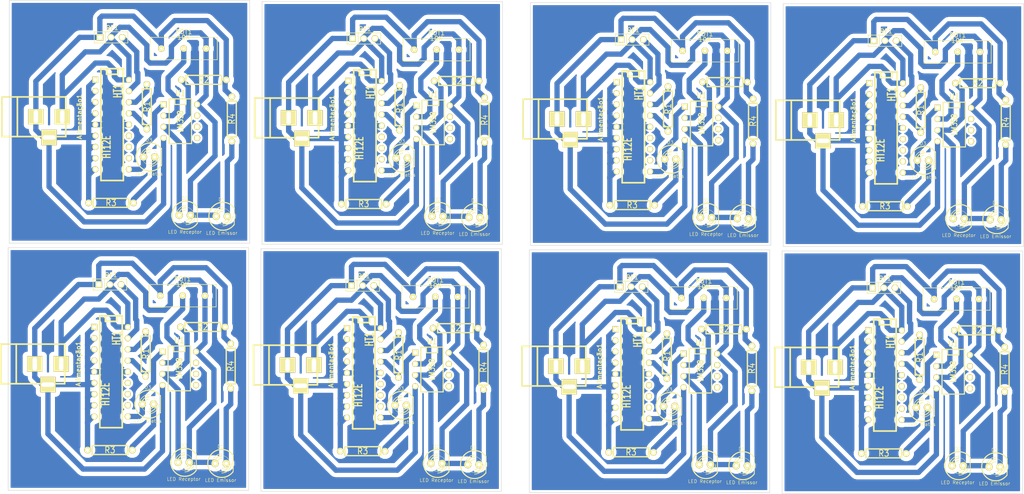
<source format=kicad_pcb>
(kicad_pcb (version 3) (host pcbnew "(22-Jun-2014 BZR 4027)-stable")
  (layers (15 F.Cu signal) (0 B.Cu signal) (18 B.Paste user) (19 F.Paste user) (20 B.SilkS user) (21 F.SilkS user) (22 B.Mask user) (23 F.Mask user) (28 Edge.Cuts user))
  (net 0 "")
  (net 1 N-000001)
  (net 2 N-0000010)
  (net 3 N-0000014)
  (net 4 N-000002)
  (net 5 N-000003)
  (net 6 N-000004)
  (net 7 N-000005)
  (net 8 N-000006)
  (net 9 N-000007)
  (net 10 N-000009)
  (module BARREL_JACK (layer F.Cu) (at 140.716 47.498)
    (fp_text reference Alimentação1 (at 10.09904 0 90) (layer F.SilkS) (effects (font (size 1.016 1.016) (thickness 0.2032))))
    (fp_text value BARREL_JACK hide)
    (pad 1 thru_hole rect (at 6.20014 0) (size 3.50012 3.50012) (drill oval 1.00076 2.99974) (layers *.Cu *.Mask F.SilkS) (net 1 N-000001))
    (pad 2 thru_hole rect (at 0.20066 0) (size 3.50012 3.50012) (drill oval 1.00076 2.99974) (layers *.Cu *.Mask F.SilkS) (net 3 N-0000014))
    (pad 3 thru_hole rect (at 3.2004 4.699) (size 3.50012 3.50012) (drill oval 2.99974 1.00076) (layers *.Cu *.Mask F.SilkS) (net 3 N-0000014))
  )
  (module DIP-18__300 (layer F.Cu) (at 158.242 49.276 270)
    (fp_text reference HT1 (at -7.62 -1.27 270) (layer F.SilkS) (effects (font (size 1.778 1.143) (thickness 0.3048))))
    (fp_text value HT12E (at 5.08 1.27 270) (layer F.SilkS) (effects (font (size 1.778 1.143) (thickness 0.3048))))
    (pad 1 thru_hole rect (at -10.16 3.81 270) (size 1.397 1.397) (drill 0.8128) (layers *.Cu *.Mask F.SilkS) (net 3 N-0000014))
    (pad 2 thru_hole circle (at -7.62 3.81 270) (size 1.397 1.397) (drill 0.8128) (layers *.Cu *.Mask F.SilkS) (net 3 N-0000014))
    (pad 3 thru_hole circle (at -5.08 3.81 270) (size 1.397 1.397) (drill 0.8128) (layers *.Cu *.Mask F.SilkS) (net 3 N-0000014))
    (pad 4 thru_hole circle (at -2.54 3.81 270) (size 1.397 1.397) (drill 0.8128) (layers *.Cu *.Mask F.SilkS) (net 3 N-0000014))
    (pad 5 thru_hole circle (at 0 3.81 270) (size 1.397 1.397) (drill 0.8128) (layers *.Cu *.Mask F.SilkS) (net 3 N-0000014))
    (pad 6 thru_hole circle (at 2.54 3.81 270) (size 1.397 1.397) (drill 0.8128) (layers *.Cu *.Mask F.SilkS) (net 3 N-0000014))
    (pad 7 thru_hole circle (at 5.08 3.81 270) (size 1.397 1.397) (drill 0.8128) (layers *.Cu *.Mask F.SilkS) (net 3 N-0000014))
    (pad 8 thru_hole circle (at 7.62 3.81 270) (size 1.397 1.397) (drill 0.8128) (layers *.Cu *.Mask F.SilkS) (net 3 N-0000014))
    (pad 9 thru_hole circle (at 10.16 3.81 270) (size 1.397 1.397) (drill 0.8128) (layers *.Cu *.Mask F.SilkS) (net 3 N-0000014))
    (pad 10 thru_hole circle (at 10.16 -3.81 270) (size 1.397 1.397) (drill 0.8128) (layers *.Cu *.Mask F.SilkS) (net 4 N-000002))
    (pad 11 thru_hole circle (at 7.62 -3.81 270) (size 1.397 1.397) (drill 0.8128) (layers *.Cu *.Mask F.SilkS))
    (pad 12 thru_hole circle (at 5.08 -3.81 270) (size 1.397 1.397) (drill 0.8128) (layers *.Cu *.Mask F.SilkS))
    (pad 13 thru_hole circle (at 2.54 -3.81 270) (size 1.397 1.397) (drill 0.8128) (layers *.Cu *.Mask F.SilkS))
    (pad 14 thru_hole circle (at 0 -3.81 270) (size 1.397 1.397) (drill 0.8128) (layers *.Cu *.Mask F.SilkS) (net 3 N-0000014))
    (pad 15 thru_hole circle (at -2.54 -3.81 270) (size 1.397 1.397) (drill 0.8128) (layers *.Cu *.Mask F.SilkS) (net 2 N-0000010))
    (pad 16 thru_hole circle (at -5.08 -3.81 270) (size 1.397 1.397) (drill 0.8128) (layers *.Cu *.Mask F.SilkS) (net 10 N-000009))
    (pad 17 thru_hole circle (at -7.62 -3.81 270) (size 1.397 1.397) (drill 0.8128) (layers *.Cu *.Mask F.SilkS) (net 9 N-000007))
    (pad 18 thru_hole circle (at -10.16 -3.81 270) (size 1.397 1.397) (drill 0.8128) (layers *.Cu *.Mask F.SilkS) (net 1 N-000001))
  )
  (module DIP-8__300 (layer F.Cu) (at 173.736 48.514 270)
    (fp_text reference U1 (at -6.35 0 360) (layer F.SilkS) (effects (font (size 1.27 1.143) (thickness 0.2032))))
    (fp_text value LM358 (at 0 0 270) (layer F.SilkS) (effects (font (size 1.27 1.016) (thickness 0.2032))))
    (pad 1 thru_hole rect (at -3.81 3.81 270) (size 1.397 1.397) (drill 0.8128) (layers *.Cu *.Mask F.SilkS) (net 4 N-000002))
    (pad 2 thru_hole circle (at -1.27 3.81 270) (size 1.397 1.397) (drill 0.8128) (layers *.Cu *.Mask F.SilkS) (net 6 N-000004))
    (pad 3 thru_hole circle (at 1.27 3.81 270) (size 1.397 1.397) (drill 0.8128) (layers *.Cu *.Mask F.SilkS) (net 7 N-000005))
    (pad 4 thru_hole circle (at 3.81 3.81 270) (size 1.397 1.397) (drill 0.8128) (layers *.Cu *.Mask F.SilkS) (net 3 N-0000014))
    (pad 5 thru_hole circle (at 3.81 -3.81 270) (size 1.397 1.397) (drill 0.8128) (layers *.Cu *.Mask F.SilkS))
    (pad 6 thru_hole circle (at 1.27 -3.81 270) (size 1.397 1.397) (drill 0.8128) (layers *.Cu *.Mask F.SilkS))
    (pad 7 thru_hole circle (at -1.27 -3.81 270) (size 1.397 1.397) (drill 0.8128) (layers *.Cu *.Mask F.SilkS))
    (pad 8 thru_hole circle (at -3.81 -3.81 270) (size 1.397 1.397) (drill 0.8128) (layers *.Cu *.Mask F.SilkS) (net 1 N-000001))
  )
  (module LED-5MM (layer F.Cu) (at 166.624 56.642)
    (fp_text reference D3 (at 0 -3.81) (layer F.SilkS) (effects (font (size 0.762 0.762) (thickness 0.0889))))
    (fp_text value "LED Status" (at 0 3.81) (layer F.SilkS) (effects (font (size 0.762 0.762) (thickness 0.0889))))
    (pad 1 thru_hole circle (at -1.27 0) (size 1.6764 1.6764) (drill 0.8128) (layers *.Cu *.Mask F.SilkS) (net 4 N-000002))
    (pad 2 thru_hole circle (at 1.27 0) (size 1.6764 1.6764) (drill 0.8128) (layers *.Cu *.Mask F.SilkS) (net 5 N-000003))
  )
  (module LED-5MM (layer F.Cu) (at 174.752 69.85)
    (fp_text reference D2 (at 0 -3.81) (layer F.SilkS) (effects (font (size 0.762 0.762) (thickness 0.0889))))
    (fp_text value "LED Receptor" (at 0 3.81) (layer F.SilkS) (effects (font (size 0.762 0.762) (thickness 0.0889))))
    (pad 1 thru_hole circle (at -1.27 0) (size 1.6764 1.6764) (drill 0.8128) (layers *.Cu *.Mask F.SilkS) (net 7 N-000005))
    (pad 2 thru_hole circle (at 1.27 0) (size 1.6764 1.6764) (drill 0.8128) (layers *.Cu *.Mask F.SilkS) (net 1 N-000001))
  )
  (module LED-5MM (layer F.Cu) (at 183.134 70.104)
    (fp_text reference D1 (at 0 -3.81) (layer F.SilkS) (effects (font (size 0.762 0.762) (thickness 0.0889))))
    (fp_text value "LED Emissor" (at 0 3.81) (layer F.SilkS) (effects (font (size 0.762 0.762) (thickness 0.0889))))
    (pad 1 thru_hole circle (at -1.27 0) (size 1.6764 1.6764) (drill 0.8128) (layers *.Cu *.Mask F.SilkS) (net 1 N-000001))
    (pad 2 thru_hole circle (at 1.27 0) (size 1.6764 1.6764) (drill 0.8128) (layers *.Cu *.Mask F.SilkS) (net 8 N-000006))
  )
  (module PIN_ARRAY_3X1 (layer F.Cu) (at 157.988 29.464)
    (fp_text reference RF1 (at 0.254 -2.159) (layer F.SilkS) (effects (font (size 1.016 1.016) (thickness 0.1524))))
    (fp_text value Tx hide)
    (pad 1 thru_hole rect (at -2.54 0) (size 1.524 1.524) (drill 1.016) (layers *.Cu *.Mask F.SilkS) (net 3 N-0000014))
    (pad 2 thru_hole circle (at 0 0) (size 1.524 1.524) (drill 1.016) (layers *.Cu *.Mask F.SilkS) (net 1 N-000001))
    (pad 3 thru_hole circle (at 2.54 0) (size 1.524 1.524) (drill 1.016) (layers *.Cu *.Mask F.SilkS) (net 9 N-000007))
  )
  (module POT-HG (layer F.Cu) (at 169.418 32.004)
    (fp_text reference POT1 (at 5.08 -3.81) (layer F.SilkS))
    (fp_text value 10K (at 5.08 -2.54) (layer F.SilkS))
    (pad 1 thru_hole circle (at 0 0) (size 1.5 1.5) (drill 0.6) (layers *.Cu *.Mask F.SilkS) (net 3 N-0000014))
    (pad 2 thru_hole circle (at 5.08 0) (size 1.5 1.5) (drill 0.6) (layers *.Cu *.Mask F.SilkS) (net 6 N-000004))
    (pad 3 thru_hole circle (at 10.16 0) (size 1.5 1.5) (drill 0.6) (layers *.Cu *.Mask F.SilkS) (net 1 N-000001))
  )
  (module R4 (layer F.Cu) (at 157.988 67.056 180)
    (fp_text reference R3 (at 0 0 180) (layer F.SilkS) (effects (font (size 1.397 1.27) (thickness 0.2032))))
    (fp_text value 220 hide)
    (pad 1 thru_hole circle (at -5.08 0 180) (size 1.524 1.524) (drill 0.8128) (layers *.Cu *.Mask F.SilkS) (net 5 N-000003))
    (pad 2 thru_hole circle (at 5.08 0 180) (size 1.524 1.524) (drill 0.8128) (layers *.Cu *.Mask F.SilkS) (net 3 N-0000014))
  )
  (module R4 (layer F.Cu) (at 185.42 48.006 90)
    (fp_text reference R4 (at 0 0 90) (layer F.SilkS) (effects (font (size 1.397 1.27) (thickness 0.2032))))
    (fp_text value 220 hide)
    (pad 1 thru_hole circle (at -5.08 0 90) (size 1.524 1.524) (drill 0.8128) (layers *.Cu *.Mask F.SilkS) (net 8 N-000006))
    (pad 2 thru_hole circle (at 5.08 0 90) (size 1.524 1.524) (drill 0.8128) (layers *.Cu *.Mask F.SilkS) (net 3 N-0000014))
  )
  (module R4 (layer F.Cu) (at 179.07 39.116)
    (fp_text reference R2 (at 0 0) (layer F.SilkS) (effects (font (size 1.397 1.27) (thickness 0.2032))))
    (fp_text value 10K hide)
    (pad 1 thru_hole circle (at -5.08 0) (size 1.524 1.524) (drill 0.8128) (layers *.Cu *.Mask F.SilkS))
    (pad 2 thru_hole circle (at 5.08 0) (size 1.524 1.524) (drill 0.8128) (layers *.Cu *.Mask F.SilkS) (net 3 N-0000014))
  )
  (module R4 (layer F.Cu) (at 166.116 45.212 90)
    (fp_text reference R1 (at 0 0 90) (layer F.SilkS) (effects (font (size 1.397 1.27) (thickness 0.2032))))
    (fp_text value 750k hide)
    (pad 1 thru_hole circle (at -5.08 0 90) (size 1.524 1.524) (drill 0.8128) (layers *.Cu *.Mask F.SilkS) (net 2 N-0000010))
    (pad 2 thru_hole circle (at 5.08 0 90) (size 1.524 1.524) (drill 0.8128) (layers *.Cu *.Mask F.SilkS) (net 10 N-000009))
  )
  (module R4 (layer F.Cu) (at 223.52 45.466 90)
    (fp_text reference R1 (at 0 0 90) (layer F.SilkS) (effects (font (size 1.397 1.27) (thickness 0.2032))))
    (fp_text value 750k hide)
    (pad 1 thru_hole circle (at -5.08 0 90) (size 1.524 1.524) (drill 0.8128) (layers *.Cu *.Mask F.SilkS) (net 2 N-0000010))
    (pad 2 thru_hole circle (at 5.08 0 90) (size 1.524 1.524) (drill 0.8128) (layers *.Cu *.Mask F.SilkS) (net 10 N-000009))
  )
  (module R4 (layer F.Cu) (at 236.474 39.37)
    (fp_text reference R2 (at 0 0) (layer F.SilkS) (effects (font (size 1.397 1.27) (thickness 0.2032))))
    (fp_text value 10K hide)
    (pad 1 thru_hole circle (at -5.08 0) (size 1.524 1.524) (drill 0.8128) (layers *.Cu *.Mask F.SilkS))
    (pad 2 thru_hole circle (at 5.08 0) (size 1.524 1.524) (drill 0.8128) (layers *.Cu *.Mask F.SilkS) (net 3 N-0000014))
  )
  (module R4 (layer F.Cu) (at 242.824 48.26 90)
    (fp_text reference R4 (at 0 0 90) (layer F.SilkS) (effects (font (size 1.397 1.27) (thickness 0.2032))))
    (fp_text value 220 hide)
    (pad 1 thru_hole circle (at -5.08 0 90) (size 1.524 1.524) (drill 0.8128) (layers *.Cu *.Mask F.SilkS) (net 8 N-000006))
    (pad 2 thru_hole circle (at 5.08 0 90) (size 1.524 1.524) (drill 0.8128) (layers *.Cu *.Mask F.SilkS) (net 3 N-0000014))
  )
  (module R4 (layer F.Cu) (at 215.392 67.31 180)
    (fp_text reference R3 (at 0 0 180) (layer F.SilkS) (effects (font (size 1.397 1.27) (thickness 0.2032))))
    (fp_text value 220 hide)
    (pad 1 thru_hole circle (at -5.08 0 180) (size 1.524 1.524) (drill 0.8128) (layers *.Cu *.Mask F.SilkS) (net 5 N-000003))
    (pad 2 thru_hole circle (at 5.08 0 180) (size 1.524 1.524) (drill 0.8128) (layers *.Cu *.Mask F.SilkS) (net 3 N-0000014))
  )
  (module POT-HG (layer F.Cu) (at 226.822 32.258)
    (fp_text reference POT1 (at 5.08 -3.81) (layer F.SilkS))
    (fp_text value 10K (at 5.08 -2.54) (layer F.SilkS))
    (pad 1 thru_hole circle (at 0 0) (size 1.5 1.5) (drill 0.6) (layers *.Cu *.Mask F.SilkS) (net 3 N-0000014))
    (pad 2 thru_hole circle (at 5.08 0) (size 1.5 1.5) (drill 0.6) (layers *.Cu *.Mask F.SilkS) (net 6 N-000004))
    (pad 3 thru_hole circle (at 10.16 0) (size 1.5 1.5) (drill 0.6) (layers *.Cu *.Mask F.SilkS) (net 1 N-000001))
  )
  (module PIN_ARRAY_3X1 (layer F.Cu) (at 215.392 29.718)
    (fp_text reference RF1 (at 0.254 -2.159) (layer F.SilkS) (effects (font (size 1.016 1.016) (thickness 0.1524))))
    (fp_text value Tx hide)
    (pad 1 thru_hole rect (at -2.54 0) (size 1.524 1.524) (drill 1.016) (layers *.Cu *.Mask F.SilkS) (net 3 N-0000014))
    (pad 2 thru_hole circle (at 0 0) (size 1.524 1.524) (drill 1.016) (layers *.Cu *.Mask F.SilkS) (net 1 N-000001))
    (pad 3 thru_hole circle (at 2.54 0) (size 1.524 1.524) (drill 1.016) (layers *.Cu *.Mask F.SilkS) (net 9 N-000007))
  )
  (module LED-5MM (layer F.Cu) (at 240.538 70.358)
    (fp_text reference D1 (at 0 -3.81) (layer F.SilkS) (effects (font (size 0.762 0.762) (thickness 0.0889))))
    (fp_text value "LED Emissor" (at 0 3.81) (layer F.SilkS) (effects (font (size 0.762 0.762) (thickness 0.0889))))
    (pad 1 thru_hole circle (at -1.27 0) (size 1.6764 1.6764) (drill 0.8128) (layers *.Cu *.Mask F.SilkS) (net 1 N-000001))
    (pad 2 thru_hole circle (at 1.27 0) (size 1.6764 1.6764) (drill 0.8128) (layers *.Cu *.Mask F.SilkS) (net 8 N-000006))
  )
  (module LED-5MM (layer F.Cu) (at 232.156 70.104)
    (fp_text reference D2 (at 0 -3.81) (layer F.SilkS) (effects (font (size 0.762 0.762) (thickness 0.0889))))
    (fp_text value "LED Receptor" (at 0 3.81) (layer F.SilkS) (effects (font (size 0.762 0.762) (thickness 0.0889))))
    (pad 1 thru_hole circle (at -1.27 0) (size 1.6764 1.6764) (drill 0.8128) (layers *.Cu *.Mask F.SilkS) (net 7 N-000005))
    (pad 2 thru_hole circle (at 1.27 0) (size 1.6764 1.6764) (drill 0.8128) (layers *.Cu *.Mask F.SilkS) (net 1 N-000001))
  )
  (module LED-5MM (layer F.Cu) (at 224.028 56.896)
    (fp_text reference D3 (at 0 -3.81) (layer F.SilkS) (effects (font (size 0.762 0.762) (thickness 0.0889))))
    (fp_text value "LED Status" (at 0 3.81) (layer F.SilkS) (effects (font (size 0.762 0.762) (thickness 0.0889))))
    (pad 1 thru_hole circle (at -1.27 0) (size 1.6764 1.6764) (drill 0.8128) (layers *.Cu *.Mask F.SilkS) (net 4 N-000002))
    (pad 2 thru_hole circle (at 1.27 0) (size 1.6764 1.6764) (drill 0.8128) (layers *.Cu *.Mask F.SilkS) (net 5 N-000003))
  )
  (module DIP-8__300 (layer F.Cu) (at 231.14 48.768 270)
    (fp_text reference U1 (at -6.35 0 360) (layer F.SilkS) (effects (font (size 1.27 1.143) (thickness 0.2032))))
    (fp_text value LM358 (at 0 0 270) (layer F.SilkS) (effects (font (size 1.27 1.016) (thickness 0.2032))))
    (pad 1 thru_hole rect (at -3.81 3.81 270) (size 1.397 1.397) (drill 0.8128) (layers *.Cu *.Mask F.SilkS) (net 4 N-000002))
    (pad 2 thru_hole circle (at -1.27 3.81 270) (size 1.397 1.397) (drill 0.8128) (layers *.Cu *.Mask F.SilkS) (net 6 N-000004))
    (pad 3 thru_hole circle (at 1.27 3.81 270) (size 1.397 1.397) (drill 0.8128) (layers *.Cu *.Mask F.SilkS) (net 7 N-000005))
    (pad 4 thru_hole circle (at 3.81 3.81 270) (size 1.397 1.397) (drill 0.8128) (layers *.Cu *.Mask F.SilkS) (net 3 N-0000014))
    (pad 5 thru_hole circle (at 3.81 -3.81 270) (size 1.397 1.397) (drill 0.8128) (layers *.Cu *.Mask F.SilkS))
    (pad 6 thru_hole circle (at 1.27 -3.81 270) (size 1.397 1.397) (drill 0.8128) (layers *.Cu *.Mask F.SilkS))
    (pad 7 thru_hole circle (at -1.27 -3.81 270) (size 1.397 1.397) (drill 0.8128) (layers *.Cu *.Mask F.SilkS))
    (pad 8 thru_hole circle (at -3.81 -3.81 270) (size 1.397 1.397) (drill 0.8128) (layers *.Cu *.Mask F.SilkS) (net 1 N-000001))
  )
  (module DIP-18__300 (layer F.Cu) (at 215.646 49.53 270)
    (fp_text reference HT1 (at -7.62 -1.27 270) (layer F.SilkS) (effects (font (size 1.778 1.143) (thickness 0.3048))))
    (fp_text value HT12E (at 5.08 1.27 270) (layer F.SilkS) (effects (font (size 1.778 1.143) (thickness 0.3048))))
    (pad 1 thru_hole rect (at -10.16 3.81 270) (size 1.397 1.397) (drill 0.8128) (layers *.Cu *.Mask F.SilkS) (net 3 N-0000014))
    (pad 2 thru_hole circle (at -7.62 3.81 270) (size 1.397 1.397) (drill 0.8128) (layers *.Cu *.Mask F.SilkS) (net 3 N-0000014))
    (pad 3 thru_hole circle (at -5.08 3.81 270) (size 1.397 1.397) (drill 0.8128) (layers *.Cu *.Mask F.SilkS) (net 3 N-0000014))
    (pad 4 thru_hole circle (at -2.54 3.81 270) (size 1.397 1.397) (drill 0.8128) (layers *.Cu *.Mask F.SilkS) (net 3 N-0000014))
    (pad 5 thru_hole circle (at 0 3.81 270) (size 1.397 1.397) (drill 0.8128) (layers *.Cu *.Mask F.SilkS) (net 3 N-0000014))
    (pad 6 thru_hole circle (at 2.54 3.81 270) (size 1.397 1.397) (drill 0.8128) (layers *.Cu *.Mask F.SilkS) (net 3 N-0000014))
    (pad 7 thru_hole circle (at 5.08 3.81 270) (size 1.397 1.397) (drill 0.8128) (layers *.Cu *.Mask F.SilkS) (net 3 N-0000014))
    (pad 8 thru_hole circle (at 7.62 3.81 270) (size 1.397 1.397) (drill 0.8128) (layers *.Cu *.Mask F.SilkS) (net 3 N-0000014))
    (pad 9 thru_hole circle (at 10.16 3.81 270) (size 1.397 1.397) (drill 0.8128) (layers *.Cu *.Mask F.SilkS) (net 3 N-0000014))
    (pad 10 thru_hole circle (at 10.16 -3.81 270) (size 1.397 1.397) (drill 0.8128) (layers *.Cu *.Mask F.SilkS) (net 4 N-000002))
    (pad 11 thru_hole circle (at 7.62 -3.81 270) (size 1.397 1.397) (drill 0.8128) (layers *.Cu *.Mask F.SilkS))
    (pad 12 thru_hole circle (at 5.08 -3.81 270) (size 1.397 1.397) (drill 0.8128) (layers *.Cu *.Mask F.SilkS))
    (pad 13 thru_hole circle (at 2.54 -3.81 270) (size 1.397 1.397) (drill 0.8128) (layers *.Cu *.Mask F.SilkS))
    (pad 14 thru_hole circle (at 0 -3.81 270) (size 1.397 1.397) (drill 0.8128) (layers *.Cu *.Mask F.SilkS) (net 3 N-0000014))
    (pad 15 thru_hole circle (at -2.54 -3.81 270) (size 1.397 1.397) (drill 0.8128) (layers *.Cu *.Mask F.SilkS) (net 2 N-0000010))
    (pad 16 thru_hole circle (at -5.08 -3.81 270) (size 1.397 1.397) (drill 0.8128) (layers *.Cu *.Mask F.SilkS) (net 10 N-000009))
    (pad 17 thru_hole circle (at -7.62 -3.81 270) (size 1.397 1.397) (drill 0.8128) (layers *.Cu *.Mask F.SilkS) (net 9 N-000007))
    (pad 18 thru_hole circle (at -10.16 -3.81 270) (size 1.397 1.397) (drill 0.8128) (layers *.Cu *.Mask F.SilkS) (net 1 N-000001))
  )
  (module BARREL_JACK (layer F.Cu) (at 198.12 47.752)
    (fp_text reference Alimentação1 (at 10.09904 0 90) (layer F.SilkS) (effects (font (size 1.016 1.016) (thickness 0.2032))))
    (fp_text value BARREL_JACK hide)
    (pad 1 thru_hole rect (at 6.20014 0) (size 3.50012 3.50012) (drill oval 1.00076 2.99974) (layers *.Cu *.Mask F.SilkS) (net 1 N-000001))
    (pad 2 thru_hole rect (at 0.20066 0) (size 3.50012 3.50012) (drill oval 1.00076 2.99974) (layers *.Cu *.Mask F.SilkS) (net 3 N-0000014))
    (pad 3 thru_hole rect (at 3.2004 4.699) (size 3.50012 3.50012) (drill oval 2.99974 1.00076) (layers *.Cu *.Mask F.SilkS) (net 3 N-0000014))
  )
  (module BARREL_JACK (layer F.Cu) (at 197.866 103.886)
    (fp_text reference Alimentação1 (at 10.09904 0 90) (layer F.SilkS) (effects (font (size 1.016 1.016) (thickness 0.2032))))
    (fp_text value BARREL_JACK hide)
    (pad 1 thru_hole rect (at 6.20014 0) (size 3.50012 3.50012) (drill oval 1.00076 2.99974) (layers *.Cu *.Mask F.SilkS) (net 1 N-000001))
    (pad 2 thru_hole rect (at 0.20066 0) (size 3.50012 3.50012) (drill oval 1.00076 2.99974) (layers *.Cu *.Mask F.SilkS) (net 3 N-0000014))
    (pad 3 thru_hole rect (at 3.2004 4.699) (size 3.50012 3.50012) (drill oval 2.99974 1.00076) (layers *.Cu *.Mask F.SilkS) (net 3 N-0000014))
  )
  (module DIP-18__300 (layer F.Cu) (at 215.392 105.664 270)
    (fp_text reference HT1 (at -7.62 -1.27 270) (layer F.SilkS) (effects (font (size 1.778 1.143) (thickness 0.3048))))
    (fp_text value HT12E (at 5.08 1.27 270) (layer F.SilkS) (effects (font (size 1.778 1.143) (thickness 0.3048))))
    (pad 1 thru_hole rect (at -10.16 3.81 270) (size 1.397 1.397) (drill 0.8128) (layers *.Cu *.Mask F.SilkS) (net 3 N-0000014))
    (pad 2 thru_hole circle (at -7.62 3.81 270) (size 1.397 1.397) (drill 0.8128) (layers *.Cu *.Mask F.SilkS) (net 3 N-0000014))
    (pad 3 thru_hole circle (at -5.08 3.81 270) (size 1.397 1.397) (drill 0.8128) (layers *.Cu *.Mask F.SilkS) (net 3 N-0000014))
    (pad 4 thru_hole circle (at -2.54 3.81 270) (size 1.397 1.397) (drill 0.8128) (layers *.Cu *.Mask F.SilkS) (net 3 N-0000014))
    (pad 5 thru_hole circle (at 0 3.81 270) (size 1.397 1.397) (drill 0.8128) (layers *.Cu *.Mask F.SilkS) (net 3 N-0000014))
    (pad 6 thru_hole circle (at 2.54 3.81 270) (size 1.397 1.397) (drill 0.8128) (layers *.Cu *.Mask F.SilkS) (net 3 N-0000014))
    (pad 7 thru_hole circle (at 5.08 3.81 270) (size 1.397 1.397) (drill 0.8128) (layers *.Cu *.Mask F.SilkS) (net 3 N-0000014))
    (pad 8 thru_hole circle (at 7.62 3.81 270) (size 1.397 1.397) (drill 0.8128) (layers *.Cu *.Mask F.SilkS) (net 3 N-0000014))
    (pad 9 thru_hole circle (at 10.16 3.81 270) (size 1.397 1.397) (drill 0.8128) (layers *.Cu *.Mask F.SilkS) (net 3 N-0000014))
    (pad 10 thru_hole circle (at 10.16 -3.81 270) (size 1.397 1.397) (drill 0.8128) (layers *.Cu *.Mask F.SilkS) (net 4 N-000002))
    (pad 11 thru_hole circle (at 7.62 -3.81 270) (size 1.397 1.397) (drill 0.8128) (layers *.Cu *.Mask F.SilkS))
    (pad 12 thru_hole circle (at 5.08 -3.81 270) (size 1.397 1.397) (drill 0.8128) (layers *.Cu *.Mask F.SilkS))
    (pad 13 thru_hole circle (at 2.54 -3.81 270) (size 1.397 1.397) (drill 0.8128) (layers *.Cu *.Mask F.SilkS))
    (pad 14 thru_hole circle (at 0 -3.81 270) (size 1.397 1.397) (drill 0.8128) (layers *.Cu *.Mask F.SilkS) (net 3 N-0000014))
    (pad 15 thru_hole circle (at -2.54 -3.81 270) (size 1.397 1.397) (drill 0.8128) (layers *.Cu *.Mask F.SilkS) (net 2 N-0000010))
    (pad 16 thru_hole circle (at -5.08 -3.81 270) (size 1.397 1.397) (drill 0.8128) (layers *.Cu *.Mask F.SilkS) (net 10 N-000009))
    (pad 17 thru_hole circle (at -7.62 -3.81 270) (size 1.397 1.397) (drill 0.8128) (layers *.Cu *.Mask F.SilkS) (net 9 N-000007))
    (pad 18 thru_hole circle (at -10.16 -3.81 270) (size 1.397 1.397) (drill 0.8128) (layers *.Cu *.Mask F.SilkS) (net 1 N-000001))
  )
  (module DIP-8__300 (layer F.Cu) (at 230.886 104.902 270)
    (fp_text reference U1 (at -6.35 0 360) (layer F.SilkS) (effects (font (size 1.27 1.143) (thickness 0.2032))))
    (fp_text value LM358 (at 0 0 270) (layer F.SilkS) (effects (font (size 1.27 1.016) (thickness 0.2032))))
    (pad 1 thru_hole rect (at -3.81 3.81 270) (size 1.397 1.397) (drill 0.8128) (layers *.Cu *.Mask F.SilkS) (net 4 N-000002))
    (pad 2 thru_hole circle (at -1.27 3.81 270) (size 1.397 1.397) (drill 0.8128) (layers *.Cu *.Mask F.SilkS) (net 6 N-000004))
    (pad 3 thru_hole circle (at 1.27 3.81 270) (size 1.397 1.397) (drill 0.8128) (layers *.Cu *.Mask F.SilkS) (net 7 N-000005))
    (pad 4 thru_hole circle (at 3.81 3.81 270) (size 1.397 1.397) (drill 0.8128) (layers *.Cu *.Mask F.SilkS) (net 3 N-0000014))
    (pad 5 thru_hole circle (at 3.81 -3.81 270) (size 1.397 1.397) (drill 0.8128) (layers *.Cu *.Mask F.SilkS))
    (pad 6 thru_hole circle (at 1.27 -3.81 270) (size 1.397 1.397) (drill 0.8128) (layers *.Cu *.Mask F.SilkS))
    (pad 7 thru_hole circle (at -1.27 -3.81 270) (size 1.397 1.397) (drill 0.8128) (layers *.Cu *.Mask F.SilkS))
    (pad 8 thru_hole circle (at -3.81 -3.81 270) (size 1.397 1.397) (drill 0.8128) (layers *.Cu *.Mask F.SilkS) (net 1 N-000001))
  )
  (module LED-5MM (layer F.Cu) (at 223.774 113.03)
    (fp_text reference D3 (at 0 -3.81) (layer F.SilkS) (effects (font (size 0.762 0.762) (thickness 0.0889))))
    (fp_text value "LED Status" (at 0 3.81) (layer F.SilkS) (effects (font (size 0.762 0.762) (thickness 0.0889))))
    (pad 1 thru_hole circle (at -1.27 0) (size 1.6764 1.6764) (drill 0.8128) (layers *.Cu *.Mask F.SilkS) (net 4 N-000002))
    (pad 2 thru_hole circle (at 1.27 0) (size 1.6764 1.6764) (drill 0.8128) (layers *.Cu *.Mask F.SilkS) (net 5 N-000003))
  )
  (module LED-5MM (layer F.Cu) (at 231.902 126.238)
    (fp_text reference D2 (at 0 -3.81) (layer F.SilkS) (effects (font (size 0.762 0.762) (thickness 0.0889))))
    (fp_text value "LED Receptor" (at 0 3.81) (layer F.SilkS) (effects (font (size 0.762 0.762) (thickness 0.0889))))
    (pad 1 thru_hole circle (at -1.27 0) (size 1.6764 1.6764) (drill 0.8128) (layers *.Cu *.Mask F.SilkS) (net 7 N-000005))
    (pad 2 thru_hole circle (at 1.27 0) (size 1.6764 1.6764) (drill 0.8128) (layers *.Cu *.Mask F.SilkS) (net 1 N-000001))
  )
  (module LED-5MM (layer F.Cu) (at 240.284 126.492)
    (fp_text reference D1 (at 0 -3.81) (layer F.SilkS) (effects (font (size 0.762 0.762) (thickness 0.0889))))
    (fp_text value "LED Emissor" (at 0 3.81) (layer F.SilkS) (effects (font (size 0.762 0.762) (thickness 0.0889))))
    (pad 1 thru_hole circle (at -1.27 0) (size 1.6764 1.6764) (drill 0.8128) (layers *.Cu *.Mask F.SilkS) (net 1 N-000001))
    (pad 2 thru_hole circle (at 1.27 0) (size 1.6764 1.6764) (drill 0.8128) (layers *.Cu *.Mask F.SilkS) (net 8 N-000006))
  )
  (module PIN_ARRAY_3X1 (layer F.Cu) (at 215.138 85.852)
    (fp_text reference RF1 (at 0.254 -2.159) (layer F.SilkS) (effects (font (size 1.016 1.016) (thickness 0.1524))))
    (fp_text value Tx hide)
    (pad 1 thru_hole rect (at -2.54 0) (size 1.524 1.524) (drill 1.016) (layers *.Cu *.Mask F.SilkS) (net 3 N-0000014))
    (pad 2 thru_hole circle (at 0 0) (size 1.524 1.524) (drill 1.016) (layers *.Cu *.Mask F.SilkS) (net 1 N-000001))
    (pad 3 thru_hole circle (at 2.54 0) (size 1.524 1.524) (drill 1.016) (layers *.Cu *.Mask F.SilkS) (net 9 N-000007))
  )
  (module POT-HG (layer F.Cu) (at 226.568 88.392)
    (fp_text reference POT1 (at 5.08 -3.81) (layer F.SilkS))
    (fp_text value 10K (at 5.08 -2.54) (layer F.SilkS))
    (pad 1 thru_hole circle (at 0 0) (size 1.5 1.5) (drill 0.6) (layers *.Cu *.Mask F.SilkS) (net 3 N-0000014))
    (pad 2 thru_hole circle (at 5.08 0) (size 1.5 1.5) (drill 0.6) (layers *.Cu *.Mask F.SilkS) (net 6 N-000004))
    (pad 3 thru_hole circle (at 10.16 0) (size 1.5 1.5) (drill 0.6) (layers *.Cu *.Mask F.SilkS) (net 1 N-000001))
  )
  (module R4 (layer F.Cu) (at 215.138 123.444 180)
    (fp_text reference R3 (at 0 0 180) (layer F.SilkS) (effects (font (size 1.397 1.27) (thickness 0.2032))))
    (fp_text value 220 hide)
    (pad 1 thru_hole circle (at -5.08 0 180) (size 1.524 1.524) (drill 0.8128) (layers *.Cu *.Mask F.SilkS) (net 5 N-000003))
    (pad 2 thru_hole circle (at 5.08 0 180) (size 1.524 1.524) (drill 0.8128) (layers *.Cu *.Mask F.SilkS) (net 3 N-0000014))
  )
  (module R4 (layer F.Cu) (at 242.57 104.394 90)
    (fp_text reference R4 (at 0 0 90) (layer F.SilkS) (effects (font (size 1.397 1.27) (thickness 0.2032))))
    (fp_text value 220 hide)
    (pad 1 thru_hole circle (at -5.08 0 90) (size 1.524 1.524) (drill 0.8128) (layers *.Cu *.Mask F.SilkS) (net 8 N-000006))
    (pad 2 thru_hole circle (at 5.08 0 90) (size 1.524 1.524) (drill 0.8128) (layers *.Cu *.Mask F.SilkS) (net 3 N-0000014))
  )
  (module R4 (layer F.Cu) (at 236.22 95.504)
    (fp_text reference R2 (at 0 0) (layer F.SilkS) (effects (font (size 1.397 1.27) (thickness 0.2032))))
    (fp_text value 10K hide)
    (pad 1 thru_hole circle (at -5.08 0) (size 1.524 1.524) (drill 0.8128) (layers *.Cu *.Mask F.SilkS))
    (pad 2 thru_hole circle (at 5.08 0) (size 1.524 1.524) (drill 0.8128) (layers *.Cu *.Mask F.SilkS) (net 3 N-0000014))
  )
  (module R4 (layer F.Cu) (at 223.266 101.6 90)
    (fp_text reference R1 (at 0 0 90) (layer F.SilkS) (effects (font (size 1.397 1.27) (thickness 0.2032))))
    (fp_text value 750k hide)
    (pad 1 thru_hole circle (at -5.08 0 90) (size 1.524 1.524) (drill 0.8128) (layers *.Cu *.Mask F.SilkS) (net 2 N-0000010))
    (pad 2 thru_hole circle (at 5.08 0 90) (size 1.524 1.524) (drill 0.8128) (layers *.Cu *.Mask F.SilkS) (net 10 N-000009))
  )
  (module R4 (layer F.Cu) (at 165.862 101.346 90)
    (fp_text reference R1 (at 0 0 90) (layer F.SilkS) (effects (font (size 1.397 1.27) (thickness 0.2032))))
    (fp_text value 750k hide)
    (pad 1 thru_hole circle (at -5.08 0 90) (size 1.524 1.524) (drill 0.8128) (layers *.Cu *.Mask F.SilkS) (net 2 N-0000010))
    (pad 2 thru_hole circle (at 5.08 0 90) (size 1.524 1.524) (drill 0.8128) (layers *.Cu *.Mask F.SilkS) (net 10 N-000009))
  )
  (module R4 (layer F.Cu) (at 178.816 95.25)
    (fp_text reference R2 (at 0 0) (layer F.SilkS) (effects (font (size 1.397 1.27) (thickness 0.2032))))
    (fp_text value 10K hide)
    (pad 1 thru_hole circle (at -5.08 0) (size 1.524 1.524) (drill 0.8128) (layers *.Cu *.Mask F.SilkS))
    (pad 2 thru_hole circle (at 5.08 0) (size 1.524 1.524) (drill 0.8128) (layers *.Cu *.Mask F.SilkS) (net 3 N-0000014))
  )
  (module R4 (layer F.Cu) (at 185.166 104.14 90)
    (fp_text reference R4 (at 0 0 90) (layer F.SilkS) (effects (font (size 1.397 1.27) (thickness 0.2032))))
    (fp_text value 220 hide)
    (pad 1 thru_hole circle (at -5.08 0 90) (size 1.524 1.524) (drill 0.8128) (layers *.Cu *.Mask F.SilkS) (net 8 N-000006))
    (pad 2 thru_hole circle (at 5.08 0 90) (size 1.524 1.524) (drill 0.8128) (layers *.Cu *.Mask F.SilkS) (net 3 N-0000014))
  )
  (module R4 (layer F.Cu) (at 157.734 123.19 180)
    (fp_text reference R3 (at 0 0 180) (layer F.SilkS) (effects (font (size 1.397 1.27) (thickness 0.2032))))
    (fp_text value 220 hide)
    (pad 1 thru_hole circle (at -5.08 0 180) (size 1.524 1.524) (drill 0.8128) (layers *.Cu *.Mask F.SilkS) (net 5 N-000003))
    (pad 2 thru_hole circle (at 5.08 0 180) (size 1.524 1.524) (drill 0.8128) (layers *.Cu *.Mask F.SilkS) (net 3 N-0000014))
  )
  (module POT-HG (layer F.Cu) (at 169.164 88.138)
    (fp_text reference POT1 (at 5.08 -3.81) (layer F.SilkS))
    (fp_text value 10K (at 5.08 -2.54) (layer F.SilkS))
    (pad 1 thru_hole circle (at 0 0) (size 1.5 1.5) (drill 0.6) (layers *.Cu *.Mask F.SilkS) (net 3 N-0000014))
    (pad 2 thru_hole circle (at 5.08 0) (size 1.5 1.5) (drill 0.6) (layers *.Cu *.Mask F.SilkS) (net 6 N-000004))
    (pad 3 thru_hole circle (at 10.16 0) (size 1.5 1.5) (drill 0.6) (layers *.Cu *.Mask F.SilkS) (net 1 N-000001))
  )
  (module PIN_ARRAY_3X1 (layer F.Cu) (at 157.734 85.598)
    (fp_text reference RF1 (at 0.254 -2.159) (layer F.SilkS) (effects (font (size 1.016 1.016) (thickness 0.1524))))
    (fp_text value Tx hide)
    (pad 1 thru_hole rect (at -2.54 0) (size 1.524 1.524) (drill 1.016) (layers *.Cu *.Mask F.SilkS) (net 3 N-0000014))
    (pad 2 thru_hole circle (at 0 0) (size 1.524 1.524) (drill 1.016) (layers *.Cu *.Mask F.SilkS) (net 1 N-000001))
    (pad 3 thru_hole circle (at 2.54 0) (size 1.524 1.524) (drill 1.016) (layers *.Cu *.Mask F.SilkS) (net 9 N-000007))
  )
  (module LED-5MM (layer F.Cu) (at 182.88 126.238)
    (fp_text reference D1 (at 0 -3.81) (layer F.SilkS) (effects (font (size 0.762 0.762) (thickness 0.0889))))
    (fp_text value "LED Emissor" (at 0 3.81) (layer F.SilkS) (effects (font (size 0.762 0.762) (thickness 0.0889))))
    (pad 1 thru_hole circle (at -1.27 0) (size 1.6764 1.6764) (drill 0.8128) (layers *.Cu *.Mask F.SilkS) (net 1 N-000001))
    (pad 2 thru_hole circle (at 1.27 0) (size 1.6764 1.6764) (drill 0.8128) (layers *.Cu *.Mask F.SilkS) (net 8 N-000006))
  )
  (module LED-5MM (layer F.Cu) (at 174.498 125.984)
    (fp_text reference D2 (at 0 -3.81) (layer F.SilkS) (effects (font (size 0.762 0.762) (thickness 0.0889))))
    (fp_text value "LED Receptor" (at 0 3.81) (layer F.SilkS) (effects (font (size 0.762 0.762) (thickness 0.0889))))
    (pad 1 thru_hole circle (at -1.27 0) (size 1.6764 1.6764) (drill 0.8128) (layers *.Cu *.Mask F.SilkS) (net 7 N-000005))
    (pad 2 thru_hole circle (at 1.27 0) (size 1.6764 1.6764) (drill 0.8128) (layers *.Cu *.Mask F.SilkS) (net 1 N-000001))
  )
  (module LED-5MM (layer F.Cu) (at 166.37 112.776)
    (fp_text reference D3 (at 0 -3.81) (layer F.SilkS) (effects (font (size 0.762 0.762) (thickness 0.0889))))
    (fp_text value "LED Status" (at 0 3.81) (layer F.SilkS) (effects (font (size 0.762 0.762) (thickness 0.0889))))
    (pad 1 thru_hole circle (at -1.27 0) (size 1.6764 1.6764) (drill 0.8128) (layers *.Cu *.Mask F.SilkS) (net 4 N-000002))
    (pad 2 thru_hole circle (at 1.27 0) (size 1.6764 1.6764) (drill 0.8128) (layers *.Cu *.Mask F.SilkS) (net 5 N-000003))
  )
  (module DIP-8__300 (layer F.Cu) (at 173.482 104.648 270)
    (fp_text reference U1 (at -6.35 0 360) (layer F.SilkS) (effects (font (size 1.27 1.143) (thickness 0.2032))))
    (fp_text value LM358 (at 0 0 270) (layer F.SilkS) (effects (font (size 1.27 1.016) (thickness 0.2032))))
    (pad 1 thru_hole rect (at -3.81 3.81 270) (size 1.397 1.397) (drill 0.8128) (layers *.Cu *.Mask F.SilkS) (net 4 N-000002))
    (pad 2 thru_hole circle (at -1.27 3.81 270) (size 1.397 1.397) (drill 0.8128) (layers *.Cu *.Mask F.SilkS) (net 6 N-000004))
    (pad 3 thru_hole circle (at 1.27 3.81 270) (size 1.397 1.397) (drill 0.8128) (layers *.Cu *.Mask F.SilkS) (net 7 N-000005))
    (pad 4 thru_hole circle (at 3.81 3.81 270) (size 1.397 1.397) (drill 0.8128) (layers *.Cu *.Mask F.SilkS) (net 3 N-0000014))
    (pad 5 thru_hole circle (at 3.81 -3.81 270) (size 1.397 1.397) (drill 0.8128) (layers *.Cu *.Mask F.SilkS))
    (pad 6 thru_hole circle (at 1.27 -3.81 270) (size 1.397 1.397) (drill 0.8128) (layers *.Cu *.Mask F.SilkS))
    (pad 7 thru_hole circle (at -1.27 -3.81 270) (size 1.397 1.397) (drill 0.8128) (layers *.Cu *.Mask F.SilkS))
    (pad 8 thru_hole circle (at -3.81 -3.81 270) (size 1.397 1.397) (drill 0.8128) (layers *.Cu *.Mask F.SilkS) (net 1 N-000001))
  )
  (module DIP-18__300 (layer F.Cu) (at 157.988 105.41 270)
    (fp_text reference HT1 (at -7.62 -1.27 270) (layer F.SilkS) (effects (font (size 1.778 1.143) (thickness 0.3048))))
    (fp_text value HT12E (at 5.08 1.27 270) (layer F.SilkS) (effects (font (size 1.778 1.143) (thickness 0.3048))))
    (pad 1 thru_hole rect (at -10.16 3.81 270) (size 1.397 1.397) (drill 0.8128) (layers *.Cu *.Mask F.SilkS) (net 3 N-0000014))
    (pad 2 thru_hole circle (at -7.62 3.81 270) (size 1.397 1.397) (drill 0.8128) (layers *.Cu *.Mask F.SilkS) (net 3 N-0000014))
    (pad 3 thru_hole circle (at -5.08 3.81 270) (size 1.397 1.397) (drill 0.8128) (layers *.Cu *.Mask F.SilkS) (net 3 N-0000014))
    (pad 4 thru_hole circle (at -2.54 3.81 270) (size 1.397 1.397) (drill 0.8128) (layers *.Cu *.Mask F.SilkS) (net 3 N-0000014))
    (pad 5 thru_hole circle (at 0 3.81 270) (size 1.397 1.397) (drill 0.8128) (layers *.Cu *.Mask F.SilkS) (net 3 N-0000014))
    (pad 6 thru_hole circle (at 2.54 3.81 270) (size 1.397 1.397) (drill 0.8128) (layers *.Cu *.Mask F.SilkS) (net 3 N-0000014))
    (pad 7 thru_hole circle (at 5.08 3.81 270) (size 1.397 1.397) (drill 0.8128) (layers *.Cu *.Mask F.SilkS) (net 3 N-0000014))
    (pad 8 thru_hole circle (at 7.62 3.81 270) (size 1.397 1.397) (drill 0.8128) (layers *.Cu *.Mask F.SilkS) (net 3 N-0000014))
    (pad 9 thru_hole circle (at 10.16 3.81 270) (size 1.397 1.397) (drill 0.8128) (layers *.Cu *.Mask F.SilkS) (net 3 N-0000014))
    (pad 10 thru_hole circle (at 10.16 -3.81 270) (size 1.397 1.397) (drill 0.8128) (layers *.Cu *.Mask F.SilkS) (net 4 N-000002))
    (pad 11 thru_hole circle (at 7.62 -3.81 270) (size 1.397 1.397) (drill 0.8128) (layers *.Cu *.Mask F.SilkS))
    (pad 12 thru_hole circle (at 5.08 -3.81 270) (size 1.397 1.397) (drill 0.8128) (layers *.Cu *.Mask F.SilkS))
    (pad 13 thru_hole circle (at 2.54 -3.81 270) (size 1.397 1.397) (drill 0.8128) (layers *.Cu *.Mask F.SilkS))
    (pad 14 thru_hole circle (at 0 -3.81 270) (size 1.397 1.397) (drill 0.8128) (layers *.Cu *.Mask F.SilkS) (net 3 N-0000014))
    (pad 15 thru_hole circle (at -2.54 -3.81 270) (size 1.397 1.397) (drill 0.8128) (layers *.Cu *.Mask F.SilkS) (net 2 N-0000010))
    (pad 16 thru_hole circle (at -5.08 -3.81 270) (size 1.397 1.397) (drill 0.8128) (layers *.Cu *.Mask F.SilkS) (net 10 N-000009))
    (pad 17 thru_hole circle (at -7.62 -3.81 270) (size 1.397 1.397) (drill 0.8128) (layers *.Cu *.Mask F.SilkS) (net 9 N-000007))
    (pad 18 thru_hole circle (at -10.16 -3.81 270) (size 1.397 1.397) (drill 0.8128) (layers *.Cu *.Mask F.SilkS) (net 1 N-000001))
  )
  (module BARREL_JACK (layer F.Cu) (at 140.462 103.632)
    (fp_text reference Alimentação1 (at 10.09904 0 90) (layer F.SilkS) (effects (font (size 1.016 1.016) (thickness 0.2032))))
    (fp_text value BARREL_JACK hide)
    (pad 1 thru_hole rect (at 6.20014 0) (size 3.50012 3.50012) (drill oval 1.00076 2.99974) (layers *.Cu *.Mask F.SilkS) (net 1 N-000001))
    (pad 2 thru_hole rect (at 0.20066 0) (size 3.50012 3.50012) (drill oval 1.00076 2.99974) (layers *.Cu *.Mask F.SilkS) (net 3 N-0000014))
    (pad 3 thru_hole rect (at 3.2004 4.699) (size 3.50012 3.50012) (drill oval 2.99974 1.00076) (layers *.Cu *.Mask F.SilkS) (net 3 N-0000014))
  )
  (module BARREL_JACK (layer F.Cu) (at 22.098 103.124)
    (fp_text reference Alimentação1 (at 10.09904 0 90) (layer F.SilkS) (effects (font (size 1.016 1.016) (thickness 0.2032))))
    (fp_text value BARREL_JACK hide)
    (pad 1 thru_hole rect (at 6.20014 0) (size 3.50012 3.50012) (drill oval 1.00076 2.99974) (layers *.Cu *.Mask F.SilkS) (net 1 N-000001))
    (pad 2 thru_hole rect (at 0.20066 0) (size 3.50012 3.50012) (drill oval 1.00076 2.99974) (layers *.Cu *.Mask F.SilkS) (net 3 N-0000014))
    (pad 3 thru_hole rect (at 3.2004 4.699) (size 3.50012 3.50012) (drill oval 2.99974 1.00076) (layers *.Cu *.Mask F.SilkS) (net 3 N-0000014))
  )
  (module DIP-18__300 (layer F.Cu) (at 39.624 104.902 270)
    (fp_text reference HT1 (at -7.62 -1.27 270) (layer F.SilkS) (effects (font (size 1.778 1.143) (thickness 0.3048))))
    (fp_text value HT12E (at 5.08 1.27 270) (layer F.SilkS) (effects (font (size 1.778 1.143) (thickness 0.3048))))
    (pad 1 thru_hole rect (at -10.16 3.81 270) (size 1.397 1.397) (drill 0.8128) (layers *.Cu *.Mask F.SilkS) (net 3 N-0000014))
    (pad 2 thru_hole circle (at -7.62 3.81 270) (size 1.397 1.397) (drill 0.8128) (layers *.Cu *.Mask F.SilkS) (net 3 N-0000014))
    (pad 3 thru_hole circle (at -5.08 3.81 270) (size 1.397 1.397) (drill 0.8128) (layers *.Cu *.Mask F.SilkS) (net 3 N-0000014))
    (pad 4 thru_hole circle (at -2.54 3.81 270) (size 1.397 1.397) (drill 0.8128) (layers *.Cu *.Mask F.SilkS) (net 3 N-0000014))
    (pad 5 thru_hole circle (at 0 3.81 270) (size 1.397 1.397) (drill 0.8128) (layers *.Cu *.Mask F.SilkS) (net 3 N-0000014))
    (pad 6 thru_hole circle (at 2.54 3.81 270) (size 1.397 1.397) (drill 0.8128) (layers *.Cu *.Mask F.SilkS) (net 3 N-0000014))
    (pad 7 thru_hole circle (at 5.08 3.81 270) (size 1.397 1.397) (drill 0.8128) (layers *.Cu *.Mask F.SilkS) (net 3 N-0000014))
    (pad 8 thru_hole circle (at 7.62 3.81 270) (size 1.397 1.397) (drill 0.8128) (layers *.Cu *.Mask F.SilkS) (net 3 N-0000014))
    (pad 9 thru_hole circle (at 10.16 3.81 270) (size 1.397 1.397) (drill 0.8128) (layers *.Cu *.Mask F.SilkS) (net 3 N-0000014))
    (pad 10 thru_hole circle (at 10.16 -3.81 270) (size 1.397 1.397) (drill 0.8128) (layers *.Cu *.Mask F.SilkS) (net 4 N-000002))
    (pad 11 thru_hole circle (at 7.62 -3.81 270) (size 1.397 1.397) (drill 0.8128) (layers *.Cu *.Mask F.SilkS))
    (pad 12 thru_hole circle (at 5.08 -3.81 270) (size 1.397 1.397) (drill 0.8128) (layers *.Cu *.Mask F.SilkS))
    (pad 13 thru_hole circle (at 2.54 -3.81 270) (size 1.397 1.397) (drill 0.8128) (layers *.Cu *.Mask F.SilkS))
    (pad 14 thru_hole circle (at 0 -3.81 270) (size 1.397 1.397) (drill 0.8128) (layers *.Cu *.Mask F.SilkS) (net 3 N-0000014))
    (pad 15 thru_hole circle (at -2.54 -3.81 270) (size 1.397 1.397) (drill 0.8128) (layers *.Cu *.Mask F.SilkS) (net 2 N-0000010))
    (pad 16 thru_hole circle (at -5.08 -3.81 270) (size 1.397 1.397) (drill 0.8128) (layers *.Cu *.Mask F.SilkS) (net 10 N-000009))
    (pad 17 thru_hole circle (at -7.62 -3.81 270) (size 1.397 1.397) (drill 0.8128) (layers *.Cu *.Mask F.SilkS) (net 9 N-000007))
    (pad 18 thru_hole circle (at -10.16 -3.81 270) (size 1.397 1.397) (drill 0.8128) (layers *.Cu *.Mask F.SilkS) (net 1 N-000001))
  )
  (module DIP-8__300 (layer F.Cu) (at 55.118 104.14 270)
    (fp_text reference U1 (at -6.35 0 360) (layer F.SilkS) (effects (font (size 1.27 1.143) (thickness 0.2032))))
    (fp_text value LM358 (at 0 0 270) (layer F.SilkS) (effects (font (size 1.27 1.016) (thickness 0.2032))))
    (pad 1 thru_hole rect (at -3.81 3.81 270) (size 1.397 1.397) (drill 0.8128) (layers *.Cu *.Mask F.SilkS) (net 4 N-000002))
    (pad 2 thru_hole circle (at -1.27 3.81 270) (size 1.397 1.397) (drill 0.8128) (layers *.Cu *.Mask F.SilkS) (net 6 N-000004))
    (pad 3 thru_hole circle (at 1.27 3.81 270) (size 1.397 1.397) (drill 0.8128) (layers *.Cu *.Mask F.SilkS) (net 7 N-000005))
    (pad 4 thru_hole circle (at 3.81 3.81 270) (size 1.397 1.397) (drill 0.8128) (layers *.Cu *.Mask F.SilkS) (net 3 N-0000014))
    (pad 5 thru_hole circle (at 3.81 -3.81 270) (size 1.397 1.397) (drill 0.8128) (layers *.Cu *.Mask F.SilkS))
    (pad 6 thru_hole circle (at 1.27 -3.81 270) (size 1.397 1.397) (drill 0.8128) (layers *.Cu *.Mask F.SilkS))
    (pad 7 thru_hole circle (at -1.27 -3.81 270) (size 1.397 1.397) (drill 0.8128) (layers *.Cu *.Mask F.SilkS))
    (pad 8 thru_hole circle (at -3.81 -3.81 270) (size 1.397 1.397) (drill 0.8128) (layers *.Cu *.Mask F.SilkS) (net 1 N-000001))
  )
  (module LED-5MM (layer F.Cu) (at 48.006 112.268)
    (fp_text reference D3 (at 0 -3.81) (layer F.SilkS) (effects (font (size 0.762 0.762) (thickness 0.0889))))
    (fp_text value "LED Status" (at 0 3.81) (layer F.SilkS) (effects (font (size 0.762 0.762) (thickness 0.0889))))
    (pad 1 thru_hole circle (at -1.27 0) (size 1.6764 1.6764) (drill 0.8128) (layers *.Cu *.Mask F.SilkS) (net 4 N-000002))
    (pad 2 thru_hole circle (at 1.27 0) (size 1.6764 1.6764) (drill 0.8128) (layers *.Cu *.Mask F.SilkS) (net 5 N-000003))
  )
  (module LED-5MM (layer F.Cu) (at 56.134 125.476)
    (fp_text reference D2 (at 0 -3.81) (layer F.SilkS) (effects (font (size 0.762 0.762) (thickness 0.0889))))
    (fp_text value "LED Receptor" (at 0 3.81) (layer F.SilkS) (effects (font (size 0.762 0.762) (thickness 0.0889))))
    (pad 1 thru_hole circle (at -1.27 0) (size 1.6764 1.6764) (drill 0.8128) (layers *.Cu *.Mask F.SilkS) (net 7 N-000005))
    (pad 2 thru_hole circle (at 1.27 0) (size 1.6764 1.6764) (drill 0.8128) (layers *.Cu *.Mask F.SilkS) (net 1 N-000001))
  )
  (module LED-5MM (layer F.Cu) (at 64.516 125.73)
    (fp_text reference D1 (at 0 -3.81) (layer F.SilkS) (effects (font (size 0.762 0.762) (thickness 0.0889))))
    (fp_text value "LED Emissor" (at 0 3.81) (layer F.SilkS) (effects (font (size 0.762 0.762) (thickness 0.0889))))
    (pad 1 thru_hole circle (at -1.27 0) (size 1.6764 1.6764) (drill 0.8128) (layers *.Cu *.Mask F.SilkS) (net 1 N-000001))
    (pad 2 thru_hole circle (at 1.27 0) (size 1.6764 1.6764) (drill 0.8128) (layers *.Cu *.Mask F.SilkS) (net 8 N-000006))
  )
  (module PIN_ARRAY_3X1 (layer F.Cu) (at 39.37 85.09)
    (fp_text reference RF1 (at 0.254 -2.159) (layer F.SilkS) (effects (font (size 1.016 1.016) (thickness 0.1524))))
    (fp_text value Tx hide)
    (pad 1 thru_hole rect (at -2.54 0) (size 1.524 1.524) (drill 1.016) (layers *.Cu *.Mask F.SilkS) (net 3 N-0000014))
    (pad 2 thru_hole circle (at 0 0) (size 1.524 1.524) (drill 1.016) (layers *.Cu *.Mask F.SilkS) (net 1 N-000001))
    (pad 3 thru_hole circle (at 2.54 0) (size 1.524 1.524) (drill 1.016) (layers *.Cu *.Mask F.SilkS) (net 9 N-000007))
  )
  (module POT-HG (layer F.Cu) (at 50.8 87.63)
    (fp_text reference POT1 (at 5.08 -3.81) (layer F.SilkS))
    (fp_text value 10K (at 5.08 -2.54) (layer F.SilkS))
    (pad 1 thru_hole circle (at 0 0) (size 1.5 1.5) (drill 0.6) (layers *.Cu *.Mask F.SilkS) (net 3 N-0000014))
    (pad 2 thru_hole circle (at 5.08 0) (size 1.5 1.5) (drill 0.6) (layers *.Cu *.Mask F.SilkS) (net 6 N-000004))
    (pad 3 thru_hole circle (at 10.16 0) (size 1.5 1.5) (drill 0.6) (layers *.Cu *.Mask F.SilkS) (net 1 N-000001))
  )
  (module R4 (layer F.Cu) (at 39.37 122.682 180)
    (fp_text reference R3 (at 0 0 180) (layer F.SilkS) (effects (font (size 1.397 1.27) (thickness 0.2032))))
    (fp_text value 220 hide)
    (pad 1 thru_hole circle (at -5.08 0 180) (size 1.524 1.524) (drill 0.8128) (layers *.Cu *.Mask F.SilkS) (net 5 N-000003))
    (pad 2 thru_hole circle (at 5.08 0 180) (size 1.524 1.524) (drill 0.8128) (layers *.Cu *.Mask F.SilkS) (net 3 N-0000014))
  )
  (module R4 (layer F.Cu) (at 66.802 103.632 90)
    (fp_text reference R4 (at 0 0 90) (layer F.SilkS) (effects (font (size 1.397 1.27) (thickness 0.2032))))
    (fp_text value 220 hide)
    (pad 1 thru_hole circle (at -5.08 0 90) (size 1.524 1.524) (drill 0.8128) (layers *.Cu *.Mask F.SilkS) (net 8 N-000006))
    (pad 2 thru_hole circle (at 5.08 0 90) (size 1.524 1.524) (drill 0.8128) (layers *.Cu *.Mask F.SilkS) (net 3 N-0000014))
  )
  (module R4 (layer F.Cu) (at 60.452 94.742)
    (fp_text reference R2 (at 0 0) (layer F.SilkS) (effects (font (size 1.397 1.27) (thickness 0.2032))))
    (fp_text value 10K hide)
    (pad 1 thru_hole circle (at -5.08 0) (size 1.524 1.524) (drill 0.8128) (layers *.Cu *.Mask F.SilkS))
    (pad 2 thru_hole circle (at 5.08 0) (size 1.524 1.524) (drill 0.8128) (layers *.Cu *.Mask F.SilkS) (net 3 N-0000014))
  )
  (module R4 (layer F.Cu) (at 47.498 100.838 90)
    (fp_text reference R1 (at 0 0 90) (layer F.SilkS) (effects (font (size 1.397 1.27) (thickness 0.2032))))
    (fp_text value 750k hide)
    (pad 1 thru_hole circle (at -5.08 0 90) (size 1.524 1.524) (drill 0.8128) (layers *.Cu *.Mask F.SilkS) (net 2 N-0000010))
    (pad 2 thru_hole circle (at 5.08 0 90) (size 1.524 1.524) (drill 0.8128) (layers *.Cu *.Mask F.SilkS) (net 10 N-000009))
  )
  (module R4 (layer F.Cu) (at 104.902 101.092 90)
    (fp_text reference R1 (at 0 0 90) (layer F.SilkS) (effects (font (size 1.397 1.27) (thickness 0.2032))))
    (fp_text value 750k hide)
    (pad 1 thru_hole circle (at -5.08 0 90) (size 1.524 1.524) (drill 0.8128) (layers *.Cu *.Mask F.SilkS) (net 2 N-0000010))
    (pad 2 thru_hole circle (at 5.08 0 90) (size 1.524 1.524) (drill 0.8128) (layers *.Cu *.Mask F.SilkS) (net 10 N-000009))
  )
  (module R4 (layer F.Cu) (at 117.856 94.996)
    (fp_text reference R2 (at 0 0) (layer F.SilkS) (effects (font (size 1.397 1.27) (thickness 0.2032))))
    (fp_text value 10K hide)
    (pad 1 thru_hole circle (at -5.08 0) (size 1.524 1.524) (drill 0.8128) (layers *.Cu *.Mask F.SilkS))
    (pad 2 thru_hole circle (at 5.08 0) (size 1.524 1.524) (drill 0.8128) (layers *.Cu *.Mask F.SilkS) (net 3 N-0000014))
  )
  (module R4 (layer F.Cu) (at 124.206 103.886 90)
    (fp_text reference R4 (at 0 0 90) (layer F.SilkS) (effects (font (size 1.397 1.27) (thickness 0.2032))))
    (fp_text value 220 hide)
    (pad 1 thru_hole circle (at -5.08 0 90) (size 1.524 1.524) (drill 0.8128) (layers *.Cu *.Mask F.SilkS) (net 8 N-000006))
    (pad 2 thru_hole circle (at 5.08 0 90) (size 1.524 1.524) (drill 0.8128) (layers *.Cu *.Mask F.SilkS) (net 3 N-0000014))
  )
  (module R4 (layer F.Cu) (at 96.774 122.936 180)
    (fp_text reference R3 (at 0 0 180) (layer F.SilkS) (effects (font (size 1.397 1.27) (thickness 0.2032))))
    (fp_text value 220 hide)
    (pad 1 thru_hole circle (at -5.08 0 180) (size 1.524 1.524) (drill 0.8128) (layers *.Cu *.Mask F.SilkS) (net 5 N-000003))
    (pad 2 thru_hole circle (at 5.08 0 180) (size 1.524 1.524) (drill 0.8128) (layers *.Cu *.Mask F.SilkS) (net 3 N-0000014))
  )
  (module POT-HG (layer F.Cu) (at 108.204 87.884)
    (fp_text reference POT1 (at 5.08 -3.81) (layer F.SilkS))
    (fp_text value 10K (at 5.08 -2.54) (layer F.SilkS))
    (pad 1 thru_hole circle (at 0 0) (size 1.5 1.5) (drill 0.6) (layers *.Cu *.Mask F.SilkS) (net 3 N-0000014))
    (pad 2 thru_hole circle (at 5.08 0) (size 1.5 1.5) (drill 0.6) (layers *.Cu *.Mask F.SilkS) (net 6 N-000004))
    (pad 3 thru_hole circle (at 10.16 0) (size 1.5 1.5) (drill 0.6) (layers *.Cu *.Mask F.SilkS) (net 1 N-000001))
  )
  (module PIN_ARRAY_3X1 (layer F.Cu) (at 96.774 85.344)
    (fp_text reference RF1 (at 0.254 -2.159) (layer F.SilkS) (effects (font (size 1.016 1.016) (thickness 0.1524))))
    (fp_text value Tx hide)
    (pad 1 thru_hole rect (at -2.54 0) (size 1.524 1.524) (drill 1.016) (layers *.Cu *.Mask F.SilkS) (net 3 N-0000014))
    (pad 2 thru_hole circle (at 0 0) (size 1.524 1.524) (drill 1.016) (layers *.Cu *.Mask F.SilkS) (net 1 N-000001))
    (pad 3 thru_hole circle (at 2.54 0) (size 1.524 1.524) (drill 1.016) (layers *.Cu *.Mask F.SilkS) (net 9 N-000007))
  )
  (module LED-5MM (layer F.Cu) (at 121.92 125.984)
    (fp_text reference D1 (at 0 -3.81) (layer F.SilkS) (effects (font (size 0.762 0.762) (thickness 0.0889))))
    (fp_text value "LED Emissor" (at 0 3.81) (layer F.SilkS) (effects (font (size 0.762 0.762) (thickness 0.0889))))
    (pad 1 thru_hole circle (at -1.27 0) (size 1.6764 1.6764) (drill 0.8128) (layers *.Cu *.Mask F.SilkS) (net 1 N-000001))
    (pad 2 thru_hole circle (at 1.27 0) (size 1.6764 1.6764) (drill 0.8128) (layers *.Cu *.Mask F.SilkS) (net 8 N-000006))
  )
  (module LED-5MM (layer F.Cu) (at 113.538 125.73)
    (fp_text reference D2 (at 0 -3.81) (layer F.SilkS) (effects (font (size 0.762 0.762) (thickness 0.0889))))
    (fp_text value "LED Receptor" (at 0 3.81) (layer F.SilkS) (effects (font (size 0.762 0.762) (thickness 0.0889))))
    (pad 1 thru_hole circle (at -1.27 0) (size 1.6764 1.6764) (drill 0.8128) (layers *.Cu *.Mask F.SilkS) (net 7 N-000005))
    (pad 2 thru_hole circle (at 1.27 0) (size 1.6764 1.6764) (drill 0.8128) (layers *.Cu *.Mask F.SilkS) (net 1 N-000001))
  )
  (module LED-5MM (layer F.Cu) (at 105.41 112.522)
    (fp_text reference D3 (at 0 -3.81) (layer F.SilkS) (effects (font (size 0.762 0.762) (thickness 0.0889))))
    (fp_text value "LED Status" (at 0 3.81) (layer F.SilkS) (effects (font (size 0.762 0.762) (thickness 0.0889))))
    (pad 1 thru_hole circle (at -1.27 0) (size 1.6764 1.6764) (drill 0.8128) (layers *.Cu *.Mask F.SilkS) (net 4 N-000002))
    (pad 2 thru_hole circle (at 1.27 0) (size 1.6764 1.6764) (drill 0.8128) (layers *.Cu *.Mask F.SilkS) (net 5 N-000003))
  )
  (module DIP-8__300 (layer F.Cu) (at 112.522 104.394 270)
    (fp_text reference U1 (at -6.35 0 360) (layer F.SilkS) (effects (font (size 1.27 1.143) (thickness 0.2032))))
    (fp_text value LM358 (at 0 0 270) (layer F.SilkS) (effects (font (size 1.27 1.016) (thickness 0.2032))))
    (pad 1 thru_hole rect (at -3.81 3.81 270) (size 1.397 1.397) (drill 0.8128) (layers *.Cu *.Mask F.SilkS) (net 4 N-000002))
    (pad 2 thru_hole circle (at -1.27 3.81 270) (size 1.397 1.397) (drill 0.8128) (layers *.Cu *.Mask F.SilkS) (net 6 N-000004))
    (pad 3 thru_hole circle (at 1.27 3.81 270) (size 1.397 1.397) (drill 0.8128) (layers *.Cu *.Mask F.SilkS) (net 7 N-000005))
    (pad 4 thru_hole circle (at 3.81 3.81 270) (size 1.397 1.397) (drill 0.8128) (layers *.Cu *.Mask F.SilkS) (net 3 N-0000014))
    (pad 5 thru_hole circle (at 3.81 -3.81 270) (size 1.397 1.397) (drill 0.8128) (layers *.Cu *.Mask F.SilkS))
    (pad 6 thru_hole circle (at 1.27 -3.81 270) (size 1.397 1.397) (drill 0.8128) (layers *.Cu *.Mask F.SilkS))
    (pad 7 thru_hole circle (at -1.27 -3.81 270) (size 1.397 1.397) (drill 0.8128) (layers *.Cu *.Mask F.SilkS))
    (pad 8 thru_hole circle (at -3.81 -3.81 270) (size 1.397 1.397) (drill 0.8128) (layers *.Cu *.Mask F.SilkS) (net 1 N-000001))
  )
  (module DIP-18__300 (layer F.Cu) (at 97.028 105.156 270)
    (fp_text reference HT1 (at -7.62 -1.27 270) (layer F.SilkS) (effects (font (size 1.778 1.143) (thickness 0.3048))))
    (fp_text value HT12E (at 5.08 1.27 270) (layer F.SilkS) (effects (font (size 1.778 1.143) (thickness 0.3048))))
    (pad 1 thru_hole rect (at -10.16 3.81 270) (size 1.397 1.397) (drill 0.8128) (layers *.Cu *.Mask F.SilkS) (net 3 N-0000014))
    (pad 2 thru_hole circle (at -7.62 3.81 270) (size 1.397 1.397) (drill 0.8128) (layers *.Cu *.Mask F.SilkS) (net 3 N-0000014))
    (pad 3 thru_hole circle (at -5.08 3.81 270) (size 1.397 1.397) (drill 0.8128) (layers *.Cu *.Mask F.SilkS) (net 3 N-0000014))
    (pad 4 thru_hole circle (at -2.54 3.81 270) (size 1.397 1.397) (drill 0.8128) (layers *.Cu *.Mask F.SilkS) (net 3 N-0000014))
    (pad 5 thru_hole circle (at 0 3.81 270) (size 1.397 1.397) (drill 0.8128) (layers *.Cu *.Mask F.SilkS) (net 3 N-0000014))
    (pad 6 thru_hole circle (at 2.54 3.81 270) (size 1.397 1.397) (drill 0.8128) (layers *.Cu *.Mask F.SilkS) (net 3 N-0000014))
    (pad 7 thru_hole circle (at 5.08 3.81 270) (size 1.397 1.397) (drill 0.8128) (layers *.Cu *.Mask F.SilkS) (net 3 N-0000014))
    (pad 8 thru_hole circle (at 7.62 3.81 270) (size 1.397 1.397) (drill 0.8128) (layers *.Cu *.Mask F.SilkS) (net 3 N-0000014))
    (pad 9 thru_hole circle (at 10.16 3.81 270) (size 1.397 1.397) (drill 0.8128) (layers *.Cu *.Mask F.SilkS) (net 3 N-0000014))
    (pad 10 thru_hole circle (at 10.16 -3.81 270) (size 1.397 1.397) (drill 0.8128) (layers *.Cu *.Mask F.SilkS) (net 4 N-000002))
    (pad 11 thru_hole circle (at 7.62 -3.81 270) (size 1.397 1.397) (drill 0.8128) (layers *.Cu *.Mask F.SilkS))
    (pad 12 thru_hole circle (at 5.08 -3.81 270) (size 1.397 1.397) (drill 0.8128) (layers *.Cu *.Mask F.SilkS))
    (pad 13 thru_hole circle (at 2.54 -3.81 270) (size 1.397 1.397) (drill 0.8128) (layers *.Cu *.Mask F.SilkS))
    (pad 14 thru_hole circle (at 0 -3.81 270) (size 1.397 1.397) (drill 0.8128) (layers *.Cu *.Mask F.SilkS) (net 3 N-0000014))
    (pad 15 thru_hole circle (at -2.54 -3.81 270) (size 1.397 1.397) (drill 0.8128) (layers *.Cu *.Mask F.SilkS) (net 2 N-0000010))
    (pad 16 thru_hole circle (at -5.08 -3.81 270) (size 1.397 1.397) (drill 0.8128) (layers *.Cu *.Mask F.SilkS) (net 10 N-000009))
    (pad 17 thru_hole circle (at -7.62 -3.81 270) (size 1.397 1.397) (drill 0.8128) (layers *.Cu *.Mask F.SilkS) (net 9 N-000007))
    (pad 18 thru_hole circle (at -10.16 -3.81 270) (size 1.397 1.397) (drill 0.8128) (layers *.Cu *.Mask F.SilkS) (net 1 N-000001))
  )
  (module BARREL_JACK (layer F.Cu) (at 79.502 103.378)
    (fp_text reference Alimentação1 (at 10.09904 0 90) (layer F.SilkS) (effects (font (size 1.016 1.016) (thickness 0.2032))))
    (fp_text value BARREL_JACK hide)
    (pad 1 thru_hole rect (at 6.20014 0) (size 3.50012 3.50012) (drill oval 1.00076 2.99974) (layers *.Cu *.Mask F.SilkS) (net 1 N-000001))
    (pad 2 thru_hole rect (at 0.20066 0) (size 3.50012 3.50012) (drill oval 1.00076 2.99974) (layers *.Cu *.Mask F.SilkS) (net 3 N-0000014))
    (pad 3 thru_hole rect (at 3.2004 4.699) (size 3.50012 3.50012) (drill oval 2.99974 1.00076) (layers *.Cu *.Mask F.SilkS) (net 3 N-0000014))
  )
  (module BARREL_JACK (layer F.Cu) (at 79.756 47.244)
    (fp_text reference Alimentação1 (at 10.09904 0 90) (layer F.SilkS) (effects (font (size 1.016 1.016) (thickness 0.2032))))
    (fp_text value BARREL_JACK hide)
    (pad 1 thru_hole rect (at 6.20014 0) (size 3.50012 3.50012) (drill oval 1.00076 2.99974) (layers *.Cu *.Mask F.SilkS) (net 1 N-000001))
    (pad 2 thru_hole rect (at 0.20066 0) (size 3.50012 3.50012) (drill oval 1.00076 2.99974) (layers *.Cu *.Mask F.SilkS) (net 3 N-0000014))
    (pad 3 thru_hole rect (at 3.2004 4.699) (size 3.50012 3.50012) (drill oval 2.99974 1.00076) (layers *.Cu *.Mask F.SilkS) (net 3 N-0000014))
  )
  (module DIP-18__300 (layer F.Cu) (at 97.282 49.022 270)
    (fp_text reference HT1 (at -7.62 -1.27 270) (layer F.SilkS) (effects (font (size 1.778 1.143) (thickness 0.3048))))
    (fp_text value HT12E (at 5.08 1.27 270) (layer F.SilkS) (effects (font (size 1.778 1.143) (thickness 0.3048))))
    (pad 1 thru_hole rect (at -10.16 3.81 270) (size 1.397 1.397) (drill 0.8128) (layers *.Cu *.Mask F.SilkS) (net 3 N-0000014))
    (pad 2 thru_hole circle (at -7.62 3.81 270) (size 1.397 1.397) (drill 0.8128) (layers *.Cu *.Mask F.SilkS) (net 3 N-0000014))
    (pad 3 thru_hole circle (at -5.08 3.81 270) (size 1.397 1.397) (drill 0.8128) (layers *.Cu *.Mask F.SilkS) (net 3 N-0000014))
    (pad 4 thru_hole circle (at -2.54 3.81 270) (size 1.397 1.397) (drill 0.8128) (layers *.Cu *.Mask F.SilkS) (net 3 N-0000014))
    (pad 5 thru_hole circle (at 0 3.81 270) (size 1.397 1.397) (drill 0.8128) (layers *.Cu *.Mask F.SilkS) (net 3 N-0000014))
    (pad 6 thru_hole circle (at 2.54 3.81 270) (size 1.397 1.397) (drill 0.8128) (layers *.Cu *.Mask F.SilkS) (net 3 N-0000014))
    (pad 7 thru_hole circle (at 5.08 3.81 270) (size 1.397 1.397) (drill 0.8128) (layers *.Cu *.Mask F.SilkS) (net 3 N-0000014))
    (pad 8 thru_hole circle (at 7.62 3.81 270) (size 1.397 1.397) (drill 0.8128) (layers *.Cu *.Mask F.SilkS) (net 3 N-0000014))
    (pad 9 thru_hole circle (at 10.16 3.81 270) (size 1.397 1.397) (drill 0.8128) (layers *.Cu *.Mask F.SilkS) (net 3 N-0000014))
    (pad 10 thru_hole circle (at 10.16 -3.81 270) (size 1.397 1.397) (drill 0.8128) (layers *.Cu *.Mask F.SilkS) (net 4 N-000002))
    (pad 11 thru_hole circle (at 7.62 -3.81 270) (size 1.397 1.397) (drill 0.8128) (layers *.Cu *.Mask F.SilkS))
    (pad 12 thru_hole circle (at 5.08 -3.81 270) (size 1.397 1.397) (drill 0.8128) (layers *.Cu *.Mask F.SilkS))
    (pad 13 thru_hole circle (at 2.54 -3.81 270) (size 1.397 1.397) (drill 0.8128) (layers *.Cu *.Mask F.SilkS))
    (pad 14 thru_hole circle (at 0 -3.81 270) (size 1.397 1.397) (drill 0.8128) (layers *.Cu *.Mask F.SilkS) (net 3 N-0000014))
    (pad 15 thru_hole circle (at -2.54 -3.81 270) (size 1.397 1.397) (drill 0.8128) (layers *.Cu *.Mask F.SilkS) (net 2 N-0000010))
    (pad 16 thru_hole circle (at -5.08 -3.81 270) (size 1.397 1.397) (drill 0.8128) (layers *.Cu *.Mask F.SilkS) (net 10 N-000009))
    (pad 17 thru_hole circle (at -7.62 -3.81 270) (size 1.397 1.397) (drill 0.8128) (layers *.Cu *.Mask F.SilkS) (net 9 N-000007))
    (pad 18 thru_hole circle (at -10.16 -3.81 270) (size 1.397 1.397) (drill 0.8128) (layers *.Cu *.Mask F.SilkS) (net 1 N-000001))
  )
  (module DIP-8__300 (layer F.Cu) (at 112.776 48.26 270)
    (fp_text reference U1 (at -6.35 0 360) (layer F.SilkS) (effects (font (size 1.27 1.143) (thickness 0.2032))))
    (fp_text value LM358 (at 0 0 270) (layer F.SilkS) (effects (font (size 1.27 1.016) (thickness 0.2032))))
    (pad 1 thru_hole rect (at -3.81 3.81 270) (size 1.397 1.397) (drill 0.8128) (layers *.Cu *.Mask F.SilkS) (net 4 N-000002))
    (pad 2 thru_hole circle (at -1.27 3.81 270) (size 1.397 1.397) (drill 0.8128) (layers *.Cu *.Mask F.SilkS) (net 6 N-000004))
    (pad 3 thru_hole circle (at 1.27 3.81 270) (size 1.397 1.397) (drill 0.8128) (layers *.Cu *.Mask F.SilkS) (net 7 N-000005))
    (pad 4 thru_hole circle (at 3.81 3.81 270) (size 1.397 1.397) (drill 0.8128) (layers *.Cu *.Mask F.SilkS) (net 3 N-0000014))
    (pad 5 thru_hole circle (at 3.81 -3.81 270) (size 1.397 1.397) (drill 0.8128) (layers *.Cu *.Mask F.SilkS))
    (pad 6 thru_hole circle (at 1.27 -3.81 270) (size 1.397 1.397) (drill 0.8128) (layers *.Cu *.Mask F.SilkS))
    (pad 7 thru_hole circle (at -1.27 -3.81 270) (size 1.397 1.397) (drill 0.8128) (layers *.Cu *.Mask F.SilkS))
    (pad 8 thru_hole circle (at -3.81 -3.81 270) (size 1.397 1.397) (drill 0.8128) (layers *.Cu *.Mask F.SilkS) (net 1 N-000001))
  )
  (module LED-5MM (layer F.Cu) (at 105.664 56.388)
    (fp_text reference D3 (at 0 -3.81) (layer F.SilkS) (effects (font (size 0.762 0.762) (thickness 0.0889))))
    (fp_text value "LED Status" (at 0 3.81) (layer F.SilkS) (effects (font (size 0.762 0.762) (thickness 0.0889))))
    (pad 1 thru_hole circle (at -1.27 0) (size 1.6764 1.6764) (drill 0.8128) (layers *.Cu *.Mask F.SilkS) (net 4 N-000002))
    (pad 2 thru_hole circle (at 1.27 0) (size 1.6764 1.6764) (drill 0.8128) (layers *.Cu *.Mask F.SilkS) (net 5 N-000003))
  )
  (module LED-5MM (layer F.Cu) (at 113.792 69.596)
    (fp_text reference D2 (at 0 -3.81) (layer F.SilkS) (effects (font (size 0.762 0.762) (thickness 0.0889))))
    (fp_text value "LED Receptor" (at 0 3.81) (layer F.SilkS) (effects (font (size 0.762 0.762) (thickness 0.0889))))
    (pad 1 thru_hole circle (at -1.27 0) (size 1.6764 1.6764) (drill 0.8128) (layers *.Cu *.Mask F.SilkS) (net 7 N-000005))
    (pad 2 thru_hole circle (at 1.27 0) (size 1.6764 1.6764) (drill 0.8128) (layers *.Cu *.Mask F.SilkS) (net 1 N-000001))
  )
  (module LED-5MM (layer F.Cu) (at 122.174 69.85)
    (fp_text reference D1 (at 0 -3.81) (layer F.SilkS) (effects (font (size 0.762 0.762) (thickness 0.0889))))
    (fp_text value "LED Emissor" (at 0 3.81) (layer F.SilkS) (effects (font (size 0.762 0.762) (thickness 0.0889))))
    (pad 1 thru_hole circle (at -1.27 0) (size 1.6764 1.6764) (drill 0.8128) (layers *.Cu *.Mask F.SilkS) (net 1 N-000001))
    (pad 2 thru_hole circle (at 1.27 0) (size 1.6764 1.6764) (drill 0.8128) (layers *.Cu *.Mask F.SilkS) (net 8 N-000006))
  )
  (module PIN_ARRAY_3X1 (layer F.Cu) (at 97.028 29.21)
    (fp_text reference RF1 (at 0.254 -2.159) (layer F.SilkS) (effects (font (size 1.016 1.016) (thickness 0.1524))))
    (fp_text value Tx hide)
    (pad 1 thru_hole rect (at -2.54 0) (size 1.524 1.524) (drill 1.016) (layers *.Cu *.Mask F.SilkS) (net 3 N-0000014))
    (pad 2 thru_hole circle (at 0 0) (size 1.524 1.524) (drill 1.016) (layers *.Cu *.Mask F.SilkS) (net 1 N-000001))
    (pad 3 thru_hole circle (at 2.54 0) (size 1.524 1.524) (drill 1.016) (layers *.Cu *.Mask F.SilkS) (net 9 N-000007))
  )
  (module POT-HG (layer F.Cu) (at 108.458 31.75)
    (fp_text reference POT1 (at 5.08 -3.81) (layer F.SilkS))
    (fp_text value 10K (at 5.08 -2.54) (layer F.SilkS))
    (pad 1 thru_hole circle (at 0 0) (size 1.5 1.5) (drill 0.6) (layers *.Cu *.Mask F.SilkS) (net 3 N-0000014))
    (pad 2 thru_hole circle (at 5.08 0) (size 1.5 1.5) (drill 0.6) (layers *.Cu *.Mask F.SilkS) (net 6 N-000004))
    (pad 3 thru_hole circle (at 10.16 0) (size 1.5 1.5) (drill 0.6) (layers *.Cu *.Mask F.SilkS) (net 1 N-000001))
  )
  (module R4 (layer F.Cu) (at 97.028 66.802 180)
    (fp_text reference R3 (at 0 0 180) (layer F.SilkS) (effects (font (size 1.397 1.27) (thickness 0.2032))))
    (fp_text value 220 hide)
    (pad 1 thru_hole circle (at -5.08 0 180) (size 1.524 1.524) (drill 0.8128) (layers *.Cu *.Mask F.SilkS) (net 5 N-000003))
    (pad 2 thru_hole circle (at 5.08 0 180) (size 1.524 1.524) (drill 0.8128) (layers *.Cu *.Mask F.SilkS) (net 3 N-0000014))
  )
  (module R4 (layer F.Cu) (at 124.46 47.752 90)
    (fp_text reference R4 (at 0 0 90) (layer F.SilkS) (effects (font (size 1.397 1.27) (thickness 0.2032))))
    (fp_text value 220 hide)
    (pad 1 thru_hole circle (at -5.08 0 90) (size 1.524 1.524) (drill 0.8128) (layers *.Cu *.Mask F.SilkS) (net 8 N-000006))
    (pad 2 thru_hole circle (at 5.08 0 90) (size 1.524 1.524) (drill 0.8128) (layers *.Cu *.Mask F.SilkS) (net 3 N-0000014))
  )
  (module R4 (layer F.Cu) (at 118.11 38.862)
    (fp_text reference R2 (at 0 0) (layer F.SilkS) (effects (font (size 1.397 1.27) (thickness 0.2032))))
    (fp_text value 10K hide)
    (pad 1 thru_hole circle (at -5.08 0) (size 1.524 1.524) (drill 0.8128) (layers *.Cu *.Mask F.SilkS))
    (pad 2 thru_hole circle (at 5.08 0) (size 1.524 1.524) (drill 0.8128) (layers *.Cu *.Mask F.SilkS) (net 3 N-0000014))
  )
  (module R4 (layer F.Cu) (at 105.156 44.958 90)
    (fp_text reference R1 (at 0 0 90) (layer F.SilkS) (effects (font (size 1.397 1.27) (thickness 0.2032))))
    (fp_text value 750k hide)
    (pad 1 thru_hole circle (at -5.08 0 90) (size 1.524 1.524) (drill 0.8128) (layers *.Cu *.Mask F.SilkS) (net 2 N-0000010))
    (pad 2 thru_hole circle (at 5.08 0 90) (size 1.524 1.524) (drill 0.8128) (layers *.Cu *.Mask F.SilkS) (net 10 N-000009))
  )
  (module R4 (layer F.Cu) (at 47.752 44.704 90)
    (fp_text reference R1 (at 0 0 90) (layer F.SilkS) (effects (font (size 1.397 1.27) (thickness 0.2032))))
    (fp_text value 750k hide)
    (pad 1 thru_hole circle (at -5.08 0 90) (size 1.524 1.524) (drill 0.8128) (layers *.Cu *.Mask F.SilkS) (net 2 N-0000010))
    (pad 2 thru_hole circle (at 5.08 0 90) (size 1.524 1.524) (drill 0.8128) (layers *.Cu *.Mask F.SilkS) (net 10 N-000009))
  )
  (module R4 (layer F.Cu) (at 60.706 38.608)
    (fp_text reference R2 (at 0 0) (layer F.SilkS) (effects (font (size 1.397 1.27) (thickness 0.2032))))
    (fp_text value 10K hide)
    (pad 1 thru_hole circle (at -5.08 0) (size 1.524 1.524) (drill 0.8128) (layers *.Cu *.Mask F.SilkS))
    (pad 2 thru_hole circle (at 5.08 0) (size 1.524 1.524) (drill 0.8128) (layers *.Cu *.Mask F.SilkS) (net 3 N-0000014))
  )
  (module R4 (layer F.Cu) (at 67.056 47.498 90)
    (fp_text reference R4 (at 0 0 90) (layer F.SilkS) (effects (font (size 1.397 1.27) (thickness 0.2032))))
    (fp_text value 220 hide)
    (pad 1 thru_hole circle (at -5.08 0 90) (size 1.524 1.524) (drill 0.8128) (layers *.Cu *.Mask F.SilkS) (net 8 N-000006))
    (pad 2 thru_hole circle (at 5.08 0 90) (size 1.524 1.524) (drill 0.8128) (layers *.Cu *.Mask F.SilkS) (net 3 N-0000014))
  )
  (module R4 (layer F.Cu) (at 39.624 66.548 180)
    (fp_text reference R3 (at 0 0 180) (layer F.SilkS) (effects (font (size 1.397 1.27) (thickness 0.2032))))
    (fp_text value 220 hide)
    (pad 1 thru_hole circle (at -5.08 0 180) (size 1.524 1.524) (drill 0.8128) (layers *.Cu *.Mask F.SilkS) (net 5 N-000003))
    (pad 2 thru_hole circle (at 5.08 0 180) (size 1.524 1.524) (drill 0.8128) (layers *.Cu *.Mask F.SilkS) (net 3 N-0000014))
  )
  (module POT-HG (layer F.Cu) (at 51.054 31.496)
    (fp_text reference POT1 (at 5.08 -3.81) (layer F.SilkS))
    (fp_text value 10K (at 5.08 -2.54) (layer F.SilkS))
    (pad 1 thru_hole circle (at 0 0) (size 1.5 1.5) (drill 0.6) (layers *.Cu *.Mask F.SilkS) (net 3 N-0000014))
    (pad 2 thru_hole circle (at 5.08 0) (size 1.5 1.5) (drill 0.6) (layers *.Cu *.Mask F.SilkS) (net 6 N-000004))
    (pad 3 thru_hole circle (at 10.16 0) (size 1.5 1.5) (drill 0.6) (layers *.Cu *.Mask F.SilkS) (net 1 N-000001))
  )
  (module PIN_ARRAY_3X1 (layer F.Cu) (at 39.624 28.956)
    (fp_text reference RF1 (at 0.254 -2.159) (layer F.SilkS) (effects (font (size 1.016 1.016) (thickness 0.1524))))
    (fp_text value Tx hide)
    (pad 1 thru_hole rect (at -2.54 0) (size 1.524 1.524) (drill 1.016) (layers *.Cu *.Mask F.SilkS) (net 3 N-0000014))
    (pad 2 thru_hole circle (at 0 0) (size 1.524 1.524) (drill 1.016) (layers *.Cu *.Mask F.SilkS) (net 1 N-000001))
    (pad 3 thru_hole circle (at 2.54 0) (size 1.524 1.524) (drill 1.016) (layers *.Cu *.Mask F.SilkS) (net 9 N-000007))
  )
  (module LED-5MM (layer F.Cu) (at 64.77 69.596)
    (fp_text reference D1 (at 0 -3.81) (layer F.SilkS) (effects (font (size 0.762 0.762) (thickness 0.0889))))
    (fp_text value "LED Emissor" (at 0 3.81) (layer F.SilkS) (effects (font (size 0.762 0.762) (thickness 0.0889))))
    (pad 1 thru_hole circle (at -1.27 0) (size 1.6764 1.6764) (drill 0.8128) (layers *.Cu *.Mask F.SilkS) (net 1 N-000001))
    (pad 2 thru_hole circle (at 1.27 0) (size 1.6764 1.6764) (drill 0.8128) (layers *.Cu *.Mask F.SilkS) (net 8 N-000006))
  )
  (module LED-5MM (layer F.Cu) (at 56.388 69.342)
    (fp_text reference D2 (at 0 -3.81) (layer F.SilkS) (effects (font (size 0.762 0.762) (thickness 0.0889))))
    (fp_text value "LED Receptor" (at 0 3.81) (layer F.SilkS) (effects (font (size 0.762 0.762) (thickness 0.0889))))
    (pad 1 thru_hole circle (at -1.27 0) (size 1.6764 1.6764) (drill 0.8128) (layers *.Cu *.Mask F.SilkS) (net 7 N-000005))
    (pad 2 thru_hole circle (at 1.27 0) (size 1.6764 1.6764) (drill 0.8128) (layers *.Cu *.Mask F.SilkS) (net 1 N-000001))
  )
  (module LED-5MM (layer F.Cu) (at 48.26 56.134)
    (fp_text reference D3 (at 0 -3.81) (layer F.SilkS) (effects (font (size 0.762 0.762) (thickness 0.0889))))
    (fp_text value "LED Status" (at 0 3.81) (layer F.SilkS) (effects (font (size 0.762 0.762) (thickness 0.0889))))
    (pad 1 thru_hole circle (at -1.27 0) (size 1.6764 1.6764) (drill 0.8128) (layers *.Cu *.Mask F.SilkS) (net 4 N-000002))
    (pad 2 thru_hole circle (at 1.27 0) (size 1.6764 1.6764) (drill 0.8128) (layers *.Cu *.Mask F.SilkS) (net 5 N-000003))
  )
  (module DIP-8__300 (layer F.Cu) (at 55.372 48.006 270)
    (fp_text reference U1 (at -6.35 0 360) (layer F.SilkS) (effects (font (size 1.27 1.143) (thickness 0.2032))))
    (fp_text value LM358 (at 0 0 270) (layer F.SilkS) (effects (font (size 1.27 1.016) (thickness 0.2032))))
    (pad 1 thru_hole rect (at -3.81 3.81 270) (size 1.397 1.397) (drill 0.8128) (layers *.Cu *.Mask F.SilkS) (net 4 N-000002))
    (pad 2 thru_hole circle (at -1.27 3.81 270) (size 1.397 1.397) (drill 0.8128) (layers *.Cu *.Mask F.SilkS) (net 6 N-000004))
    (pad 3 thru_hole circle (at 1.27 3.81 270) (size 1.397 1.397) (drill 0.8128) (layers *.Cu *.Mask F.SilkS) (net 7 N-000005))
    (pad 4 thru_hole circle (at 3.81 3.81 270) (size 1.397 1.397) (drill 0.8128) (layers *.Cu *.Mask F.SilkS) (net 3 N-0000014))
    (pad 5 thru_hole circle (at 3.81 -3.81 270) (size 1.397 1.397) (drill 0.8128) (layers *.Cu *.Mask F.SilkS))
    (pad 6 thru_hole circle (at 1.27 -3.81 270) (size 1.397 1.397) (drill 0.8128) (layers *.Cu *.Mask F.SilkS))
    (pad 7 thru_hole circle (at -1.27 -3.81 270) (size 1.397 1.397) (drill 0.8128) (layers *.Cu *.Mask F.SilkS))
    (pad 8 thru_hole circle (at -3.81 -3.81 270) (size 1.397 1.397) (drill 0.8128) (layers *.Cu *.Mask F.SilkS) (net 1 N-000001))
  )
  (module DIP-18__300 (layer F.Cu) (at 39.878 48.768 270)
    (fp_text reference HT1 (at -7.62 -1.27 270) (layer F.SilkS) (effects (font (size 1.778 1.143) (thickness 0.3048))))
    (fp_text value HT12E (at 5.08 1.27 270) (layer F.SilkS) (effects (font (size 1.778 1.143) (thickness 0.3048))))
    (pad 1 thru_hole rect (at -10.16 3.81 270) (size 1.397 1.397) (drill 0.8128) (layers *.Cu *.Mask F.SilkS) (net 3 N-0000014))
    (pad 2 thru_hole circle (at -7.62 3.81 270) (size 1.397 1.397) (drill 0.8128) (layers *.Cu *.Mask F.SilkS) (net 3 N-0000014))
    (pad 3 thru_hole circle (at -5.08 3.81 270) (size 1.397 1.397) (drill 0.8128) (layers *.Cu *.Mask F.SilkS) (net 3 N-0000014))
    (pad 4 thru_hole circle (at -2.54 3.81 270) (size 1.397 1.397) (drill 0.8128) (layers *.Cu *.Mask F.SilkS) (net 3 N-0000014))
    (pad 5 thru_hole circle (at 0 3.81 270) (size 1.397 1.397) (drill 0.8128) (layers *.Cu *.Mask F.SilkS) (net 3 N-0000014))
    (pad 6 thru_hole circle (at 2.54 3.81 270) (size 1.397 1.397) (drill 0.8128) (layers *.Cu *.Mask F.SilkS) (net 3 N-0000014))
    (pad 7 thru_hole circle (at 5.08 3.81 270) (size 1.397 1.397) (drill 0.8128) (layers *.Cu *.Mask F.SilkS) (net 3 N-0000014))
    (pad 8 thru_hole circle (at 7.62 3.81 270) (size 1.397 1.397) (drill 0.8128) (layers *.Cu *.Mask F.SilkS) (net 3 N-0000014))
    (pad 9 thru_hole circle (at 10.16 3.81 270) (size 1.397 1.397) (drill 0.8128) (layers *.Cu *.Mask F.SilkS) (net 3 N-0000014))
    (pad 10 thru_hole circle (at 10.16 -3.81 270) (size 1.397 1.397) (drill 0.8128) (layers *.Cu *.Mask F.SilkS) (net 4 N-000002))
    (pad 11 thru_hole circle (at 7.62 -3.81 270) (size 1.397 1.397) (drill 0.8128) (layers *.Cu *.Mask F.SilkS))
    (pad 12 thru_hole circle (at 5.08 -3.81 270) (size 1.397 1.397) (drill 0.8128) (layers *.Cu *.Mask F.SilkS))
    (pad 13 thru_hole circle (at 2.54 -3.81 270) (size 1.397 1.397) (drill 0.8128) (layers *.Cu *.Mask F.SilkS))
    (pad 14 thru_hole circle (at 0 -3.81 270) (size 1.397 1.397) (drill 0.8128) (layers *.Cu *.Mask F.SilkS) (net 3 N-0000014))
    (pad 15 thru_hole circle (at -2.54 -3.81 270) (size 1.397 1.397) (drill 0.8128) (layers *.Cu *.Mask F.SilkS) (net 2 N-0000010))
    (pad 16 thru_hole circle (at -5.08 -3.81 270) (size 1.397 1.397) (drill 0.8128) (layers *.Cu *.Mask F.SilkS) (net 10 N-000009))
    (pad 17 thru_hole circle (at -7.62 -3.81 270) (size 1.397 1.397) (drill 0.8128) (layers *.Cu *.Mask F.SilkS) (net 9 N-000007))
    (pad 18 thru_hole circle (at -10.16 -3.81 270) (size 1.397 1.397) (drill 0.8128) (layers *.Cu *.Mask F.SilkS) (net 1 N-000001))
  )
  (module BARREL_JACK (layer F.Cu) (at 22.352 46.99)
    (fp_text reference Alimentação1 (at 10.09904 0 90) (layer F.SilkS) (effects (font (size 1.016 1.016) (thickness 0.2032))))
    (fp_text value BARREL_JACK hide)
    (pad 1 thru_hole rect (at 6.20014 0) (size 3.50012 3.50012) (drill oval 1.00076 2.99974) (layers *.Cu *.Mask F.SilkS) (net 1 N-000001))
    (pad 2 thru_hole rect (at 0.20066 0) (size 3.50012 3.50012) (drill oval 1.00076 2.99974) (layers *.Cu *.Mask F.SilkS) (net 3 N-0000014))
    (pad 3 thru_hole rect (at 3.2004 4.699) (size 3.50012 3.50012) (drill oval 2.99974 1.00076) (layers *.Cu *.Mask F.SilkS) (net 3 N-0000014))
  )
  (gr_line (start 134.874 21.082) (end 189.484 21.082) (angle 90) (layer Edge.Cuts) (width 0.1))
  (gr_line (start 189.484 21.082) (end 189.484 76.2) (angle 90) (layer Edge.Cuts) (width 0.1))
  (gr_line (start 189.484 76.2) (end 134.874 76.2) (angle 90) (layer Edge.Cuts) (width 0.1))
  (gr_line (start 134.874 76.2) (end 134.874 21.082) (angle 90) (layer Edge.Cuts) (width 0.1))
  (gr_line (start 192.278 76.454) (end 192.278 21.336) (angle 90) (layer Edge.Cuts) (width 0.1))
  (gr_line (start 246.888 76.454) (end 192.278 76.454) (angle 90) (layer Edge.Cuts) (width 0.1))
  (gr_line (start 246.888 21.336) (end 246.888 76.454) (angle 90) (layer Edge.Cuts) (width 0.1))
  (gr_line (start 192.278 21.336) (end 246.888 21.336) (angle 90) (layer Edge.Cuts) (width 0.1))
  (gr_line (start 192.024 77.47) (end 246.634 77.47) (angle 90) (layer Edge.Cuts) (width 0.1))
  (gr_line (start 246.634 77.47) (end 246.634 132.588) (angle 90) (layer Edge.Cuts) (width 0.1))
  (gr_line (start 246.634 132.588) (end 192.024 132.588) (angle 90) (layer Edge.Cuts) (width 0.1))
  (gr_line (start 192.024 132.588) (end 192.024 77.47) (angle 90) (layer Edge.Cuts) (width 0.1))
  (gr_line (start 134.62 132.334) (end 134.62 77.216) (angle 90) (layer Edge.Cuts) (width 0.1))
  (gr_line (start 189.23 132.334) (end 134.62 132.334) (angle 90) (layer Edge.Cuts) (width 0.1))
  (gr_line (start 189.23 77.216) (end 189.23 132.334) (angle 90) (layer Edge.Cuts) (width 0.1))
  (gr_line (start 134.62 77.216) (end 189.23 77.216) (angle 90) (layer Edge.Cuts) (width 0.1))
  (gr_line (start 16.256 76.708) (end 70.866 76.708) (angle 90) (layer Edge.Cuts) (width 0.1))
  (gr_line (start 70.866 76.708) (end 70.866 131.826) (angle 90) (layer Edge.Cuts) (width 0.1))
  (gr_line (start 70.866 131.826) (end 16.256 131.826) (angle 90) (layer Edge.Cuts) (width 0.1))
  (gr_line (start 16.256 131.826) (end 16.256 76.708) (angle 90) (layer Edge.Cuts) (width 0.1))
  (gr_line (start 73.66 132.08) (end 73.66 76.962) (angle 90) (layer Edge.Cuts) (width 0.1))
  (gr_line (start 128.27 132.08) (end 73.66 132.08) (angle 90) (layer Edge.Cuts) (width 0.1))
  (gr_line (start 128.27 76.962) (end 128.27 132.08) (angle 90) (layer Edge.Cuts) (width 0.1))
  (gr_line (start 73.66 76.962) (end 128.27 76.962) (angle 90) (layer Edge.Cuts) (width 0.1))
  (gr_line (start 73.914 20.828) (end 128.524 20.828) (angle 90) (layer Edge.Cuts) (width 0.1))
  (gr_line (start 128.524 20.828) (end 128.524 75.946) (angle 90) (layer Edge.Cuts) (width 0.1))
  (gr_line (start 128.524 75.946) (end 73.914 75.946) (angle 90) (layer Edge.Cuts) (width 0.1))
  (gr_line (start 73.914 75.946) (end 73.914 20.828) (angle 90) (layer Edge.Cuts) (width 0.1))
  (gr_line (start 16.51 75.692) (end 16.51 20.574) (angle 90) (layer Edge.Cuts) (width 0.1))
  (gr_line (start 71.12 75.692) (end 16.51 75.692) (angle 90) (layer Edge.Cuts) (width 0.1))
  (gr_line (start 71.12 20.574) (end 71.12 75.692) (angle 90) (layer Edge.Cuts) (width 0.1))
  (gr_line (start 16.51 20.574) (end 71.12 20.574) (angle 90) (layer Edge.Cuts) (width 0.1))
  (segment (start 146.91614 42.82186) (end 154.432 35.306) (width 1.2) (layer B.Cu) (net 1))
  (segment (start 154.432 35.306) (end 157.226 35.306) (width 1.2) (layer B.Cu) (net 1))
  (segment (start 157.226 35.306) (end 158.75 36.83) (width 1.2) (layer B.Cu) (net 1))
  (segment (start 158.75 36.83) (end 158.75 38.354) (width 1.2) (layer B.Cu) (net 1))
  (segment (start 158.75 38.354) (end 159.512 39.116) (width 1.2) (layer B.Cu) (net 1))
  (segment (start 159.512 39.116) (end 162.052 39.116) (width 1.2) (layer B.Cu) (net 1))
  (segment (start 146.91614 47.498) (end 146.91614 42.82186) (width 1.2) (layer B.Cu) (net 1))
  (segment (start 179.578 42.672) (end 177.546 44.704) (width 1.2) (layer B.Cu) (net 1))
  (segment (start 179.578 32.004) (end 179.578 42.672) (width 1.2) (layer B.Cu) (net 1))
  (segment (start 157.988 30.226) (end 155.448 32.766) (width 1.2) (layer B.Cu) (net 1))
  (segment (start 155.448 32.766) (end 152.146 32.766) (width 1.2) (layer B.Cu) (net 1))
  (segment (start 152.146 32.766) (end 146.91614 37.99586) (width 1.2) (layer B.Cu) (net 1))
  (segment (start 146.91614 37.99586) (end 146.91614 47.498) (width 1.2) (layer B.Cu) (net 1))
  (segment (start 157.988 29.464) (end 157.988 30.226) (width 1.2) (layer B.Cu) (net 1))
  (segment (start 162.052 38.354) (end 162.052 33.782) (width 1.2) (layer B.Cu) (net 1))
  (segment (start 157.988 29.718) (end 157.988 29.464) (width 1.2) (layer B.Cu) (net 1))
  (segment (start 162.052 33.782) (end 157.988 29.718) (width 1.2) (layer B.Cu) (net 1))
  (segment (start 162.052 39.116) (end 162.052 38.354) (width 1.2) (layer B.Cu) (net 1))
  (segment (start 157.988 29.21) (end 160.02 27.178) (width 1.2) (layer B.Cu) (net 1))
  (segment (start 160.02 27.178) (end 162.052 27.178) (width 1.2) (layer B.Cu) (net 1))
  (segment (start 162.052 27.178) (end 166.116 31.242) (width 1.2) (layer B.Cu) (net 1))
  (segment (start 166.116 31.242) (end 166.116 34.544) (width 1.2) (layer B.Cu) (net 1))
  (segment (start 166.116 34.544) (end 166.878 35.306) (width 1.2) (layer B.Cu) (net 1))
  (segment (start 166.878 35.306) (end 170.434 35.306) (width 1.2) (layer B.Cu) (net 1))
  (segment (start 170.434 35.306) (end 171.704 34.036) (width 1.2) (layer B.Cu) (net 1))
  (segment (start 171.704 34.036) (end 171.704 31.496) (width 1.2) (layer B.Cu) (net 1))
  (segment (start 171.704 31.496) (end 174.752 28.448) (width 1.2) (layer B.Cu) (net 1))
  (segment (start 174.752 28.448) (end 178.308 28.448) (width 1.2) (layer B.Cu) (net 1))
  (segment (start 178.308 28.448) (end 179.578 29.718) (width 1.2) (layer B.Cu) (net 1))
  (segment (start 179.578 29.718) (end 179.578 32.004) (width 1.2) (layer B.Cu) (net 1))
  (segment (start 157.988 29.464) (end 157.988 29.21) (width 1.2) (layer B.Cu) (net 1))
  (segment (start 181.61 69.85) (end 181.864 70.104) (width 1.2) (layer B.Cu) (net 1))
  (segment (start 176.022 69.85) (end 181.61 69.85) (width 1.2) (layer B.Cu) (net 1))
  (segment (start 176.022 61.976) (end 181.61 56.388) (width 1.2) (layer B.Cu) (net 1))
  (segment (start 181.61 56.388) (end 181.61 48.768) (width 1.2) (layer B.Cu) (net 1))
  (segment (start 181.61 48.768) (end 177.546 44.704) (width 1.2) (layer B.Cu) (net 1))
  (segment (start 176.022 69.85) (end 176.022 61.976) (width 1.2) (layer B.Cu) (net 1))
  (segment (start 233.426 70.104) (end 233.426 62.23) (width 1.2) (layer B.Cu) (net 1))
  (segment (start 239.014 49.022) (end 234.95 44.958) (width 1.2) (layer B.Cu) (net 1))
  (segment (start 239.014 56.642) (end 239.014 49.022) (width 1.2) (layer B.Cu) (net 1))
  (segment (start 233.426 62.23) (end 239.014 56.642) (width 1.2) (layer B.Cu) (net 1))
  (segment (start 233.426 70.104) (end 239.014 70.104) (width 1.2) (layer B.Cu) (net 1))
  (segment (start 239.014 70.104) (end 239.268 70.358) (width 1.2) (layer B.Cu) (net 1))
  (segment (start 215.392 29.718) (end 215.392 29.464) (width 1.2) (layer B.Cu) (net 1))
  (segment (start 236.982 29.972) (end 236.982 32.258) (width 1.2) (layer B.Cu) (net 1))
  (segment (start 235.712 28.702) (end 236.982 29.972) (width 1.2) (layer B.Cu) (net 1))
  (segment (start 232.156 28.702) (end 235.712 28.702) (width 1.2) (layer B.Cu) (net 1))
  (segment (start 229.108 31.75) (end 232.156 28.702) (width 1.2) (layer B.Cu) (net 1))
  (segment (start 229.108 34.29) (end 229.108 31.75) (width 1.2) (layer B.Cu) (net 1))
  (segment (start 227.838 35.56) (end 229.108 34.29) (width 1.2) (layer B.Cu) (net 1))
  (segment (start 224.282 35.56) (end 227.838 35.56) (width 1.2) (layer B.Cu) (net 1))
  (segment (start 223.52 34.798) (end 224.282 35.56) (width 1.2) (layer B.Cu) (net 1))
  (segment (start 223.52 31.496) (end 223.52 34.798) (width 1.2) (layer B.Cu) (net 1))
  (segment (start 219.456 27.432) (end 223.52 31.496) (width 1.2) (layer B.Cu) (net 1))
  (segment (start 217.424 27.432) (end 219.456 27.432) (width 1.2) (layer B.Cu) (net 1))
  (segment (start 215.392 29.464) (end 217.424 27.432) (width 1.2) (layer B.Cu) (net 1))
  (segment (start 219.456 39.37) (end 219.456 38.608) (width 1.2) (layer B.Cu) (net 1))
  (segment (start 219.456 34.036) (end 215.392 29.972) (width 1.2) (layer B.Cu) (net 1))
  (segment (start 215.392 29.972) (end 215.392 29.718) (width 1.2) (layer B.Cu) (net 1))
  (segment (start 219.456 38.608) (end 219.456 34.036) (width 1.2) (layer B.Cu) (net 1))
  (segment (start 215.392 29.718) (end 215.392 30.48) (width 1.2) (layer B.Cu) (net 1))
  (segment (start 204.32014 38.24986) (end 204.32014 47.752) (width 1.2) (layer B.Cu) (net 1))
  (segment (start 209.55 33.02) (end 204.32014 38.24986) (width 1.2) (layer B.Cu) (net 1))
  (segment (start 212.852 33.02) (end 209.55 33.02) (width 1.2) (layer B.Cu) (net 1))
  (segment (start 215.392 30.48) (end 212.852 33.02) (width 1.2) (layer B.Cu) (net 1))
  (segment (start 236.982 32.258) (end 236.982 42.926) (width 1.2) (layer B.Cu) (net 1))
  (segment (start 236.982 42.926) (end 234.95 44.958) (width 1.2) (layer B.Cu) (net 1))
  (segment (start 204.32014 47.752) (end 204.32014 43.07586) (width 1.2) (layer B.Cu) (net 1))
  (segment (start 216.916 39.37) (end 219.456 39.37) (width 1.2) (layer B.Cu) (net 1))
  (segment (start 216.154 38.608) (end 216.916 39.37) (width 1.2) (layer B.Cu) (net 1))
  (segment (start 216.154 37.084) (end 216.154 38.608) (width 1.2) (layer B.Cu) (net 1))
  (segment (start 214.63 35.56) (end 216.154 37.084) (width 1.2) (layer B.Cu) (net 1))
  (segment (start 211.836 35.56) (end 214.63 35.56) (width 1.2) (layer B.Cu) (net 1))
  (segment (start 204.32014 43.07586) (end 211.836 35.56) (width 1.2) (layer B.Cu) (net 1))
  (segment (start 204.06614 99.20986) (end 211.582 91.694) (width 1.2) (layer B.Cu) (net 1))
  (segment (start 211.582 91.694) (end 214.376 91.694) (width 1.2) (layer B.Cu) (net 1))
  (segment (start 214.376 91.694) (end 215.9 93.218) (width 1.2) (layer B.Cu) (net 1))
  (segment (start 215.9 93.218) (end 215.9 94.742) (width 1.2) (layer B.Cu) (net 1))
  (segment (start 215.9 94.742) (end 216.662 95.504) (width 1.2) (layer B.Cu) (net 1))
  (segment (start 216.662 95.504) (end 219.202 95.504) (width 1.2) (layer B.Cu) (net 1))
  (segment (start 204.06614 103.886) (end 204.06614 99.20986) (width 1.2) (layer B.Cu) (net 1))
  (segment (start 236.728 99.06) (end 234.696 101.092) (width 1.2) (layer B.Cu) (net 1))
  (segment (start 236.728 88.392) (end 236.728 99.06) (width 1.2) (layer B.Cu) (net 1))
  (segment (start 215.138 86.614) (end 212.598 89.154) (width 1.2) (layer B.Cu) (net 1))
  (segment (start 212.598 89.154) (end 209.296 89.154) (width 1.2) (layer B.Cu) (net 1))
  (segment (start 209.296 89.154) (end 204.06614 94.38386) (width 1.2) (layer B.Cu) (net 1))
  (segment (start 204.06614 94.38386) (end 204.06614 103.886) (width 1.2) (layer B.Cu) (net 1))
  (segment (start 215.138 85.852) (end 215.138 86.614) (width 1.2) (layer B.Cu) (net 1))
  (segment (start 219.202 94.742) (end 219.202 90.17) (width 1.2) (layer B.Cu) (net 1))
  (segment (start 215.138 86.106) (end 215.138 85.852) (width 1.2) (layer B.Cu) (net 1))
  (segment (start 219.202 90.17) (end 215.138 86.106) (width 1.2) (layer B.Cu) (net 1))
  (segment (start 219.202 95.504) (end 219.202 94.742) (width 1.2) (layer B.Cu) (net 1))
  (segment (start 215.138 85.598) (end 217.17 83.566) (width 1.2) (layer B.Cu) (net 1))
  (segment (start 217.17 83.566) (end 219.202 83.566) (width 1.2) (layer B.Cu) (net 1))
  (segment (start 219.202 83.566) (end 223.266 87.63) (width 1.2) (layer B.Cu) (net 1))
  (segment (start 223.266 87.63) (end 223.266 90.932) (width 1.2) (layer B.Cu) (net 1))
  (segment (start 223.266 90.932) (end 224.028 91.694) (width 1.2) (layer B.Cu) (net 1))
  (segment (start 224.028 91.694) (end 227.584 91.694) (width 1.2) (layer B.Cu) (net 1))
  (segment (start 227.584 91.694) (end 228.854 90.424) (width 1.2) (layer B.Cu) (net 1))
  (segment (start 228.854 90.424) (end 228.854 87.884) (width 1.2) (layer B.Cu) (net 1))
  (segment (start 228.854 87.884) (end 231.902 84.836) (width 1.2) (layer B.Cu) (net 1))
  (segment (start 231.902 84.836) (end 235.458 84.836) (width 1.2) (layer B.Cu) (net 1))
  (segment (start 235.458 84.836) (end 236.728 86.106) (width 1.2) (layer B.Cu) (net 1))
  (segment (start 236.728 86.106) (end 236.728 88.392) (width 1.2) (layer B.Cu) (net 1))
  (segment (start 215.138 85.852) (end 215.138 85.598) (width 1.2) (layer B.Cu) (net 1))
  (segment (start 238.76 126.238) (end 239.014 126.492) (width 1.2) (layer B.Cu) (net 1))
  (segment (start 233.172 126.238) (end 238.76 126.238) (width 1.2) (layer B.Cu) (net 1))
  (segment (start 233.172 118.364) (end 238.76 112.776) (width 1.2) (layer B.Cu) (net 1))
  (segment (start 238.76 112.776) (end 238.76 105.156) (width 1.2) (layer B.Cu) (net 1))
  (segment (start 238.76 105.156) (end 234.696 101.092) (width 1.2) (layer B.Cu) (net 1))
  (segment (start 233.172 126.238) (end 233.172 118.364) (width 1.2) (layer B.Cu) (net 1))
  (segment (start 175.768 125.984) (end 175.768 118.11) (width 1.2) (layer B.Cu) (net 1))
  (segment (start 181.356 104.902) (end 177.292 100.838) (width 1.2) (layer B.Cu) (net 1))
  (segment (start 181.356 112.522) (end 181.356 104.902) (width 1.2) (layer B.Cu) (net 1))
  (segment (start 175.768 118.11) (end 181.356 112.522) (width 1.2) (layer B.Cu) (net 1))
  (segment (start 175.768 125.984) (end 181.356 125.984) (width 1.2) (layer B.Cu) (net 1))
  (segment (start 181.356 125.984) (end 181.61 126.238) (width 1.2) (layer B.Cu) (net 1))
  (segment (start 157.734 85.598) (end 157.734 85.344) (width 1.2) (layer B.Cu) (net 1))
  (segment (start 179.324 85.852) (end 179.324 88.138) (width 1.2) (layer B.Cu) (net 1))
  (segment (start 178.054 84.582) (end 179.324 85.852) (width 1.2) (layer B.Cu) (net 1))
  (segment (start 174.498 84.582) (end 178.054 84.582) (width 1.2) (layer B.Cu) (net 1))
  (segment (start 171.45 87.63) (end 174.498 84.582) (width 1.2) (layer B.Cu) (net 1))
  (segment (start 171.45 90.17) (end 171.45 87.63) (width 1.2) (layer B.Cu) (net 1))
  (segment (start 170.18 91.44) (end 171.45 90.17) (width 1.2) (layer B.Cu) (net 1))
  (segment (start 166.624 91.44) (end 170.18 91.44) (width 1.2) (layer B.Cu) (net 1))
  (segment (start 165.862 90.678) (end 166.624 91.44) (width 1.2) (layer B.Cu) (net 1))
  (segment (start 165.862 87.376) (end 165.862 90.678) (width 1.2) (layer B.Cu) (net 1))
  (segment (start 161.798 83.312) (end 165.862 87.376) (width 1.2) (layer B.Cu) (net 1))
  (segment (start 159.766 83.312) (end 161.798 83.312) (width 1.2) (layer B.Cu) (net 1))
  (segment (start 157.734 85.344) (end 159.766 83.312) (width 1.2) (layer B.Cu) (net 1))
  (segment (start 161.798 95.25) (end 161.798 94.488) (width 1.2) (layer B.Cu) (net 1))
  (segment (start 161.798 89.916) (end 157.734 85.852) (width 1.2) (layer B.Cu) (net 1))
  (segment (start 157.734 85.852) (end 157.734 85.598) (width 1.2) (layer B.Cu) (net 1))
  (segment (start 161.798 94.488) (end 161.798 89.916) (width 1.2) (layer B.Cu) (net 1))
  (segment (start 157.734 85.598) (end 157.734 86.36) (width 1.2) (layer B.Cu) (net 1))
  (segment (start 146.66214 94.12986) (end 146.66214 103.632) (width 1.2) (layer B.Cu) (net 1))
  (segment (start 151.892 88.9) (end 146.66214 94.12986) (width 1.2) (layer B.Cu) (net 1))
  (segment (start 155.194 88.9) (end 151.892 88.9) (width 1.2) (layer B.Cu) (net 1))
  (segment (start 157.734 86.36) (end 155.194 88.9) (width 1.2) (layer B.Cu) (net 1))
  (segment (start 179.324 88.138) (end 179.324 98.806) (width 1.2) (layer B.Cu) (net 1))
  (segment (start 179.324 98.806) (end 177.292 100.838) (width 1.2) (layer B.Cu) (net 1))
  (segment (start 146.66214 103.632) (end 146.66214 98.95586) (width 1.2) (layer B.Cu) (net 1))
  (segment (start 159.258 95.25) (end 161.798 95.25) (width 1.2) (layer B.Cu) (net 1))
  (segment (start 158.496 94.488) (end 159.258 95.25) (width 1.2) (layer B.Cu) (net 1))
  (segment (start 158.496 92.964) (end 158.496 94.488) (width 1.2) (layer B.Cu) (net 1))
  (segment (start 156.972 91.44) (end 158.496 92.964) (width 1.2) (layer B.Cu) (net 1))
  (segment (start 154.178 91.44) (end 156.972 91.44) (width 1.2) (layer B.Cu) (net 1))
  (segment (start 146.66214 98.95586) (end 154.178 91.44) (width 1.2) (layer B.Cu) (net 1))
  (segment (start 28.29814 98.44786) (end 35.814 90.932) (width 1.2) (layer B.Cu) (net 1))
  (segment (start 35.814 90.932) (end 38.608 90.932) (width 1.2) (layer B.Cu) (net 1))
  (segment (start 38.608 90.932) (end 40.132 92.456) (width 1.2) (layer B.Cu) (net 1))
  (segment (start 40.132 92.456) (end 40.132 93.98) (width 1.2) (layer B.Cu) (net 1))
  (segment (start 40.132 93.98) (end 40.894 94.742) (width 1.2) (layer B.Cu) (net 1))
  (segment (start 40.894 94.742) (end 43.434 94.742) (width 1.2) (layer B.Cu) (net 1))
  (segment (start 28.29814 103.124) (end 28.29814 98.44786) (width 1.2) (layer B.Cu) (net 1))
  (segment (start 60.96 98.298) (end 58.928 100.33) (width 1.2) (layer B.Cu) (net 1))
  (segment (start 60.96 87.63) (end 60.96 98.298) (width 1.2) (layer B.Cu) (net 1))
  (segment (start 39.37 85.852) (end 36.83 88.392) (width 1.2) (layer B.Cu) (net 1))
  (segment (start 36.83 88.392) (end 33.528 88.392) (width 1.2) (layer B.Cu) (net 1))
  (segment (start 33.528 88.392) (end 28.29814 93.62186) (width 1.2) (layer B.Cu) (net 1))
  (segment (start 28.29814 93.62186) (end 28.29814 103.124) (width 1.2) (layer B.Cu) (net 1))
  (segment (start 39.37 85.09) (end 39.37 85.852) (width 1.2) (layer B.Cu) (net 1))
  (segment (start 43.434 93.98) (end 43.434 89.408) (width 1.2) (layer B.Cu) (net 1))
  (segment (start 39.37 85.344) (end 39.37 85.09) (width 1.2) (layer B.Cu) (net 1))
  (segment (start 43.434 89.408) (end 39.37 85.344) (width 1.2) (layer B.Cu) (net 1))
  (segment (start 43.434 94.742) (end 43.434 93.98) (width 1.2) (layer B.Cu) (net 1))
  (segment (start 39.37 84.836) (end 41.402 82.804) (width 1.2) (layer B.Cu) (net 1))
  (segment (start 41.402 82.804) (end 43.434 82.804) (width 1.2) (layer B.Cu) (net 1))
  (segment (start 43.434 82.804) (end 47.498 86.868) (width 1.2) (layer B.Cu) (net 1))
  (segment (start 47.498 86.868) (end 47.498 90.17) (width 1.2) (layer B.Cu) (net 1))
  (segment (start 47.498 90.17) (end 48.26 90.932) (width 1.2) (layer B.Cu) (net 1))
  (segment (start 48.26 90.932) (end 51.816 90.932) (width 1.2) (layer B.Cu) (net 1))
  (segment (start 51.816 90.932) (end 53.086 89.662) (width 1.2) (layer B.Cu) (net 1))
  (segment (start 53.086 89.662) (end 53.086 87.122) (width 1.2) (layer B.Cu) (net 1))
  (segment (start 53.086 87.122) (end 56.134 84.074) (width 1.2) (layer B.Cu) (net 1))
  (segment (start 56.134 84.074) (end 59.69 84.074) (width 1.2) (layer B.Cu) (net 1))
  (segment (start 59.69 84.074) (end 60.96 85.344) (width 1.2) (layer B.Cu) (net 1))
  (segment (start 60.96 85.344) (end 60.96 87.63) (width 1.2) (layer B.Cu) (net 1))
  (segment (start 39.37 85.09) (end 39.37 84.836) (width 1.2) (layer B.Cu) (net 1))
  (segment (start 62.992 125.476) (end 63.246 125.73) (width 1.2) (layer B.Cu) (net 1))
  (segment (start 57.404 125.476) (end 62.992 125.476) (width 1.2) (layer B.Cu) (net 1))
  (segment (start 57.404 117.602) (end 62.992 112.014) (width 1.2) (layer B.Cu) (net 1))
  (segment (start 62.992 112.014) (end 62.992 104.394) (width 1.2) (layer B.Cu) (net 1))
  (segment (start 62.992 104.394) (end 58.928 100.33) (width 1.2) (layer B.Cu) (net 1))
  (segment (start 57.404 125.476) (end 57.404 117.602) (width 1.2) (layer B.Cu) (net 1))
  (segment (start 114.808 125.73) (end 114.808 117.856) (width 1.2) (layer B.Cu) (net 1))
  (segment (start 120.396 104.648) (end 116.332 100.584) (width 1.2) (layer B.Cu) (net 1))
  (segment (start 120.396 112.268) (end 120.396 104.648) (width 1.2) (layer B.Cu) (net 1))
  (segment (start 114.808 117.856) (end 120.396 112.268) (width 1.2) (layer B.Cu) (net 1))
  (segment (start 114.808 125.73) (end 120.396 125.73) (width 1.2) (layer B.Cu) (net 1))
  (segment (start 120.396 125.73) (end 120.65 125.984) (width 1.2) (layer B.Cu) (net 1))
  (segment (start 96.774 85.344) (end 96.774 85.09) (width 1.2) (layer B.Cu) (net 1))
  (segment (start 118.364 85.598) (end 118.364 87.884) (width 1.2) (layer B.Cu) (net 1))
  (segment (start 117.094 84.328) (end 118.364 85.598) (width 1.2) (layer B.Cu) (net 1))
  (segment (start 113.538 84.328) (end 117.094 84.328) (width 1.2) (layer B.Cu) (net 1))
  (segment (start 110.49 87.376) (end 113.538 84.328) (width 1.2) (layer B.Cu) (net 1))
  (segment (start 110.49 89.916) (end 110.49 87.376) (width 1.2) (layer B.Cu) (net 1))
  (segment (start 109.22 91.186) (end 110.49 89.916) (width 1.2) (layer B.Cu) (net 1))
  (segment (start 105.664 91.186) (end 109.22 91.186) (width 1.2) (layer B.Cu) (net 1))
  (segment (start 104.902 90.424) (end 105.664 91.186) (width 1.2) (layer B.Cu) (net 1))
  (segment (start 104.902 87.122) (end 104.902 90.424) (width 1.2) (layer B.Cu) (net 1))
  (segment (start 100.838 83.058) (end 104.902 87.122) (width 1.2) (layer B.Cu) (net 1))
  (segment (start 98.806 83.058) (end 100.838 83.058) (width 1.2) (layer B.Cu) (net 1))
  (segment (start 96.774 85.09) (end 98.806 83.058) (width 1.2) (layer B.Cu) (net 1))
  (segment (start 100.838 94.996) (end 100.838 94.234) (width 1.2) (layer B.Cu) (net 1))
  (segment (start 100.838 89.662) (end 96.774 85.598) (width 1.2) (layer B.Cu) (net 1))
  (segment (start 96.774 85.598) (end 96.774 85.344) (width 1.2) (layer B.Cu) (net 1))
  (segment (start 100.838 94.234) (end 100.838 89.662) (width 1.2) (layer B.Cu) (net 1))
  (segment (start 96.774 85.344) (end 96.774 86.106) (width 1.2) (layer B.Cu) (net 1))
  (segment (start 85.70214 93.87586) (end 85.70214 103.378) (width 1.2) (layer B.Cu) (net 1))
  (segment (start 90.932 88.646) (end 85.70214 93.87586) (width 1.2) (layer B.Cu) (net 1))
  (segment (start 94.234 88.646) (end 90.932 88.646) (width 1.2) (layer B.Cu) (net 1))
  (segment (start 96.774 86.106) (end 94.234 88.646) (width 1.2) (layer B.Cu) (net 1))
  (segment (start 118.364 87.884) (end 118.364 98.552) (width 1.2) (layer B.Cu) (net 1))
  (segment (start 118.364 98.552) (end 116.332 100.584) (width 1.2) (layer B.Cu) (net 1))
  (segment (start 85.70214 103.378) (end 85.70214 98.70186) (width 1.2) (layer B.Cu) (net 1))
  (segment (start 98.298 94.996) (end 100.838 94.996) (width 1.2) (layer B.Cu) (net 1))
  (segment (start 97.536 94.234) (end 98.298 94.996) (width 1.2) (layer B.Cu) (net 1))
  (segment (start 97.536 92.71) (end 97.536 94.234) (width 1.2) (layer B.Cu) (net 1))
  (segment (start 96.012 91.186) (end 97.536 92.71) (width 1.2) (layer B.Cu) (net 1))
  (segment (start 93.218 91.186) (end 96.012 91.186) (width 1.2) (layer B.Cu) (net 1))
  (segment (start 85.70214 98.70186) (end 93.218 91.186) (width 1.2) (layer B.Cu) (net 1))
  (segment (start 85.95614 42.56786) (end 93.472 35.052) (width 1.2) (layer B.Cu) (net 1))
  (segment (start 93.472 35.052) (end 96.266 35.052) (width 1.2) (layer B.Cu) (net 1))
  (segment (start 96.266 35.052) (end 97.79 36.576) (width 1.2) (layer B.Cu) (net 1))
  (segment (start 97.79 36.576) (end 97.79 38.1) (width 1.2) (layer B.Cu) (net 1))
  (segment (start 97.79 38.1) (end 98.552 38.862) (width 1.2) (layer B.Cu) (net 1))
  (segment (start 98.552 38.862) (end 101.092 38.862) (width 1.2) (layer B.Cu) (net 1))
  (segment (start 85.95614 47.244) (end 85.95614 42.56786) (width 1.2) (layer B.Cu) (net 1))
  (segment (start 118.618 42.418) (end 116.586 44.45) (width 1.2) (layer B.Cu) (net 1))
  (segment (start 118.618 31.75) (end 118.618 42.418) (width 1.2) (layer B.Cu) (net 1))
  (segment (start 97.028 29.972) (end 94.488 32.512) (width 1.2) (layer B.Cu) (net 1))
  (segment (start 94.488 32.512) (end 91.186 32.512) (width 1.2) (layer B.Cu) (net 1))
  (segment (start 91.186 32.512) (end 85.95614 37.74186) (width 1.2) (layer B.Cu) (net 1))
  (segment (start 85.95614 37.74186) (end 85.95614 47.244) (width 1.2) (layer B.Cu) (net 1))
  (segment (start 97.028 29.21) (end 97.028 29.972) (width 1.2) (layer B.Cu) (net 1))
  (segment (start 101.092 38.1) (end 101.092 33.528) (width 1.2) (layer B.Cu) (net 1))
  (segment (start 97.028 29.464) (end 97.028 29.21) (width 1.2) (layer B.Cu) (net 1))
  (segment (start 101.092 33.528) (end 97.028 29.464) (width 1.2) (layer B.Cu) (net 1))
  (segment (start 101.092 38.862) (end 101.092 38.1) (width 1.2) (layer B.Cu) (net 1))
  (segment (start 97.028 28.956) (end 99.06 26.924) (width 1.2) (layer B.Cu) (net 1))
  (segment (start 99.06 26.924) (end 101.092 26.924) (width 1.2) (layer B.Cu) (net 1))
  (segment (start 101.092 26.924) (end 105.156 30.988) (width 1.2) (layer B.Cu) (net 1))
  (segment (start 105.156 30.988) (end 105.156 34.29) (width 1.2) (layer B.Cu) (net 1))
  (segment (start 105.156 34.29) (end 105.918 35.052) (width 1.2) (layer B.Cu) (net 1))
  (segment (start 105.918 35.052) (end 109.474 35.052) (width 1.2) (layer B.Cu) (net 1))
  (segment (start 109.474 35.052) (end 110.744 33.782) (width 1.2) (layer B.Cu) (net 1))
  (segment (start 110.744 33.782) (end 110.744 31.242) (width 1.2) (layer B.Cu) (net 1))
  (segment (start 110.744 31.242) (end 113.792 28.194) (width 1.2) (layer B.Cu) (net 1))
  (segment (start 113.792 28.194) (end 117.348 28.194) (width 1.2) (layer B.Cu) (net 1))
  (segment (start 117.348 28.194) (end 118.618 29.464) (width 1.2) (layer B.Cu) (net 1))
  (segment (start 118.618 29.464) (end 118.618 31.75) (width 1.2) (layer B.Cu) (net 1))
  (segment (start 97.028 29.21) (end 97.028 28.956) (width 1.2) (layer B.Cu) (net 1))
  (segment (start 120.65 69.596) (end 120.904 69.85) (width 1.2) (layer B.Cu) (net 1))
  (segment (start 115.062 69.596) (end 120.65 69.596) (width 1.2) (layer B.Cu) (net 1))
  (segment (start 115.062 61.722) (end 120.65 56.134) (width 1.2) (layer B.Cu) (net 1))
  (segment (start 120.65 56.134) (end 120.65 48.514) (width 1.2) (layer B.Cu) (net 1))
  (segment (start 120.65 48.514) (end 116.586 44.45) (width 1.2) (layer B.Cu) (net 1))
  (segment (start 115.062 69.596) (end 115.062 61.722) (width 1.2) (layer B.Cu) (net 1))
  (segment (start 57.658 69.342) (end 57.658 61.468) (width 1.2) (layer B.Cu) (net 1))
  (segment (start 63.246 48.26) (end 59.182 44.196) (width 1.2) (layer B.Cu) (net 1))
  (segment (start 63.246 55.88) (end 63.246 48.26) (width 1.2) (layer B.Cu) (net 1))
  (segment (start 57.658 61.468) (end 63.246 55.88) (width 1.2) (layer B.Cu) (net 1))
  (segment (start 57.658 69.342) (end 63.246 69.342) (width 1.2) (layer B.Cu) (net 1))
  (segment (start 63.246 69.342) (end 63.5 69.596) (width 1.2) (layer B.Cu) (net 1))
  (segment (start 39.624 28.956) (end 39.624 28.702) (width 1.2) (layer B.Cu) (net 1))
  (segment (start 61.214 29.21) (end 61.214 31.496) (width 1.2) (layer B.Cu) (net 1))
  (segment (start 59.944 27.94) (end 61.214 29.21) (width 1.2) (layer B.Cu) (net 1))
  (segment (start 56.388 27.94) (end 59.944 27.94) (width 1.2) (layer B.Cu) (net 1))
  (segment (start 53.34 30.988) (end 56.388 27.94) (width 1.2) (layer B.Cu) (net 1))
  (segment (start 53.34 33.528) (end 53.34 30.988) (width 1.2) (layer B.Cu) (net 1))
  (segment (start 52.07 34.798) (end 53.34 33.528) (width 1.2) (layer B.Cu) (net 1))
  (segment (start 48.514 34.798) (end 52.07 34.798) (width 1.2) (layer B.Cu) (net 1))
  (segment (start 47.752 34.036) (end 48.514 34.798) (width 1.2) (layer B.Cu) (net 1))
  (segment (start 47.752 30.734) (end 47.752 34.036) (width 1.2) (layer B.Cu) (net 1))
  (segment (start 43.688 26.67) (end 47.752 30.734) (width 1.2) (layer B.Cu) (net 1))
  (segment (start 41.656 26.67) (end 43.688 26.67) (width 1.2) (layer B.Cu) (net 1))
  (segment (start 39.624 28.702) (end 41.656 26.67) (width 1.2) (layer B.Cu) (net 1))
  (segment (start 43.688 38.608) (end 43.688 37.846) (width 1.2) (layer B.Cu) (net 1))
  (segment (start 43.688 33.274) (end 39.624 29.21) (width 1.2) (layer B.Cu) (net 1))
  (segment (start 39.624 29.21) (end 39.624 28.956) (width 1.2) (layer B.Cu) (net 1))
  (segment (start 43.688 37.846) (end 43.688 33.274) (width 1.2) (layer B.Cu) (net 1))
  (segment (start 39.624 28.956) (end 39.624 29.718) (width 1.2) (layer B.Cu) (net 1))
  (segment (start 28.55214 37.48786) (end 28.55214 46.99) (width 1.2) (layer B.Cu) (net 1))
  (segment (start 33.782 32.258) (end 28.55214 37.48786) (width 1.2) (layer B.Cu) (net 1))
  (segment (start 37.084 32.258) (end 33.782 32.258) (width 1.2) (layer B.Cu) (net 1))
  (segment (start 39.624 29.718) (end 37.084 32.258) (width 1.2) (layer B.Cu) (net 1))
  (segment (start 61.214 31.496) (end 61.214 42.164) (width 1.2) (layer B.Cu) (net 1))
  (segment (start 61.214 42.164) (end 59.182 44.196) (width 1.2) (layer B.Cu) (net 1))
  (segment (start 28.55214 46.99) (end 28.55214 42.31386) (width 1.2) (layer B.Cu) (net 1))
  (segment (start 41.148 38.608) (end 43.688 38.608) (width 1.2) (layer B.Cu) (net 1))
  (segment (start 40.386 37.846) (end 41.148 38.608) (width 1.2) (layer B.Cu) (net 1))
  (segment (start 40.386 36.322) (end 40.386 37.846) (width 1.2) (layer B.Cu) (net 1))
  (segment (start 38.862 34.798) (end 40.386 36.322) (width 1.2) (layer B.Cu) (net 1))
  (segment (start 36.068 34.798) (end 38.862 34.798) (width 1.2) (layer B.Cu) (net 1))
  (segment (start 28.55214 42.31386) (end 36.068 34.798) (width 1.2) (layer B.Cu) (net 1))
  (segment (start 163.068 46.736) (end 166.116 49.784) (width 1.2) (layer B.Cu) (net 2))
  (segment (start 166.116 49.784) (end 166.116 50.292) (width 1.2) (layer B.Cu) (net 2))
  (segment (start 162.052 46.736) (end 163.068 46.736) (width 1.2) (layer B.Cu) (net 2))
  (segment (start 219.456 46.99) (end 220.472 46.99) (width 1.2) (layer B.Cu) (net 2))
  (segment (start 223.52 50.038) (end 223.52 50.546) (width 1.2) (layer B.Cu) (net 2))
  (segment (start 220.472 46.99) (end 223.52 50.038) (width 1.2) (layer B.Cu) (net 2))
  (segment (start 220.218 103.124) (end 223.266 106.172) (width 1.2) (layer B.Cu) (net 2))
  (segment (start 223.266 106.172) (end 223.266 106.68) (width 1.2) (layer B.Cu) (net 2))
  (segment (start 219.202 103.124) (end 220.218 103.124) (width 1.2) (layer B.Cu) (net 2))
  (segment (start 161.798 102.87) (end 162.814 102.87) (width 1.2) (layer B.Cu) (net 2))
  (segment (start 165.862 105.918) (end 165.862 106.426) (width 1.2) (layer B.Cu) (net 2))
  (segment (start 162.814 102.87) (end 165.862 105.918) (width 1.2) (layer B.Cu) (net 2))
  (segment (start 44.45 102.362) (end 47.498 105.41) (width 1.2) (layer B.Cu) (net 2))
  (segment (start 47.498 105.41) (end 47.498 105.918) (width 1.2) (layer B.Cu) (net 2))
  (segment (start 43.434 102.362) (end 44.45 102.362) (width 1.2) (layer B.Cu) (net 2))
  (segment (start 100.838 102.616) (end 101.854 102.616) (width 1.2) (layer B.Cu) (net 2))
  (segment (start 104.902 105.664) (end 104.902 106.172) (width 1.2) (layer B.Cu) (net 2))
  (segment (start 101.854 102.616) (end 104.902 105.664) (width 1.2) (layer B.Cu) (net 2))
  (segment (start 102.108 46.482) (end 105.156 49.53) (width 1.2) (layer B.Cu) (net 2))
  (segment (start 105.156 49.53) (end 105.156 50.038) (width 1.2) (layer B.Cu) (net 2))
  (segment (start 101.092 46.482) (end 102.108 46.482) (width 1.2) (layer B.Cu) (net 2))
  (segment (start 43.688 46.228) (end 44.704 46.228) (width 1.2) (layer B.Cu) (net 2))
  (segment (start 47.752 49.276) (end 47.752 49.784) (width 1.2) (layer B.Cu) (net 2))
  (segment (start 44.704 46.228) (end 47.752 49.276) (width 1.2) (layer B.Cu) (net 2))
  (segment (start 152.908 60.706) (end 154.178 59.436) (width 1.2) (layer B.Cu) (net 3))
  (segment (start 154.178 59.436) (end 154.432 59.436) (width 1.2) (layer B.Cu) (net 3))
  (segment (start 152.908 60.96) (end 152.908 60.706) (width 1.2) (layer B.Cu) (net 3))
  (segment (start 152.908 67.056) (end 152.908 60.96) (width 1.2) (layer B.Cu) (net 3))
  (segment (start 152.908 57.658) (end 153.67 56.896) (width 1.2) (layer B.Cu) (net 3))
  (segment (start 153.67 56.896) (end 154.432 56.896) (width 1.2) (layer B.Cu) (net 3))
  (segment (start 152.908 60.96) (end 152.908 57.658) (width 1.2) (layer B.Cu) (net 3))
  (segment (start 152.908 55.118) (end 153.67 54.356) (width 1.2) (layer B.Cu) (net 3))
  (segment (start 153.67 54.356) (end 154.432 54.356) (width 1.2) (layer B.Cu) (net 3))
  (segment (start 152.908 57.658) (end 152.908 55.118) (width 1.2) (layer B.Cu) (net 3))
  (segment (start 152.908 52.578) (end 153.67 51.816) (width 1.2) (layer B.Cu) (net 3))
  (segment (start 153.67 51.816) (end 154.432 51.816) (width 1.2) (layer B.Cu) (net 3))
  (segment (start 152.908 55.118) (end 152.908 52.578) (width 1.2) (layer B.Cu) (net 3))
  (segment (start 152.908 49.53) (end 153.162 49.276) (width 1.2) (layer B.Cu) (net 3))
  (segment (start 153.162 49.276) (end 154.432 49.276) (width 1.2) (layer B.Cu) (net 3))
  (segment (start 152.908 52.578) (end 152.908 49.53) (width 1.2) (layer B.Cu) (net 3))
  (segment (start 152.908 48.26) (end 154.432 46.736) (width 1.2) (layer B.Cu) (net 3))
  (segment (start 152.908 47.879) (end 152.908 48.26) (width 1.2) (layer B.Cu) (net 3))
  (segment (start 152.908 49.53) (end 152.908 47.879) (width 1.2) (layer B.Cu) (net 3))
  (segment (start 152.908 45.72) (end 154.432 44.196) (width 1.2) (layer B.Cu) (net 3))
  (segment (start 152.908 46.228) (end 152.908 45.72) (width 1.2) (layer B.Cu) (net 3))
  (segment (start 152.908 47.879) (end 152.908 46.228) (width 1.2) (layer B.Cu) (net 3))
  (segment (start 152.908 43.18) (end 154.432 41.656) (width 1.2) (layer B.Cu) (net 3))
  (segment (start 152.908 46.228) (end 152.908 43.18) (width 1.2) (layer B.Cu) (net 3))
  (segment (start 152.908 40.64) (end 154.432 39.116) (width 1.2) (layer B.Cu) (net 3))
  (segment (start 152.908 43.18) (end 152.908 40.64) (width 1.2) (layer B.Cu) (net 3))
  (segment (start 150.876 29.464) (end 155.448 29.464) (width 1.2) (layer B.Cu) (net 3))
  (segment (start 140.91666 39.42334) (end 150.876 29.464) (width 1.2) (layer B.Cu) (net 3))
  (segment (start 140.91666 47.498) (end 140.91666 39.42334) (width 1.2) (layer B.Cu) (net 3))
  (segment (start 154.051 52.197) (end 154.432 51.816) (width 1.2) (layer B.Cu) (net 3))
  (segment (start 143.9164 52.197) (end 154.051 52.197) (width 1.2) (layer B.Cu) (net 3))
  (segment (start 142.621 52.197) (end 140.91666 50.49266) (width 1.2) (layer B.Cu) (net 3))
  (segment (start 140.91666 50.49266) (end 140.91666 47.498) (width 1.2) (layer B.Cu) (net 3))
  (segment (start 143.9164 52.197) (end 142.621 52.197) (width 1.2) (layer B.Cu) (net 3))
  (segment (start 183.896 39.37) (end 184.15 39.116) (width 1.2) (layer B.Cu) (net 3))
  (segment (start 183.896 41.402) (end 183.896 39.37) (width 1.2) (layer B.Cu) (net 3))
  (segment (start 185.42 42.926) (end 183.896 41.402) (width 1.2) (layer B.Cu) (net 3))
  (segment (start 184.15 29.972) (end 184.15 39.116) (width 1.2) (layer B.Cu) (net 3))
  (segment (start 179.832 25.654) (end 184.15 29.972) (width 1.2) (layer B.Cu) (net 3))
  (segment (start 172.466 25.654) (end 179.832 25.654) (width 1.2) (layer B.Cu) (net 3))
  (segment (start 169.418 28.702) (end 172.466 25.654) (width 1.2) (layer B.Cu) (net 3))
  (segment (start 169.418 32.004) (end 169.418 28.702) (width 1.2) (layer B.Cu) (net 3))
  (segment (start 169.926 67.31) (end 165.862 71.374) (width 1.2) (layer B.Cu) (net 3))
  (segment (start 165.862 71.374) (end 151.892 71.374) (width 1.2) (layer B.Cu) (net 3))
  (segment (start 151.892 71.374) (end 143.9164 63.3984) (width 1.2) (layer B.Cu) (net 3))
  (segment (start 143.9164 63.3984) (end 143.9164 52.197) (width 1.2) (layer B.Cu) (net 3))
  (segment (start 169.926 52.324) (end 169.926 67.31) (width 1.2) (layer B.Cu) (net 3))
  (segment (start 155.448 25.146) (end 155.956 24.638) (width 1.2) (layer B.Cu) (net 3))
  (segment (start 155.956 24.638) (end 163.068 24.638) (width 1.2) (layer B.Cu) (net 3))
  (segment (start 163.068 24.638) (end 169.418 30.988) (width 1.2) (layer B.Cu) (net 3))
  (segment (start 169.418 30.988) (end 169.418 32.004) (width 1.2) (layer B.Cu) (net 3))
  (segment (start 155.448 29.464) (end 155.448 25.146) (width 1.2) (layer B.Cu) (net 3))
  (segment (start 162.052 49.276) (end 154.432 49.276) (width 1.2) (layer B.Cu) (net 3))
  (segment (start 219.456 49.53) (end 211.836 49.53) (width 1.2) (layer B.Cu) (net 3))
  (segment (start 212.852 29.718) (end 212.852 25.4) (width 1.2) (layer B.Cu) (net 3))
  (segment (start 226.822 31.242) (end 226.822 32.258) (width 1.2) (layer B.Cu) (net 3))
  (segment (start 220.472 24.892) (end 226.822 31.242) (width 1.2) (layer B.Cu) (net 3))
  (segment (start 213.36 24.892) (end 220.472 24.892) (width 1.2) (layer B.Cu) (net 3))
  (segment (start 212.852 25.4) (end 213.36 24.892) (width 1.2) (layer B.Cu) (net 3))
  (segment (start 227.33 52.578) (end 227.33 67.564) (width 1.2) (layer B.Cu) (net 3))
  (segment (start 201.3204 63.6524) (end 201.3204 52.451) (width 1.2) (layer B.Cu) (net 3))
  (segment (start 209.296 71.628) (end 201.3204 63.6524) (width 1.2) (layer B.Cu) (net 3))
  (segment (start 223.266 71.628) (end 209.296 71.628) (width 1.2) (layer B.Cu) (net 3))
  (segment (start 227.33 67.564) (end 223.266 71.628) (width 1.2) (layer B.Cu) (net 3))
  (segment (start 226.822 32.258) (end 226.822 28.956) (width 1.2) (layer B.Cu) (net 3))
  (segment (start 226.822 28.956) (end 229.87 25.908) (width 1.2) (layer B.Cu) (net 3))
  (segment (start 229.87 25.908) (end 237.236 25.908) (width 1.2) (layer B.Cu) (net 3))
  (segment (start 237.236 25.908) (end 241.554 30.226) (width 1.2) (layer B.Cu) (net 3))
  (segment (start 241.554 30.226) (end 241.554 39.37) (width 1.2) (layer B.Cu) (net 3))
  (segment (start 242.824 43.18) (end 241.3 41.656) (width 1.2) (layer B.Cu) (net 3))
  (segment (start 241.3 41.656) (end 241.3 39.624) (width 1.2) (layer B.Cu) (net 3))
  (segment (start 241.3 39.624) (end 241.554 39.37) (width 1.2) (layer B.Cu) (net 3))
  (segment (start 201.3204 52.451) (end 200.025 52.451) (width 1.2) (layer B.Cu) (net 3))
  (segment (start 198.32066 50.74666) (end 198.32066 47.752) (width 1.2) (layer B.Cu) (net 3))
  (segment (start 200.025 52.451) (end 198.32066 50.74666) (width 1.2) (layer B.Cu) (net 3))
  (segment (start 201.3204 52.451) (end 211.455 52.451) (width 1.2) (layer B.Cu) (net 3))
  (segment (start 211.455 52.451) (end 211.836 52.07) (width 1.2) (layer B.Cu) (net 3))
  (segment (start 198.32066 47.752) (end 198.32066 39.67734) (width 1.2) (layer B.Cu) (net 3))
  (segment (start 198.32066 39.67734) (end 208.28 29.718) (width 1.2) (layer B.Cu) (net 3))
  (segment (start 208.28 29.718) (end 212.852 29.718) (width 1.2) (layer B.Cu) (net 3))
  (segment (start 210.312 43.434) (end 210.312 40.894) (width 1.2) (layer B.Cu) (net 3))
  (segment (start 210.312 40.894) (end 211.836 39.37) (width 1.2) (layer B.Cu) (net 3))
  (segment (start 210.312 46.482) (end 210.312 43.434) (width 1.2) (layer B.Cu) (net 3))
  (segment (start 210.312 43.434) (end 211.836 41.91) (width 1.2) (layer B.Cu) (net 3))
  (segment (start 210.312 48.133) (end 210.312 46.482) (width 1.2) (layer B.Cu) (net 3))
  (segment (start 210.312 46.482) (end 210.312 45.974) (width 1.2) (layer B.Cu) (net 3))
  (segment (start 210.312 45.974) (end 211.836 44.45) (width 1.2) (layer B.Cu) (net 3))
  (segment (start 210.312 49.784) (end 210.312 48.133) (width 1.2) (layer B.Cu) (net 3))
  (segment (start 210.312 48.133) (end 210.312 48.514) (width 1.2) (layer B.Cu) (net 3))
  (segment (start 210.312 48.514) (end 211.836 46.99) (width 1.2) (layer B.Cu) (net 3))
  (segment (start 210.312 52.832) (end 210.312 49.784) (width 1.2) (layer B.Cu) (net 3))
  (segment (start 210.566 49.53) (end 211.836 49.53) (width 1.2) (layer B.Cu) (net 3))
  (segment (start 210.312 49.784) (end 210.566 49.53) (width 1.2) (layer B.Cu) (net 3))
  (segment (start 210.312 55.372) (end 210.312 52.832) (width 1.2) (layer B.Cu) (net 3))
  (segment (start 211.074 52.07) (end 211.836 52.07) (width 1.2) (layer B.Cu) (net 3))
  (segment (start 210.312 52.832) (end 211.074 52.07) (width 1.2) (layer B.Cu) (net 3))
  (segment (start 210.312 57.912) (end 210.312 55.372) (width 1.2) (layer B.Cu) (net 3))
  (segment (start 211.074 54.61) (end 211.836 54.61) (width 1.2) (layer B.Cu) (net 3))
  (segment (start 210.312 55.372) (end 211.074 54.61) (width 1.2) (layer B.Cu) (net 3))
  (segment (start 210.312 61.214) (end 210.312 57.912) (width 1.2) (layer B.Cu) (net 3))
  (segment (start 211.074 57.15) (end 211.836 57.15) (width 1.2) (layer B.Cu) (net 3))
  (segment (start 210.312 57.912) (end 211.074 57.15) (width 1.2) (layer B.Cu) (net 3))
  (segment (start 210.312 67.31) (end 210.312 61.214) (width 1.2) (layer B.Cu) (net 3))
  (segment (start 210.312 61.214) (end 210.312 60.96) (width 1.2) (layer B.Cu) (net 3))
  (segment (start 211.582 59.69) (end 211.836 59.69) (width 1.2) (layer B.Cu) (net 3))
  (segment (start 210.312 60.96) (end 211.582 59.69) (width 1.2) (layer B.Cu) (net 3))
  (segment (start 210.058 117.094) (end 211.328 115.824) (width 1.2) (layer B.Cu) (net 3))
  (segment (start 211.328 115.824) (end 211.582 115.824) (width 1.2) (layer B.Cu) (net 3))
  (segment (start 210.058 117.348) (end 210.058 117.094) (width 1.2) (layer B.Cu) (net 3))
  (segment (start 210.058 123.444) (end 210.058 117.348) (width 1.2) (layer B.Cu) (net 3))
  (segment (start 210.058 114.046) (end 210.82 113.284) (width 1.2) (layer B.Cu) (net 3))
  (segment (start 210.82 113.284) (end 211.582 113.284) (width 1.2) (layer B.Cu) (net 3))
  (segment (start 210.058 117.348) (end 210.058 114.046) (width 1.2) (layer B.Cu) (net 3))
  (segment (start 210.058 111.506) (end 210.82 110.744) (width 1.2) (layer B.Cu) (net 3))
  (segment (start 210.82 110.744) (end 211.582 110.744) (width 1.2) (layer B.Cu) (net 3))
  (segment (start 210.058 114.046) (end 210.058 111.506) (width 1.2) (layer B.Cu) (net 3))
  (segment (start 210.058 108.966) (end 210.82 108.204) (width 1.2) (layer B.Cu) (net 3))
  (segment (start 210.82 108.204) (end 211.582 108.204) (width 1.2) (layer B.Cu) (net 3))
  (segment (start 210.058 111.506) (end 210.058 108.966) (width 1.2) (layer B.Cu) (net 3))
  (segment (start 210.058 105.918) (end 210.312 105.664) (width 1.2) (layer B.Cu) (net 3))
  (segment (start 210.312 105.664) (end 211.582 105.664) (width 1.2) (layer B.Cu) (net 3))
  (segment (start 210.058 108.966) (end 210.058 105.918) (width 1.2) (layer B.Cu) (net 3))
  (segment (start 210.058 104.648) (end 211.582 103.124) (width 1.2) (layer B.Cu) (net 3))
  (segment (start 210.058 104.267) (end 210.058 104.648) (width 1.2) (layer B.Cu) (net 3))
  (segment (start 210.058 105.918) (end 210.058 104.267) (width 1.2) (layer B.Cu) (net 3))
  (segment (start 210.058 102.108) (end 211.582 100.584) (width 1.2) (layer B.Cu) (net 3))
  (segment (start 210.058 102.616) (end 210.058 102.108) (width 1.2) (layer B.Cu) (net 3))
  (segment (start 210.058 104.267) (end 210.058 102.616) (width 1.2) (layer B.Cu) (net 3))
  (segment (start 210.058 99.568) (end 211.582 98.044) (width 1.2) (layer B.Cu) (net 3))
  (segment (start 210.058 102.616) (end 210.058 99.568) (width 1.2) (layer B.Cu) (net 3))
  (segment (start 210.058 97.028) (end 211.582 95.504) (width 1.2) (layer B.Cu) (net 3))
  (segment (start 210.058 99.568) (end 210.058 97.028) (width 1.2) (layer B.Cu) (net 3))
  (segment (start 208.026 85.852) (end 212.598 85.852) (width 1.2) (layer B.Cu) (net 3))
  (segment (start 198.06666 95.81134) (end 208.026 85.852) (width 1.2) (layer B.Cu) (net 3))
  (segment (start 198.06666 103.886) (end 198.06666 95.81134) (width 1.2) (layer B.Cu) (net 3))
  (segment (start 211.201 108.585) (end 211.582 108.204) (width 1.2) (layer B.Cu) (net 3))
  (segment (start 201.0664 108.585) (end 211.201 108.585) (width 1.2) (layer B.Cu) (net 3))
  (segment (start 199.771 108.585) (end 198.06666 106.88066) (width 1.2) (layer B.Cu) (net 3))
  (segment (start 198.06666 106.88066) (end 198.06666 103.886) (width 1.2) (layer B.Cu) (net 3))
  (segment (start 201.0664 108.585) (end 199.771 108.585) (width 1.2) (layer B.Cu) (net 3))
  (segment (start 241.046 95.758) (end 241.3 95.504) (width 1.2) (layer B.Cu) (net 3))
  (segment (start 241.046 97.79) (end 241.046 95.758) (width 1.2) (layer B.Cu) (net 3))
  (segment (start 242.57 99.314) (end 241.046 97.79) (width 1.2) (layer B.Cu) (net 3))
  (segment (start 241.3 86.36) (end 241.3 95.504) (width 1.2) (layer B.Cu) (net 3))
  (segment (start 236.982 82.042) (end 241.3 86.36) (width 1.2) (layer B.Cu) (net 3))
  (segment (start 229.616 82.042) (end 236.982 82.042) (width 1.2) (layer B.Cu) (net 3))
  (segment (start 226.568 85.09) (end 229.616 82.042) (width 1.2) (layer B.Cu) (net 3))
  (segment (start 226.568 88.392) (end 226.568 85.09) (width 1.2) (layer B.Cu) (net 3))
  (segment (start 227.076 123.698) (end 223.012 127.762) (width 1.2) (layer B.Cu) (net 3))
  (segment (start 223.012 127.762) (end 209.042 127.762) (width 1.2) (layer B.Cu) (net 3))
  (segment (start 209.042 127.762) (end 201.0664 119.7864) (width 1.2) (layer B.Cu) (net 3))
  (segment (start 201.0664 119.7864) (end 201.0664 108.585) (width 1.2) (layer B.Cu) (net 3))
  (segment (start 227.076 108.712) (end 227.076 123.698) (width 1.2) (layer B.Cu) (net 3))
  (segment (start 212.598 81.534) (end 213.106 81.026) (width 1.2) (layer B.Cu) (net 3))
  (segment (start 213.106 81.026) (end 220.218 81.026) (width 1.2) (layer B.Cu) (net 3))
  (segment (start 220.218 81.026) (end 226.568 87.376) (width 1.2) (layer B.Cu) (net 3))
  (segment (start 226.568 87.376) (end 226.568 88.392) (width 1.2) (layer B.Cu) (net 3))
  (segment (start 212.598 85.852) (end 212.598 81.534) (width 1.2) (layer B.Cu) (net 3))
  (segment (start 219.202 105.664) (end 211.582 105.664) (width 1.2) (layer B.Cu) (net 3))
  (segment (start 161.798 105.41) (end 154.178 105.41) (width 1.2) (layer B.Cu) (net 3))
  (segment (start 155.194 85.598) (end 155.194 81.28) (width 1.2) (layer B.Cu) (net 3))
  (segment (start 169.164 87.122) (end 169.164 88.138) (width 1.2) (layer B.Cu) (net 3))
  (segment (start 162.814 80.772) (end 169.164 87.122) (width 1.2) (layer B.Cu) (net 3))
  (segment (start 155.702 80.772) (end 162.814 80.772) (width 1.2) (layer B.Cu) (net 3))
  (segment (start 155.194 81.28) (end 155.702 80.772) (width 1.2) (layer B.Cu) (net 3))
  (segment (start 169.672 108.458) (end 169.672 123.444) (width 1.2) (layer B.Cu) (net 3))
  (segment (start 143.6624 119.5324) (end 143.6624 108.331) (width 1.2) (layer B.Cu) (net 3))
  (segment (start 151.638 127.508) (end 143.6624 119.5324) (width 1.2) (layer B.Cu) (net 3))
  (segment (start 165.608 127.508) (end 151.638 127.508) (width 1.2) (layer B.Cu) (net 3))
  (segment (start 169.672 123.444) (end 165.608 127.508) (width 1.2) (layer B.Cu) (net 3))
  (segment (start 169.164 88.138) (end 169.164 84.836) (width 1.2) (layer B.Cu) (net 3))
  (segment (start 169.164 84.836) (end 172.212 81.788) (width 1.2) (layer B.Cu) (net 3))
  (segment (start 172.212 81.788) (end 179.578 81.788) (width 1.2) (layer B.Cu) (net 3))
  (segment (start 179.578 81.788) (end 183.896 86.106) (width 1.2) (layer B.Cu) (net 3))
  (segment (start 183.896 86.106) (end 183.896 95.25) (width 1.2) (layer B.Cu) (net 3))
  (segment (start 185.166 99.06) (end 183.642 97.536) (width 1.2) (layer B.Cu) (net 3))
  (segment (start 183.642 97.536) (end 183.642 95.504) (width 1.2) (layer B.Cu) (net 3))
  (segment (start 183.642 95.504) (end 183.896 95.25) (width 1.2) (layer B.Cu) (net 3))
  (segment (start 143.6624 108.331) (end 142.367 108.331) (width 1.2) (layer B.Cu) (net 3))
  (segment (start 140.66266 106.62666) (end 140.66266 103.632) (width 1.2) (layer B.Cu) (net 3))
  (segment (start 142.367 108.331) (end 140.66266 106.62666) (width 1.2) (layer B.Cu) (net 3))
  (segment (start 143.6624 108.331) (end 153.797 108.331) (width 1.2) (layer B.Cu) (net 3))
  (segment (start 153.797 108.331) (end 154.178 107.95) (width 1.2) (layer B.Cu) (net 3))
  (segment (start 140.66266 103.632) (end 140.66266 95.55734) (width 1.2) (layer B.Cu) (net 3))
  (segment (start 140.66266 95.55734) (end 150.622 85.598) (width 1.2) (layer B.Cu) (net 3))
  (segment (start 150.622 85.598) (end 155.194 85.598) (width 1.2) (layer B.Cu) (net 3))
  (segment (start 152.654 99.314) (end 152.654 96.774) (width 1.2) (layer B.Cu) (net 3))
  (segment (start 152.654 96.774) (end 154.178 95.25) (width 1.2) (layer B.Cu) (net 3))
  (segment (start 152.654 102.362) (end 152.654 99.314) (width 1.2) (layer B.Cu) (net 3))
  (segment (start 152.654 99.314) (end 154.178 97.79) (width 1.2) (layer B.Cu) (net 3))
  (segment (start 152.654 104.013) (end 152.654 102.362) (width 1.2) (layer B.Cu) (net 3))
  (segment (start 152.654 102.362) (end 152.654 101.854) (width 1.2) (layer B.Cu) (net 3))
  (segment (start 152.654 101.854) (end 154.178 100.33) (width 1.2) (layer B.Cu) (net 3))
  (segment (start 152.654 105.664) (end 152.654 104.013) (width 1.2) (layer B.Cu) (net 3))
  (segment (start 152.654 104.013) (end 152.654 104.394) (width 1.2) (layer B.Cu) (net 3))
  (segment (start 152.654 104.394) (end 154.178 102.87) (width 1.2) (layer B.Cu) (net 3))
  (segment (start 152.654 108.712) (end 152.654 105.664) (width 1.2) (layer B.Cu) (net 3))
  (segment (start 152.908 105.41) (end 154.178 105.41) (width 1.2) (layer B.Cu) (net 3))
  (segment (start 152.654 105.664) (end 152.908 105.41) (width 1.2) (layer B.Cu) (net 3))
  (segment (start 152.654 111.252) (end 152.654 108.712) (width 1.2) (layer B.Cu) (net 3))
  (segment (start 153.416 107.95) (end 154.178 107.95) (width 1.2) (layer B.Cu) (net 3))
  (segment (start 152.654 108.712) (end 153.416 107.95) (width 1.2) (layer B.Cu) (net 3))
  (segment (start 152.654 113.792) (end 152.654 111.252) (width 1.2) (layer B.Cu) (net 3))
  (segment (start 153.416 110.49) (end 154.178 110.49) (width 1.2) (layer B.Cu) (net 3))
  (segment (start 152.654 111.252) (end 153.416 110.49) (width 1.2) (layer B.Cu) (net 3))
  (segment (start 152.654 117.094) (end 152.654 113.792) (width 1.2) (layer B.Cu) (net 3))
  (segment (start 153.416 113.03) (end 154.178 113.03) (width 1.2) (layer B.Cu) (net 3))
  (segment (start 152.654 113.792) (end 153.416 113.03) (width 1.2) (layer B.Cu) (net 3))
  (segment (start 152.654 123.19) (end 152.654 117.094) (width 1.2) (layer B.Cu) (net 3))
  (segment (start 152.654 117.094) (end 152.654 116.84) (width 1.2) (layer B.Cu) (net 3))
  (segment (start 153.924 115.57) (end 154.178 115.57) (width 1.2) (layer B.Cu) (net 3))
  (segment (start 152.654 116.84) (end 153.924 115.57) (width 1.2) (layer B.Cu) (net 3))
  (segment (start 34.29 116.332) (end 35.56 115.062) (width 1.2) (layer B.Cu) (net 3))
  (segment (start 35.56 115.062) (end 35.814 115.062) (width 1.2) (layer B.Cu) (net 3))
  (segment (start 34.29 116.586) (end 34.29 116.332) (width 1.2) (layer B.Cu) (net 3))
  (segment (start 34.29 122.682) (end 34.29 116.586) (width 1.2) (layer B.Cu) (net 3))
  (segment (start 34.29 113.284) (end 35.052 112.522) (width 1.2) (layer B.Cu) (net 3))
  (segment (start 35.052 112.522) (end 35.814 112.522) (width 1.2) (layer B.Cu) (net 3))
  (segment (start 34.29 116.586) (end 34.29 113.284) (width 1.2) (layer B.Cu) (net 3))
  (segment (start 34.29 110.744) (end 35.052 109.982) (width 1.2) (layer B.Cu) (net 3))
  (segment (start 35.052 109.982) (end 35.814 109.982) (width 1.2) (layer B.Cu) (net 3))
  (segment (start 34.29 113.284) (end 34.29 110.744) (width 1.2) (layer B.Cu) (net 3))
  (segment (start 34.29 108.204) (end 35.052 107.442) (width 1.2) (layer B.Cu) (net 3))
  (segment (start 35.052 107.442) (end 35.814 107.442) (width 1.2) (layer B.Cu) (net 3))
  (segment (start 34.29 110.744) (end 34.29 108.204) (width 1.2) (layer B.Cu) (net 3))
  (segment (start 34.29 105.156) (end 34.544 104.902) (width 1.2) (layer B.Cu) (net 3))
  (segment (start 34.544 104.902) (end 35.814 104.902) (width 1.2) (layer B.Cu) (net 3))
  (segment (start 34.29 108.204) (end 34.29 105.156) (width 1.2) (layer B.Cu) (net 3))
  (segment (start 34.29 103.886) (end 35.814 102.362) (width 1.2) (layer B.Cu) (net 3))
  (segment (start 34.29 103.505) (end 34.29 103.886) (width 1.2) (layer B.Cu) (net 3))
  (segment (start 34.29 105.156) (end 34.29 103.505) (width 1.2) (layer B.Cu) (net 3))
  (segment (start 34.29 101.346) (end 35.814 99.822) (width 1.2) (layer B.Cu) (net 3))
  (segment (start 34.29 101.854) (end 34.29 101.346) (width 1.2) (layer B.Cu) (net 3))
  (segment (start 34.29 103.505) (end 34.29 101.854) (width 1.2) (layer B.Cu) (net 3))
  (segment (start 34.29 98.806) (end 35.814 97.282) (width 1.2) (layer B.Cu) (net 3))
  (segment (start 34.29 101.854) (end 34.29 98.806) (width 1.2) (layer B.Cu) (net 3))
  (segment (start 34.29 96.266) (end 35.814 94.742) (width 1.2) (layer B.Cu) (net 3))
  (segment (start 34.29 98.806) (end 34.29 96.266) (width 1.2) (layer B.Cu) (net 3))
  (segment (start 32.258 85.09) (end 36.83 85.09) (width 1.2) (layer B.Cu) (net 3))
  (segment (start 22.29866 95.04934) (end 32.258 85.09) (width 1.2) (layer B.Cu) (net 3))
  (segment (start 22.29866 103.124) (end 22.29866 95.04934) (width 1.2) (layer B.Cu) (net 3))
  (segment (start 35.433 107.823) (end 35.814 107.442) (width 1.2) (layer B.Cu) (net 3))
  (segment (start 25.2984 107.823) (end 35.433 107.823) (width 1.2) (layer B.Cu) (net 3))
  (segment (start 24.003 107.823) (end 22.29866 106.11866) (width 1.2) (layer B.Cu) (net 3))
  (segment (start 22.29866 106.11866) (end 22.29866 103.124) (width 1.2) (layer B.Cu) (net 3))
  (segment (start 25.2984 107.823) (end 24.003 107.823) (width 1.2) (layer B.Cu) (net 3))
  (segment (start 65.278 94.996) (end 65.532 94.742) (width 1.2) (layer B.Cu) (net 3))
  (segment (start 65.278 97.028) (end 65.278 94.996) (width 1.2) (layer B.Cu) (net 3))
  (segment (start 66.802 98.552) (end 65.278 97.028) (width 1.2) (layer B.Cu) (net 3))
  (segment (start 65.532 85.598) (end 65.532 94.742) (width 1.2) (layer B.Cu) (net 3))
  (segment (start 61.214 81.28) (end 65.532 85.598) (width 1.2) (layer B.Cu) (net 3))
  (segment (start 53.848 81.28) (end 61.214 81.28) (width 1.2) (layer B.Cu) (net 3))
  (segment (start 50.8 84.328) (end 53.848 81.28) (width 1.2) (layer B.Cu) (net 3))
  (segment (start 50.8 87.63) (end 50.8 84.328) (width 1.2) (layer B.Cu) (net 3))
  (segment (start 51.308 122.936) (end 47.244 127) (width 1.2) (layer B.Cu) (net 3))
  (segment (start 47.244 127) (end 33.274 127) (width 1.2) (layer B.Cu) (net 3))
  (segment (start 33.274 127) (end 25.2984 119.0244) (width 1.2) (layer B.Cu) (net 3))
  (segment (start 25.2984 119.0244) (end 25.2984 107.823) (width 1.2) (layer B.Cu) (net 3))
  (segment (start 51.308 107.95) (end 51.308 122.936) (width 1.2) (layer B.Cu) (net 3))
  (segment (start 36.83 80.772) (end 37.338 80.264) (width 1.2) (layer B.Cu) (net 3))
  (segment (start 37.338 80.264) (end 44.45 80.264) (width 1.2) (layer B.Cu) (net 3))
  (segment (start 44.45 80.264) (end 50.8 86.614) (width 1.2) (layer B.Cu) (net 3))
  (segment (start 50.8 86.614) (end 50.8 87.63) (width 1.2) (layer B.Cu) (net 3))
  (segment (start 36.83 85.09) (end 36.83 80.772) (width 1.2) (layer B.Cu) (net 3))
  (segment (start 43.434 104.902) (end 35.814 104.902) (width 1.2) (layer B.Cu) (net 3))
  (segment (start 100.838 105.156) (end 93.218 105.156) (width 1.2) (layer B.Cu) (net 3))
  (segment (start 94.234 85.344) (end 94.234 81.026) (width 1.2) (layer B.Cu) (net 3))
  (segment (start 108.204 86.868) (end 108.204 87.884) (width 1.2) (layer B.Cu) (net 3))
  (segment (start 101.854 80.518) (end 108.204 86.868) (width 1.2) (layer B.Cu) (net 3))
  (segment (start 94.742 80.518) (end 101.854 80.518) (width 1.2) (layer B.Cu) (net 3))
  (segment (start 94.234 81.026) (end 94.742 80.518) (width 1.2) (layer B.Cu) (net 3))
  (segment (start 108.712 108.204) (end 108.712 123.19) (width 1.2) (layer B.Cu) (net 3))
  (segment (start 82.7024 119.2784) (end 82.7024 108.077) (width 1.2) (layer B.Cu) (net 3))
  (segment (start 90.678 127.254) (end 82.7024 119.2784) (width 1.2) (layer B.Cu) (net 3))
  (segment (start 104.648 127.254) (end 90.678 127.254) (width 1.2) (layer B.Cu) (net 3))
  (segment (start 108.712 123.19) (end 104.648 127.254) (width 1.2) (layer B.Cu) (net 3))
  (segment (start 108.204 87.884) (end 108.204 84.582) (width 1.2) (layer B.Cu) (net 3))
  (segment (start 108.204 84.582) (end 111.252 81.534) (width 1.2) (layer B.Cu) (net 3))
  (segment (start 111.252 81.534) (end 118.618 81.534) (width 1.2) (layer B.Cu) (net 3))
  (segment (start 118.618 81.534) (end 122.936 85.852) (width 1.2) (layer B.Cu) (net 3))
  (segment (start 122.936 85.852) (end 122.936 94.996) (width 1.2) (layer B.Cu) (net 3))
  (segment (start 124.206 98.806) (end 122.682 97.282) (width 1.2) (layer B.Cu) (net 3))
  (segment (start 122.682 97.282) (end 122.682 95.25) (width 1.2) (layer B.Cu) (net 3))
  (segment (start 122.682 95.25) (end 122.936 94.996) (width 1.2) (layer B.Cu) (net 3))
  (segment (start 82.7024 108.077) (end 81.407 108.077) (width 1.2) (layer B.Cu) (net 3))
  (segment (start 79.70266 106.37266) (end 79.70266 103.378) (width 1.2) (layer B.Cu) (net 3))
  (segment (start 81.407 108.077) (end 79.70266 106.37266) (width 1.2) (layer B.Cu) (net 3))
  (segment (start 82.7024 108.077) (end 92.837 108.077) (width 1.2) (layer B.Cu) (net 3))
  (segment (start 92.837 108.077) (end 93.218 107.696) (width 1.2) (layer B.Cu) (net 3))
  (segment (start 79.70266 103.378) (end 79.70266 95.30334) (width 1.2) (layer B.Cu) (net 3))
  (segment (start 79.70266 95.30334) (end 89.662 85.344) (width 1.2) (layer B.Cu) (net 3))
  (segment (start 89.662 85.344) (end 94.234 85.344) (width 1.2) (layer B.Cu) (net 3))
  (segment (start 91.694 99.06) (end 91.694 96.52) (width 1.2) (layer B.Cu) (net 3))
  (segment (start 91.694 96.52) (end 93.218 94.996) (width 1.2) (layer B.Cu) (net 3))
  (segment (start 91.694 102.108) (end 91.694 99.06) (width 1.2) (layer B.Cu) (net 3))
  (segment (start 91.694 99.06) (end 93.218 97.536) (width 1.2) (layer B.Cu) (net 3))
  (segment (start 91.694 103.759) (end 91.694 102.108) (width 1.2) (layer B.Cu) (net 3))
  (segment (start 91.694 102.108) (end 91.694 101.6) (width 1.2) (layer B.Cu) (net 3))
  (segment (start 91.694 101.6) (end 93.218 100.076) (width 1.2) (layer B.Cu) (net 3))
  (segment (start 91.694 105.41) (end 91.694 103.759) (width 1.2) (layer B.Cu) (net 3))
  (segment (start 91.694 103.759) (end 91.694 104.14) (width 1.2) (layer B.Cu) (net 3))
  (segment (start 91.694 104.14) (end 93.218 102.616) (width 1.2) (layer B.Cu) (net 3))
  (segment (start 91.694 108.458) (end 91.694 105.41) (width 1.2) (layer B.Cu) (net 3))
  (segment (start 91.948 105.156) (end 93.218 105.156) (width 1.2) (layer B.Cu) (net 3))
  (segment (start 91.694 105.41) (end 91.948 105.156) (width 1.2) (layer B.Cu) (net 3))
  (segment (start 91.694 110.998) (end 91.694 108.458) (width 1.2) (layer B.Cu) (net 3))
  (segment (start 92.456 107.696) (end 93.218 107.696) (width 1.2) (layer B.Cu) (net 3))
  (segment (start 91.694 108.458) (end 92.456 107.696) (width 1.2) (layer B.Cu) (net 3))
  (segment (start 91.694 113.538) (end 91.694 110.998) (width 1.2) (layer B.Cu) (net 3))
  (segment (start 92.456 110.236) (end 93.218 110.236) (width 1.2) (layer B.Cu) (net 3))
  (segment (start 91.694 110.998) (end 92.456 110.236) (width 1.2) (layer B.Cu) (net 3))
  (segment (start 91.694 116.84) (end 91.694 113.538) (width 1.2) (layer B.Cu) (net 3))
  (segment (start 92.456 112.776) (end 93.218 112.776) (width 1.2) (layer B.Cu) (net 3))
  (segment (start 91.694 113.538) (end 92.456 112.776) (width 1.2) (layer B.Cu) (net 3))
  (segment (start 91.694 122.936) (end 91.694 116.84) (width 1.2) (layer B.Cu) (net 3))
  (segment (start 91.694 116.84) (end 91.694 116.586) (width 1.2) (layer B.Cu) (net 3))
  (segment (start 92.964 115.316) (end 93.218 115.316) (width 1.2) (layer B.Cu) (net 3))
  (segment (start 91.694 116.586) (end 92.964 115.316) (width 1.2) (layer B.Cu) (net 3))
  (segment (start 91.948 60.452) (end 93.218 59.182) (width 1.2) (layer B.Cu) (net 3))
  (segment (start 93.218 59.182) (end 93.472 59.182) (width 1.2) (layer B.Cu) (net 3))
  (segment (start 91.948 60.706) (end 91.948 60.452) (width 1.2) (layer B.Cu) (net 3))
  (segment (start 91.948 66.802) (end 91.948 60.706) (width 1.2) (layer B.Cu) (net 3))
  (segment (start 91.948 57.404) (end 92.71 56.642) (width 1.2) (layer B.Cu) (net 3))
  (segment (start 92.71 56.642) (end 93.472 56.642) (width 1.2) (layer B.Cu) (net 3))
  (segment (start 91.948 60.706) (end 91.948 57.404) (width 1.2) (layer B.Cu) (net 3))
  (segment (start 91.948 54.864) (end 92.71 54.102) (width 1.2) (layer B.Cu) (net 3))
  (segment (start 92.71 54.102) (end 93.472 54.102) (width 1.2) (layer B.Cu) (net 3))
  (segment (start 91.948 57.404) (end 91.948 54.864) (width 1.2) (layer B.Cu) (net 3))
  (segment (start 91.948 52.324) (end 92.71 51.562) (width 1.2) (layer B.Cu) (net 3))
  (segment (start 92.71 51.562) (end 93.472 51.562) (width 1.2) (layer B.Cu) (net 3))
  (segment (start 91.948 54.864) (end 91.948 52.324) (width 1.2) (layer B.Cu) (net 3))
  (segment (start 91.948 49.276) (end 92.202 49.022) (width 1.2) (layer B.Cu) (net 3))
  (segment (start 92.202 49.022) (end 93.472 49.022) (width 1.2) (layer B.Cu) (net 3))
  (segment (start 91.948 52.324) (end 91.948 49.276) (width 1.2) (layer B.Cu) (net 3))
  (segment (start 91.948 48.006) (end 93.472 46.482) (width 1.2) (layer B.Cu) (net 3))
  (segment (start 91.948 47.625) (end 91.948 48.006) (width 1.2) (layer B.Cu) (net 3))
  (segment (start 91.948 49.276) (end 91.948 47.625) (width 1.2) (layer B.Cu) (net 3))
  (segment (start 91.948 45.466) (end 93.472 43.942) (width 1.2) (layer B.Cu) (net 3))
  (segment (start 91.948 45.974) (end 91.948 45.466) (width 1.2) (layer B.Cu) (net 3))
  (segment (start 91.948 47.625) (end 91.948 45.974) (width 1.2) (layer B.Cu) (net 3))
  (segment (start 91.948 42.926) (end 93.472 41.402) (width 1.2) (layer B.Cu) (net 3))
  (segment (start 91.948 45.974) (end 91.948 42.926) (width 1.2) (layer B.Cu) (net 3))
  (segment (start 91.948 40.386) (end 93.472 38.862) (width 1.2) (layer B.Cu) (net 3))
  (segment (start 91.948 42.926) (end 91.948 40.386) (width 1.2) (layer B.Cu) (net 3))
  (segment (start 89.916 29.21) (end 94.488 29.21) (width 1.2) (layer B.Cu) (net 3))
  (segment (start 79.95666 39.16934) (end 89.916 29.21) (width 1.2) (layer B.Cu) (net 3))
  (segment (start 79.95666 47.244) (end 79.95666 39.16934) (width 1.2) (layer B.Cu) (net 3))
  (segment (start 93.091 51.943) (end 93.472 51.562) (width 1.2) (layer B.Cu) (net 3))
  (segment (start 82.9564 51.943) (end 93.091 51.943) (width 1.2) (layer B.Cu) (net 3))
  (segment (start 81.661 51.943) (end 79.95666 50.23866) (width 1.2) (layer B.Cu) (net 3))
  (segment (start 79.95666 50.23866) (end 79.95666 47.244) (width 1.2) (layer B.Cu) (net 3))
  (segment (start 82.9564 51.943) (end 81.661 51.943) (width 1.2) (layer B.Cu) (net 3))
  (segment (start 122.936 39.116) (end 123.19 38.862) (width 1.2) (layer B.Cu) (net 3))
  (segment (start 122.936 41.148) (end 122.936 39.116) (width 1.2) (layer B.Cu) (net 3))
  (segment (start 124.46 42.672) (end 122.936 41.148) (width 1.2) (layer B.Cu) (net 3))
  (segment (start 123.19 29.718) (end 123.19 38.862) (width 1.2) (layer B.Cu) (net 3))
  (segment (start 118.872 25.4) (end 123.19 29.718) (width 1.2) (layer B.Cu) (net 3))
  (segment (start 111.506 25.4) (end 118.872 25.4) (width 1.2) (layer B.Cu) (net 3))
  (segment (start 108.458 28.448) (end 111.506 25.4) (width 1.2) (layer B.Cu) (net 3))
  (segment (start 108.458 31.75) (end 108.458 28.448) (width 1.2) (layer B.Cu) (net 3))
  (segment (start 108.966 67.056) (end 104.902 71.12) (width 1.2) (layer B.Cu) (net 3))
  (segment (start 104.902 71.12) (end 90.932 71.12) (width 1.2) (layer B.Cu) (net 3))
  (segment (start 90.932 71.12) (end 82.9564 63.1444) (width 1.2) (layer B.Cu) (net 3))
  (segment (start 82.9564 63.1444) (end 82.9564 51.943) (width 1.2) (layer B.Cu) (net 3))
  (segment (start 108.966 52.07) (end 108.966 67.056) (width 1.2) (layer B.Cu) (net 3))
  (segment (start 94.488 24.892) (end 94.996 24.384) (width 1.2) (layer B.Cu) (net 3))
  (segment (start 94.996 24.384) (end 102.108 24.384) (width 1.2) (layer B.Cu) (net 3))
  (segment (start 102.108 24.384) (end 108.458 30.734) (width 1.2) (layer B.Cu) (net 3))
  (segment (start 108.458 30.734) (end 108.458 31.75) (width 1.2) (layer B.Cu) (net 3))
  (segment (start 94.488 29.21) (end 94.488 24.892) (width 1.2) (layer B.Cu) (net 3))
  (segment (start 101.092 49.022) (end 93.472 49.022) (width 1.2) (layer B.Cu) (net 3))
  (segment (start 43.688 48.768) (end 36.068 48.768) (width 1.2) (layer B.Cu) (net 3))
  (segment (start 37.084 28.956) (end 37.084 24.638) (width 1.2) (layer B.Cu) (net 3))
  (segment (start 51.054 30.48) (end 51.054 31.496) (width 1.2) (layer B.Cu) (net 3))
  (segment (start 44.704 24.13) (end 51.054 30.48) (width 1.2) (layer B.Cu) (net 3))
  (segment (start 37.592 24.13) (end 44.704 24.13) (width 1.2) (layer B.Cu) (net 3))
  (segment (start 37.084 24.638) (end 37.592 24.13) (width 1.2) (layer B.Cu) (net 3))
  (segment (start 51.562 51.816) (end 51.562 66.802) (width 1.2) (layer B.Cu) (net 3))
  (segment (start 25.5524 62.8904) (end 25.5524 51.689) (width 1.2) (layer B.Cu) (net 3))
  (segment (start 33.528 70.866) (end 25.5524 62.8904) (width 1.2) (layer B.Cu) (net 3))
  (segment (start 47.498 70.866) (end 33.528 70.866) (width 1.2) (layer B.Cu) (net 3))
  (segment (start 51.562 66.802) (end 47.498 70.866) (width 1.2) (layer B.Cu) (net 3))
  (segment (start 51.054 31.496) (end 51.054 28.194) (width 1.2) (layer B.Cu) (net 3))
  (segment (start 51.054 28.194) (end 54.102 25.146) (width 1.2) (layer B.Cu) (net 3))
  (segment (start 54.102 25.146) (end 61.468 25.146) (width 1.2) (layer B.Cu) (net 3))
  (segment (start 61.468 25.146) (end 65.786 29.464) (width 1.2) (layer B.Cu) (net 3))
  (segment (start 65.786 29.464) (end 65.786 38.608) (width 1.2) (layer B.Cu) (net 3))
  (segment (start 67.056 42.418) (end 65.532 40.894) (width 1.2) (layer B.Cu) (net 3))
  (segment (start 65.532 40.894) (end 65.532 38.862) (width 1.2) (layer B.Cu) (net 3))
  (segment (start 65.532 38.862) (end 65.786 38.608) (width 1.2) (layer B.Cu) (net 3))
  (segment (start 25.5524 51.689) (end 24.257 51.689) (width 1.2) (layer B.Cu) (net 3))
  (segment (start 22.55266 49.98466) (end 22.55266 46.99) (width 1.2) (layer B.Cu) (net 3))
  (segment (start 24.257 51.689) (end 22.55266 49.98466) (width 1.2) (layer B.Cu) (net 3))
  (segment (start 25.5524 51.689) (end 35.687 51.689) (width 1.2) (layer B.Cu) (net 3))
  (segment (start 35.687 51.689) (end 36.068 51.308) (width 1.2) (layer B.Cu) (net 3))
  (segment (start 22.55266 46.99) (end 22.55266 38.91534) (width 1.2) (layer B.Cu) (net 3))
  (segment (start 22.55266 38.91534) (end 32.512 28.956) (width 1.2) (layer B.Cu) (net 3))
  (segment (start 32.512 28.956) (end 37.084 28.956) (width 1.2) (layer B.Cu) (net 3))
  (segment (start 34.544 42.672) (end 34.544 40.132) (width 1.2) (layer B.Cu) (net 3))
  (segment (start 34.544 40.132) (end 36.068 38.608) (width 1.2) (layer B.Cu) (net 3))
  (segment (start 34.544 45.72) (end 34.544 42.672) (width 1.2) (layer B.Cu) (net 3))
  (segment (start 34.544 42.672) (end 36.068 41.148) (width 1.2) (layer B.Cu) (net 3))
  (segment (start 34.544 47.371) (end 34.544 45.72) (width 1.2) (layer B.Cu) (net 3))
  (segment (start 34.544 45.72) (end 34.544 45.212) (width 1.2) (layer B.Cu) (net 3))
  (segment (start 34.544 45.212) (end 36.068 43.688) (width 1.2) (layer B.Cu) (net 3))
  (segment (start 34.544 49.022) (end 34.544 47.371) (width 1.2) (layer B.Cu) (net 3))
  (segment (start 34.544 47.371) (end 34.544 47.752) (width 1.2) (layer B.Cu) (net 3))
  (segment (start 34.544 47.752) (end 36.068 46.228) (width 1.2) (layer B.Cu) (net 3))
  (segment (start 34.544 52.07) (end 34.544 49.022) (width 1.2) (layer B.Cu) (net 3))
  (segment (start 34.798 48.768) (end 36.068 48.768) (width 1.2) (layer B.Cu) (net 3))
  (segment (start 34.544 49.022) (end 34.798 48.768) (width 1.2) (layer B.Cu) (net 3))
  (segment (start 34.544 54.61) (end 34.544 52.07) (width 1.2) (layer B.Cu) (net 3))
  (segment (start 35.306 51.308) (end 36.068 51.308) (width 1.2) (layer B.Cu) (net 3))
  (segment (start 34.544 52.07) (end 35.306 51.308) (width 1.2) (layer B.Cu) (net 3))
  (segment (start 34.544 57.15) (end 34.544 54.61) (width 1.2) (layer B.Cu) (net 3))
  (segment (start 35.306 53.848) (end 36.068 53.848) (width 1.2) (layer B.Cu) (net 3))
  (segment (start 34.544 54.61) (end 35.306 53.848) (width 1.2) (layer B.Cu) (net 3))
  (segment (start 34.544 60.452) (end 34.544 57.15) (width 1.2) (layer B.Cu) (net 3))
  (segment (start 35.306 56.388) (end 36.068 56.388) (width 1.2) (layer B.Cu) (net 3))
  (segment (start 34.544 57.15) (end 35.306 56.388) (width 1.2) (layer B.Cu) (net 3))
  (segment (start 34.544 66.548) (end 34.544 60.452) (width 1.2) (layer B.Cu) (net 3))
  (segment (start 34.544 60.452) (end 34.544 60.198) (width 1.2) (layer B.Cu) (net 3))
  (segment (start 35.814 58.928) (end 36.068 58.928) (width 1.2) (layer B.Cu) (net 3))
  (segment (start 34.544 60.198) (end 35.814 58.928) (width 1.2) (layer B.Cu) (net 3))
  (segment (start 164.592 59.436) (end 165.354 58.674) (width 1.2) (layer B.Cu) (net 4))
  (segment (start 165.354 58.674) (end 165.354 56.642) (width 1.2) (layer B.Cu) (net 4))
  (segment (start 162.052 59.436) (end 164.592 59.436) (width 1.2) (layer B.Cu) (net 4))
  (segment (start 165.354 54.356) (end 167.894 51.816) (width 1.2) (layer B.Cu) (net 4))
  (segment (start 167.894 51.816) (end 167.894 46.736) (width 1.2) (layer B.Cu) (net 4))
  (segment (start 167.894 46.736) (end 169.926 44.704) (width 1.2) (layer B.Cu) (net 4))
  (segment (start 165.354 56.642) (end 165.354 54.356) (width 1.2) (layer B.Cu) (net 4))
  (segment (start 222.758 56.896) (end 222.758 54.61) (width 1.2) (layer B.Cu) (net 4))
  (segment (start 225.298 46.99) (end 227.33 44.958) (width 1.2) (layer B.Cu) (net 4))
  (segment (start 225.298 52.07) (end 225.298 46.99) (width 1.2) (layer B.Cu) (net 4))
  (segment (start 222.758 54.61) (end 225.298 52.07) (width 1.2) (layer B.Cu) (net 4))
  (segment (start 219.456 59.69) (end 221.996 59.69) (width 1.2) (layer B.Cu) (net 4))
  (segment (start 222.758 58.928) (end 222.758 56.896) (width 1.2) (layer B.Cu) (net 4))
  (segment (start 221.996 59.69) (end 222.758 58.928) (width 1.2) (layer B.Cu) (net 4))
  (segment (start 221.742 115.824) (end 222.504 115.062) (width 1.2) (layer B.Cu) (net 4))
  (segment (start 222.504 115.062) (end 222.504 113.03) (width 1.2) (layer B.Cu) (net 4))
  (segment (start 219.202 115.824) (end 221.742 115.824) (width 1.2) (layer B.Cu) (net 4))
  (segment (start 222.504 110.744) (end 225.044 108.204) (width 1.2) (layer B.Cu) (net 4))
  (segment (start 225.044 108.204) (end 225.044 103.124) (width 1.2) (layer B.Cu) (net 4))
  (segment (start 225.044 103.124) (end 227.076 101.092) (width 1.2) (layer B.Cu) (net 4))
  (segment (start 222.504 113.03) (end 222.504 110.744) (width 1.2) (layer B.Cu) (net 4))
  (segment (start 165.1 112.776) (end 165.1 110.49) (width 1.2) (layer B.Cu) (net 4))
  (segment (start 167.64 102.87) (end 169.672 100.838) (width 1.2) (layer B.Cu) (net 4))
  (segment (start 167.64 107.95) (end 167.64 102.87) (width 1.2) (layer B.Cu) (net 4))
  (segment (start 165.1 110.49) (end 167.64 107.95) (width 1.2) (layer B.Cu) (net 4))
  (segment (start 161.798 115.57) (end 164.338 115.57) (width 1.2) (layer B.Cu) (net 4))
  (segment (start 165.1 114.808) (end 165.1 112.776) (width 1.2) (layer B.Cu) (net 4))
  (segment (start 164.338 115.57) (end 165.1 114.808) (width 1.2) (layer B.Cu) (net 4))
  (segment (start 45.974 115.062) (end 46.736 114.3) (width 1.2) (layer B.Cu) (net 4))
  (segment (start 46.736 114.3) (end 46.736 112.268) (width 1.2) (layer B.Cu) (net 4))
  (segment (start 43.434 115.062) (end 45.974 115.062) (width 1.2) (layer B.Cu) (net 4))
  (segment (start 46.736 109.982) (end 49.276 107.442) (width 1.2) (layer B.Cu) (net 4))
  (segment (start 49.276 107.442) (end 49.276 102.362) (width 1.2) (layer B.Cu) (net 4))
  (segment (start 49.276 102.362) (end 51.308 100.33) (width 1.2) (layer B.Cu) (net 4))
  (segment (start 46.736 112.268) (end 46.736 109.982) (width 1.2) (layer B.Cu) (net 4))
  (segment (start 104.14 112.522) (end 104.14 110.236) (width 1.2) (layer B.Cu) (net 4))
  (segment (start 106.68 102.616) (end 108.712 100.584) (width 1.2) (layer B.Cu) (net 4))
  (segment (start 106.68 107.696) (end 106.68 102.616) (width 1.2) (layer B.Cu) (net 4))
  (segment (start 104.14 110.236) (end 106.68 107.696) (width 1.2) (layer B.Cu) (net 4))
  (segment (start 100.838 115.316) (end 103.378 115.316) (width 1.2) (layer B.Cu) (net 4))
  (segment (start 104.14 114.554) (end 104.14 112.522) (width 1.2) (layer B.Cu) (net 4))
  (segment (start 103.378 115.316) (end 104.14 114.554) (width 1.2) (layer B.Cu) (net 4))
  (segment (start 103.632 59.182) (end 104.394 58.42) (width 1.2) (layer B.Cu) (net 4))
  (segment (start 104.394 58.42) (end 104.394 56.388) (width 1.2) (layer B.Cu) (net 4))
  (segment (start 101.092 59.182) (end 103.632 59.182) (width 1.2) (layer B.Cu) (net 4))
  (segment (start 104.394 54.102) (end 106.934 51.562) (width 1.2) (layer B.Cu) (net 4))
  (segment (start 106.934 51.562) (end 106.934 46.482) (width 1.2) (layer B.Cu) (net 4))
  (segment (start 106.934 46.482) (end 108.966 44.45) (width 1.2) (layer B.Cu) (net 4))
  (segment (start 104.394 56.388) (end 104.394 54.102) (width 1.2) (layer B.Cu) (net 4))
  (segment (start 46.99 56.134) (end 46.99 53.848) (width 1.2) (layer B.Cu) (net 4))
  (segment (start 49.53 46.228) (end 51.562 44.196) (width 1.2) (layer B.Cu) (net 4))
  (segment (start 49.53 51.308) (end 49.53 46.228) (width 1.2) (layer B.Cu) (net 4))
  (segment (start 46.99 53.848) (end 49.53 51.308) (width 1.2) (layer B.Cu) (net 4))
  (segment (start 43.688 58.928) (end 46.228 58.928) (width 1.2) (layer B.Cu) (net 4))
  (segment (start 46.99 58.166) (end 46.99 56.134) (width 1.2) (layer B.Cu) (net 4))
  (segment (start 46.228 58.928) (end 46.99 58.166) (width 1.2) (layer B.Cu) (net 4))
  (segment (start 163.068 66.294) (end 167.894 61.468) (width 1.2) (layer B.Cu) (net 5))
  (segment (start 167.894 61.468) (end 167.894 56.642) (width 1.2) (layer B.Cu) (net 5))
  (segment (start 163.068 67.056) (end 163.068 66.294) (width 1.2) (layer B.Cu) (net 5))
  (segment (start 220.472 67.31) (end 220.472 66.548) (width 1.2) (layer B.Cu) (net 5))
  (segment (start 225.298 61.722) (end 225.298 56.896) (width 1.2) (layer B.Cu) (net 5))
  (segment (start 220.472 66.548) (end 225.298 61.722) (width 1.2) (layer B.Cu) (net 5))
  (segment (start 220.218 122.682) (end 225.044 117.856) (width 1.2) (layer B.Cu) (net 5))
  (segment (start 225.044 117.856) (end 225.044 113.03) (width 1.2) (layer B.Cu) (net 5))
  (segment (start 220.218 123.444) (end 220.218 122.682) (width 1.2) (layer B.Cu) (net 5))
  (segment (start 162.814 123.19) (end 162.814 122.428) (width 1.2) (layer B.Cu) (net 5))
  (segment (start 167.64 117.602) (end 167.64 112.776) (width 1.2) (layer B.Cu) (net 5))
  (segment (start 162.814 122.428) (end 167.64 117.602) (width 1.2) (layer B.Cu) (net 5))
  (segment (start 44.45 121.92) (end 49.276 117.094) (width 1.2) (layer B.Cu) (net 5))
  (segment (start 49.276 117.094) (end 49.276 112.268) (width 1.2) (layer B.Cu) (net 5))
  (segment (start 44.45 122.682) (end 44.45 121.92) (width 1.2) (layer B.Cu) (net 5))
  (segment (start 101.854 122.936) (end 101.854 122.174) (width 1.2) (layer B.Cu) (net 5))
  (segment (start 106.68 117.348) (end 106.68 112.522) (width 1.2) (layer B.Cu) (net 5))
  (segment (start 101.854 122.174) (end 106.68 117.348) (width 1.2) (layer B.Cu) (net 5))
  (segment (start 102.108 66.04) (end 106.934 61.214) (width 1.2) (layer B.Cu) (net 5))
  (segment (start 106.934 61.214) (end 106.934 56.388) (width 1.2) (layer B.Cu) (net 5))
  (segment (start 102.108 66.802) (end 102.108 66.04) (width 1.2) (layer B.Cu) (net 5))
  (segment (start 44.704 66.548) (end 44.704 65.786) (width 1.2) (layer B.Cu) (net 5))
  (segment (start 49.53 60.96) (end 49.53 56.134) (width 1.2) (layer B.Cu) (net 5))
  (segment (start 44.704 65.786) (end 49.53 60.96) (width 1.2) (layer B.Cu) (net 5))
  (segment (start 174.498 35.052) (end 170.942 38.608) (width 1.2) (layer B.Cu) (net 6))
  (segment (start 170.942 38.608) (end 170.942 41.402) (width 1.2) (layer B.Cu) (net 6))
  (segment (start 170.942 41.402) (end 172.974 43.434) (width 1.2) (layer B.Cu) (net 6))
  (segment (start 172.974 43.434) (end 172.974 46.228) (width 1.2) (layer B.Cu) (net 6))
  (segment (start 172.974 46.228) (end 171.958 47.244) (width 1.2) (layer B.Cu) (net 6))
  (segment (start 171.958 47.244) (end 169.926 47.244) (width 1.2) (layer B.Cu) (net 6))
  (segment (start 174.498 32.004) (end 174.498 35.052) (width 1.2) (layer B.Cu) (net 6))
  (segment (start 231.902 32.258) (end 231.902 35.306) (width 1.2) (layer B.Cu) (net 6))
  (segment (start 229.362 47.498) (end 227.33 47.498) (width 1.2) (layer B.Cu) (net 6))
  (segment (start 230.378 46.482) (end 229.362 47.498) (width 1.2) (layer B.Cu) (net 6))
  (segment (start 230.378 43.688) (end 230.378 46.482) (width 1.2) (layer B.Cu) (net 6))
  (segment (start 228.346 41.656) (end 230.378 43.688) (width 1.2) (layer B.Cu) (net 6))
  (segment (start 228.346 38.862) (end 228.346 41.656) (width 1.2) (layer B.Cu) (net 6))
  (segment (start 231.902 35.306) (end 228.346 38.862) (width 1.2) (layer B.Cu) (net 6))
  (segment (start 231.648 91.44) (end 228.092 94.996) (width 1.2) (layer B.Cu) (net 6))
  (segment (start 228.092 94.996) (end 228.092 97.79) (width 1.2) (layer B.Cu) (net 6))
  (segment (start 228.092 97.79) (end 230.124 99.822) (width 1.2) (layer B.Cu) (net 6))
  (segment (start 230.124 99.822) (end 230.124 102.616) (width 1.2) (layer B.Cu) (net 6))
  (segment (start 230.124 102.616) (end 229.108 103.632) (width 1.2) (layer B.Cu) (net 6))
  (segment (start 229.108 103.632) (end 227.076 103.632) (width 1.2) (layer B.Cu) (net 6))
  (segment (start 231.648 88.392) (end 231.648 91.44) (width 1.2) (layer B.Cu) (net 6))
  (segment (start 174.244 88.138) (end 174.244 91.186) (width 1.2) (layer B.Cu) (net 6))
  (segment (start 171.704 103.378) (end 169.672 103.378) (width 1.2) (layer B.Cu) (net 6))
  (segment (start 172.72 102.362) (end 171.704 103.378) (width 1.2) (layer B.Cu) (net 6))
  (segment (start 172.72 99.568) (end 172.72 102.362) (width 1.2) (layer B.Cu) (net 6))
  (segment (start 170.688 97.536) (end 172.72 99.568) (width 1.2) (layer B.Cu) (net 6))
  (segment (start 170.688 94.742) (end 170.688 97.536) (width 1.2) (layer B.Cu) (net 6))
  (segment (start 174.244 91.186) (end 170.688 94.742) (width 1.2) (layer B.Cu) (net 6))
  (segment (start 55.88 90.678) (end 52.324 94.234) (width 1.2) (layer B.Cu) (net 6))
  (segment (start 52.324 94.234) (end 52.324 97.028) (width 1.2) (layer B.Cu) (net 6))
  (segment (start 52.324 97.028) (end 54.356 99.06) (width 1.2) (layer B.Cu) (net 6))
  (segment (start 54.356 99.06) (end 54.356 101.854) (width 1.2) (layer B.Cu) (net 6))
  (segment (start 54.356 101.854) (end 53.34 102.87) (width 1.2) (layer B.Cu) (net 6))
  (segment (start 53.34 102.87) (end 51.308 102.87) (width 1.2) (layer B.Cu) (net 6))
  (segment (start 55.88 87.63) (end 55.88 90.678) (width 1.2) (layer B.Cu) (net 6))
  (segment (start 113.284 87.884) (end 113.284 90.932) (width 1.2) (layer B.Cu) (net 6))
  (segment (start 110.744 103.124) (end 108.712 103.124) (width 1.2) (layer B.Cu) (net 6))
  (segment (start 111.76 102.108) (end 110.744 103.124) (width 1.2) (layer B.Cu) (net 6))
  (segment (start 111.76 99.314) (end 111.76 102.108) (width 1.2) (layer B.Cu) (net 6))
  (segment (start 109.728 97.282) (end 111.76 99.314) (width 1.2) (layer B.Cu) (net 6))
  (segment (start 109.728 94.488) (end 109.728 97.282) (width 1.2) (layer B.Cu) (net 6))
  (segment (start 113.284 90.932) (end 109.728 94.488) (width 1.2) (layer B.Cu) (net 6))
  (segment (start 113.538 34.798) (end 109.982 38.354) (width 1.2) (layer B.Cu) (net 6))
  (segment (start 109.982 38.354) (end 109.982 41.148) (width 1.2) (layer B.Cu) (net 6))
  (segment (start 109.982 41.148) (end 112.014 43.18) (width 1.2) (layer B.Cu) (net 6))
  (segment (start 112.014 43.18) (end 112.014 45.974) (width 1.2) (layer B.Cu) (net 6))
  (segment (start 112.014 45.974) (end 110.998 46.99) (width 1.2) (layer B.Cu) (net 6))
  (segment (start 110.998 46.99) (end 108.966 46.99) (width 1.2) (layer B.Cu) (net 6))
  (segment (start 113.538 31.75) (end 113.538 34.798) (width 1.2) (layer B.Cu) (net 6))
  (segment (start 56.134 31.496) (end 56.134 34.544) (width 1.2) (layer B.Cu) (net 6))
  (segment (start 53.594 46.736) (end 51.562 46.736) (width 1.2) (layer B.Cu) (net 6))
  (segment (start 54.61 45.72) (end 53.594 46.736) (width 1.2) (layer B.Cu) (net 6))
  (segment (start 54.61 42.926) (end 54.61 45.72) (width 1.2) (layer B.Cu) (net 6))
  (segment (start 52.578 40.894) (end 54.61 42.926) (width 1.2) (layer B.Cu) (net 6))
  (segment (start 52.578 38.1) (end 52.578 40.894) (width 1.2) (layer B.Cu) (net 6))
  (segment (start 56.134 34.544) (end 52.578 38.1) (width 1.2) (layer B.Cu) (net 6))
  (segment (start 173.482 53.34) (end 169.926 49.784) (width 1.2) (layer B.Cu) (net 7))
  (segment (start 173.482 69.85) (end 173.482 53.34) (width 1.2) (layer B.Cu) (net 7))
  (segment (start 172.72 49.784) (end 175.514 46.99) (width 1.2) (layer B.Cu) (net 7))
  (segment (start 175.514 46.99) (end 175.514 40.64) (width 1.2) (layer B.Cu) (net 7))
  (segment (start 175.514 40.64) (end 173.99 39.116) (width 1.2) (layer B.Cu) (net 7))
  (segment (start 169.926 49.784) (end 172.72 49.784) (width 1.2) (layer B.Cu) (net 7))
  (segment (start 227.33 50.038) (end 230.124 50.038) (width 1.2) (layer B.Cu) (net 7))
  (segment (start 232.918 40.894) (end 231.394 39.37) (width 1.2) (layer B.Cu) (net 7))
  (segment (start 232.918 47.244) (end 232.918 40.894) (width 1.2) (layer B.Cu) (net 7))
  (segment (start 230.124 50.038) (end 232.918 47.244) (width 1.2) (layer B.Cu) (net 7))
  (segment (start 230.886 70.104) (end 230.886 53.594) (width 1.2) (layer B.Cu) (net 7))
  (segment (start 230.886 53.594) (end 227.33 50.038) (width 1.2) (layer B.Cu) (net 7))
  (segment (start 230.632 109.728) (end 227.076 106.172) (width 1.2) (layer B.Cu) (net 7))
  (segment (start 230.632 126.238) (end 230.632 109.728) (width 1.2) (layer B.Cu) (net 7))
  (segment (start 229.87 106.172) (end 232.664 103.378) (width 1.2) (layer B.Cu) (net 7))
  (segment (start 232.664 103.378) (end 232.664 97.028) (width 1.2) (layer B.Cu) (net 7))
  (segment (start 232.664 97.028) (end 231.14 95.504) (width 1.2) (layer B.Cu) (net 7))
  (segment (start 227.076 106.172) (end 229.87 106.172) (width 1.2) (layer B.Cu) (net 7))
  (segment (start 169.672 105.918) (end 172.466 105.918) (width 1.2) (layer B.Cu) (net 7))
  (segment (start 175.26 96.774) (end 173.736 95.25) (width 1.2) (layer B.Cu) (net 7))
  (segment (start 175.26 103.124) (end 175.26 96.774) (width 1.2) (layer B.Cu) (net 7))
  (segment (start 172.466 105.918) (end 175.26 103.124) (width 1.2) (layer B.Cu) (net 7))
  (segment (start 173.228 125.984) (end 173.228 109.474) (width 1.2) (layer B.Cu) (net 7))
  (segment (start 173.228 109.474) (end 169.672 105.918) (width 1.2) (layer B.Cu) (net 7))
  (segment (start 54.864 108.966) (end 51.308 105.41) (width 1.2) (layer B.Cu) (net 7))
  (segment (start 54.864 125.476) (end 54.864 108.966) (width 1.2) (layer B.Cu) (net 7))
  (segment (start 54.102 105.41) (end 56.896 102.616) (width 1.2) (layer B.Cu) (net 7))
  (segment (start 56.896 102.616) (end 56.896 96.266) (width 1.2) (layer B.Cu) (net 7))
  (segment (start 56.896 96.266) (end 55.372 94.742) (width 1.2) (layer B.Cu) (net 7))
  (segment (start 51.308 105.41) (end 54.102 105.41) (width 1.2) (layer B.Cu) (net 7))
  (segment (start 108.712 105.664) (end 111.506 105.664) (width 1.2) (layer B.Cu) (net 7))
  (segment (start 114.3 96.52) (end 112.776 94.996) (width 1.2) (layer B.Cu) (net 7))
  (segment (start 114.3 102.87) (end 114.3 96.52) (width 1.2) (layer B.Cu) (net 7))
  (segment (start 111.506 105.664) (end 114.3 102.87) (width 1.2) (layer B.Cu) (net 7))
  (segment (start 112.268 125.73) (end 112.268 109.22) (width 1.2) (layer B.Cu) (net 7))
  (segment (start 112.268 109.22) (end 108.712 105.664) (width 1.2) (layer B.Cu) (net 7))
  (segment (start 112.522 53.086) (end 108.966 49.53) (width 1.2) (layer B.Cu) (net 7))
  (segment (start 112.522 69.596) (end 112.522 53.086) (width 1.2) (layer B.Cu) (net 7))
  (segment (start 111.76 49.53) (end 114.554 46.736) (width 1.2) (layer B.Cu) (net 7))
  (segment (start 114.554 46.736) (end 114.554 40.386) (width 1.2) (layer B.Cu) (net 7))
  (segment (start 114.554 40.386) (end 113.03 38.862) (width 1.2) (layer B.Cu) (net 7))
  (segment (start 108.966 49.53) (end 111.76 49.53) (width 1.2) (layer B.Cu) (net 7))
  (segment (start 51.562 49.276) (end 54.356 49.276) (width 1.2) (layer B.Cu) (net 7))
  (segment (start 57.15 40.132) (end 55.626 38.608) (width 1.2) (layer B.Cu) (net 7))
  (segment (start 57.15 46.482) (end 57.15 40.132) (width 1.2) (layer B.Cu) (net 7))
  (segment (start 54.356 49.276) (end 57.15 46.482) (width 1.2) (layer B.Cu) (net 7))
  (segment (start 55.118 69.342) (end 55.118 52.832) (width 1.2) (layer B.Cu) (net 7))
  (segment (start 55.118 52.832) (end 51.562 49.276) (width 1.2) (layer B.Cu) (net 7))
  (segment (start 184.404 57.658) (end 185.42 56.642) (width 1.2) (layer B.Cu) (net 8))
  (segment (start 185.42 56.642) (end 185.42 53.086) (width 1.2) (layer B.Cu) (net 8))
  (segment (start 184.404 70.104) (end 184.404 57.658) (width 1.2) (layer B.Cu) (net 8))
  (segment (start 241.808 70.358) (end 241.808 57.912) (width 1.2) (layer B.Cu) (net 8))
  (segment (start 242.824 56.896) (end 242.824 53.34) (width 1.2) (layer B.Cu) (net 8))
  (segment (start 241.808 57.912) (end 242.824 56.896) (width 1.2) (layer B.Cu) (net 8))
  (segment (start 241.554 114.046) (end 242.57 113.03) (width 1.2) (layer B.Cu) (net 8))
  (segment (start 242.57 113.03) (end 242.57 109.474) (width 1.2) (layer B.Cu) (net 8))
  (segment (start 241.554 126.492) (end 241.554 114.046) (width 1.2) (layer B.Cu) (net 8))
  (segment (start 184.15 126.238) (end 184.15 113.792) (width 1.2) (layer B.Cu) (net 8))
  (segment (start 185.166 112.776) (end 185.166 109.22) (width 1.2) (layer B.Cu) (net 8))
  (segment (start 184.15 113.792) (end 185.166 112.776) (width 1.2) (layer B.Cu) (net 8))
  (segment (start 65.786 113.284) (end 66.802 112.268) (width 1.2) (layer B.Cu) (net 8))
  (segment (start 66.802 112.268) (end 66.802 108.712) (width 1.2) (layer B.Cu) (net 8))
  (segment (start 65.786 125.73) (end 65.786 113.284) (width 1.2) (layer B.Cu) (net 8))
  (segment (start 123.19 125.984) (end 123.19 113.538) (width 1.2) (layer B.Cu) (net 8))
  (segment (start 124.206 112.522) (end 124.206 108.966) (width 1.2) (layer B.Cu) (net 8))
  (segment (start 123.19 113.538) (end 124.206 112.522) (width 1.2) (layer B.Cu) (net 8))
  (segment (start 123.444 57.404) (end 124.46 56.388) (width 1.2) (layer B.Cu) (net 8))
  (segment (start 124.46 56.388) (end 124.46 52.832) (width 1.2) (layer B.Cu) (net 8))
  (segment (start 123.444 69.85) (end 123.444 57.404) (width 1.2) (layer B.Cu) (net 8))
  (segment (start 66.04 69.596) (end 66.04 57.15) (width 1.2) (layer B.Cu) (net 8))
  (segment (start 67.056 56.134) (end 67.056 52.578) (width 1.2) (layer B.Cu) (net 8))
  (segment (start 66.04 57.15) (end 67.056 56.134) (width 1.2) (layer B.Cu) (net 8))
  (segment (start 163.83 32.766) (end 163.83 37.338) (width 1.2) (layer B.Cu) (net 9))
  (segment (start 163.83 37.338) (end 164.084 37.592) (width 1.2) (layer B.Cu) (net 9))
  (segment (start 164.084 37.592) (end 164.084 39.624) (width 1.2) (layer B.Cu) (net 9))
  (segment (start 164.084 39.624) (end 162.052 41.656) (width 1.2) (layer B.Cu) (net 9))
  (segment (start 160.528 29.464) (end 163.83 32.766) (width 1.2) (layer B.Cu) (net 9))
  (segment (start 217.932 29.718) (end 221.234 33.02) (width 1.2) (layer B.Cu) (net 9))
  (segment (start 221.488 39.878) (end 219.456 41.91) (width 1.2) (layer B.Cu) (net 9))
  (segment (start 221.488 37.846) (end 221.488 39.878) (width 1.2) (layer B.Cu) (net 9))
  (segment (start 221.234 37.592) (end 221.488 37.846) (width 1.2) (layer B.Cu) (net 9))
  (segment (start 221.234 33.02) (end 221.234 37.592) (width 1.2) (layer B.Cu) (net 9))
  (segment (start 220.98 89.154) (end 220.98 93.726) (width 1.2) (layer B.Cu) (net 9))
  (segment (start 220.98 93.726) (end 221.234 93.98) (width 1.2) (layer B.Cu) (net 9))
  (segment (start 221.234 93.98) (end 221.234 96.012) (width 1.2) (layer B.Cu) (net 9))
  (segment (start 221.234 96.012) (end 219.202 98.044) (width 1.2) (layer B.Cu) (net 9))
  (segment (start 217.678 85.852) (end 220.98 89.154) (width 1.2) (layer B.Cu) (net 9))
  (segment (start 160.274 85.598) (end 163.576 88.9) (width 1.2) (layer B.Cu) (net 9))
  (segment (start 163.83 95.758) (end 161.798 97.79) (width 1.2) (layer B.Cu) (net 9))
  (segment (start 163.83 93.726) (end 163.83 95.758) (width 1.2) (layer B.Cu) (net 9))
  (segment (start 163.576 93.472) (end 163.83 93.726) (width 1.2) (layer B.Cu) (net 9))
  (segment (start 163.576 88.9) (end 163.576 93.472) (width 1.2) (layer B.Cu) (net 9))
  (segment (start 45.212 88.392) (end 45.212 92.964) (width 1.2) (layer B.Cu) (net 9))
  (segment (start 45.212 92.964) (end 45.466 93.218) (width 1.2) (layer B.Cu) (net 9))
  (segment (start 45.466 93.218) (end 45.466 95.25) (width 1.2) (layer B.Cu) (net 9))
  (segment (start 45.466 95.25) (end 43.434 97.282) (width 1.2) (layer B.Cu) (net 9))
  (segment (start 41.91 85.09) (end 45.212 88.392) (width 1.2) (layer B.Cu) (net 9))
  (segment (start 99.314 85.344) (end 102.616 88.646) (width 1.2) (layer B.Cu) (net 9))
  (segment (start 102.87 95.504) (end 100.838 97.536) (width 1.2) (layer B.Cu) (net 9))
  (segment (start 102.87 93.472) (end 102.87 95.504) (width 1.2) (layer B.Cu) (net 9))
  (segment (start 102.616 93.218) (end 102.87 93.472) (width 1.2) (layer B.Cu) (net 9))
  (segment (start 102.616 88.646) (end 102.616 93.218) (width 1.2) (layer B.Cu) (net 9))
  (segment (start 102.87 32.512) (end 102.87 37.084) (width 1.2) (layer B.Cu) (net 9))
  (segment (start 102.87 37.084) (end 103.124 37.338) (width 1.2) (layer B.Cu) (net 9))
  (segment (start 103.124 37.338) (end 103.124 39.37) (width 1.2) (layer B.Cu) (net 9))
  (segment (start 103.124 39.37) (end 101.092 41.402) (width 1.2) (layer B.Cu) (net 9))
  (segment (start 99.568 29.21) (end 102.87 32.512) (width 1.2) (layer B.Cu) (net 9))
  (segment (start 42.164 28.956) (end 45.466 32.258) (width 1.2) (layer B.Cu) (net 9))
  (segment (start 45.72 39.116) (end 43.688 41.148) (width 1.2) (layer B.Cu) (net 9))
  (segment (start 45.72 37.084) (end 45.72 39.116) (width 1.2) (layer B.Cu) (net 9))
  (segment (start 45.466 36.83) (end 45.72 37.084) (width 1.2) (layer B.Cu) (net 9))
  (segment (start 45.466 32.258) (end 45.466 36.83) (width 1.2) (layer B.Cu) (net 9))
  (segment (start 163.576 44.196) (end 166.116 41.656) (width 1.2) (layer B.Cu) (net 10))
  (segment (start 166.116 41.656) (end 166.116 40.132) (width 1.2) (layer B.Cu) (net 10))
  (segment (start 162.052 44.196) (end 163.576 44.196) (width 1.2) (layer B.Cu) (net 10))
  (segment (start 219.456 44.45) (end 220.98 44.45) (width 1.2) (layer B.Cu) (net 10))
  (segment (start 223.52 41.91) (end 223.52 40.386) (width 1.2) (layer B.Cu) (net 10))
  (segment (start 220.98 44.45) (end 223.52 41.91) (width 1.2) (layer B.Cu) (net 10))
  (segment (start 220.726 100.584) (end 223.266 98.044) (width 1.2) (layer B.Cu) (net 10))
  (segment (start 223.266 98.044) (end 223.266 96.52) (width 1.2) (layer B.Cu) (net 10))
  (segment (start 219.202 100.584) (end 220.726 100.584) (width 1.2) (layer B.Cu) (net 10))
  (segment (start 161.798 100.33) (end 163.322 100.33) (width 1.2) (layer B.Cu) (net 10))
  (segment (start 165.862 97.79) (end 165.862 96.266) (width 1.2) (layer B.Cu) (net 10))
  (segment (start 163.322 100.33) (end 165.862 97.79) (width 1.2) (layer B.Cu) (net 10))
  (segment (start 44.958 99.822) (end 47.498 97.282) (width 1.2) (layer B.Cu) (net 10))
  (segment (start 47.498 97.282) (end 47.498 95.758) (width 1.2) (layer B.Cu) (net 10))
  (segment (start 43.434 99.822) (end 44.958 99.822) (width 1.2) (layer B.Cu) (net 10))
  (segment (start 100.838 100.076) (end 102.362 100.076) (width 1.2) (layer B.Cu) (net 10))
  (segment (start 104.902 97.536) (end 104.902 96.012) (width 1.2) (layer B.Cu) (net 10))
  (segment (start 102.362 100.076) (end 104.902 97.536) (width 1.2) (layer B.Cu) (net 10))
  (segment (start 102.616 43.942) (end 105.156 41.402) (width 1.2) (layer B.Cu) (net 10))
  (segment (start 105.156 41.402) (end 105.156 39.878) (width 1.2) (layer B.Cu) (net 10))
  (segment (start 101.092 43.942) (end 102.616 43.942) (width 1.2) (layer B.Cu) (net 10))
  (segment (start 43.688 43.688) (end 45.212 43.688) (width 1.2) (layer B.Cu) (net 10))
  (segment (start 47.752 41.148) (end 47.752 39.624) (width 1.2) (layer B.Cu) (net 10))
  (segment (start 45.212 43.688) (end 47.752 41.148) (width 1.2) (layer B.Cu) (net 10))
  (zone (net 0) (net_name "") (layer B.Cu) (connect_pads (clearance 0.508)) (min_thickness 0.254) (fill (arc_segments 16) (thermal_gap 0.508) (thermal_bridge_width 0.508))
    (polygon (pts (xy 71.12 75.692) (xy 16.51 75.692) (xy 16.51 20.574) (xy 71.12 20.574)))
  )
  (zone (net 0) (net_name "") (layer B.Cu) (connect_pads (clearance 0.508)) (min_thickness 0.254) (fill (arc_segments 16) (thermal_gap 0.508) (thermal_bridge_width 0.508))
    (polygon (pts (xy 128.524 75.946) (xy 73.914 75.946) (xy 73.914 20.828) (xy 128.524 20.828)))
  )
  (zone (net 0) (net_name "") (layer B.Cu) (connect_pads (clearance 0.508)) (min_thickness 0.254) (fill (arc_segments 16) (thermal_gap 0.508) (thermal_bridge_width 0.508))
    (polygon (pts (xy 70.866 131.826) (xy 16.256 131.826) (xy 16.256 76.708) (xy 70.866 76.708)))
  )
  (zone (net 0) (net_name "") (layer B.Cu) (connect_pads (clearance 0.508)) (min_thickness 0.254) (fill (arc_segments 16) (thermal_gap 0.508) (thermal_bridge_width 0.508))
    (polygon (pts (xy 128.27 132.08) (xy 73.66 132.08) (xy 73.66 76.962) (xy 128.27 76.962)))
  )
  (zone (net 0) (net_name "") (layer B.Cu) (connect_pads (clearance 0.508)) (min_thickness 0.254) (fill (arc_segments 16) (thermal_gap 0.508) (thermal_bridge_width 0.508))
    (polygon (pts (xy 189.484 76.2) (xy 134.874 76.2) (xy 134.874 21.082) (xy 189.484 21.082)))
  )
  (zone (net 0) (net_name "") (layer B.Cu) (connect_pads (clearance 0.508)) (min_thickness 0.254) (fill (arc_segments 16) (thermal_gap 0.508) (thermal_bridge_width 0.508))
    (polygon (pts (xy 246.888 76.454) (xy 192.278 76.454) (xy 192.278 21.336) (xy 246.888 21.336)))
  )
  (zone (net 0) (net_name "") (layer B.Cu) (connect_pads (clearance 0.508)) (min_thickness 0.254) (fill (arc_segments 16) (thermal_gap 0.508) (thermal_bridge_width 0.508))
    (polygon (pts (xy 189.23 132.334) (xy 134.62 132.334) (xy 134.62 77.216) (xy 189.23 77.216)))
  )
  (zone (net 0) (net_name "") (layer B.Cu) (connect_pads (clearance 0.508)) (min_thickness 0.254) (fill (arc_segments 16) (thermal_gap 0.508) (thermal_bridge_width 0.508))
    (polygon (pts (xy 246.634 132.588) (xy 192.024 132.588) (xy 192.024 77.47) (xy 246.634 77.47)))
  )
)
</source>
